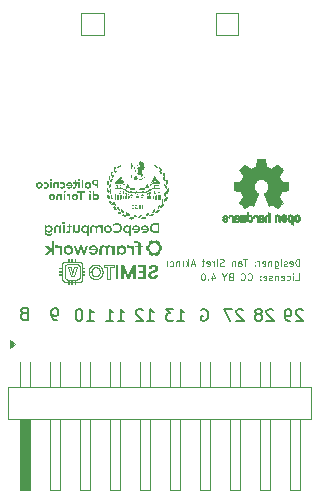
<source format=gbr>
%TF.GenerationSoftware,KiCad,Pcbnew,9.0.3*%
%TF.CreationDate,2025-08-08T17:20:16+03:00*%
%TF.ProjectId,rp2350_gpio_card,72703233-3530-45f6-9770-696f5f636172,X1*%
%TF.SameCoordinates,Original*%
%TF.FileFunction,Legend,Bot*%
%TF.FilePolarity,Positive*%
%FSLAX46Y46*%
G04 Gerber Fmt 4.6, Leading zero omitted, Abs format (unit mm)*
G04 Created by KiCad (PCBNEW 9.0.3) date 2025-08-08 17:20:16*
%MOMM*%
%LPD*%
G01*
G04 APERTURE LIST*
%ADD10C,0.000000*%
%ADD11C,0.067397*%
%ADD12C,0.067349*%
%ADD13C,0.067351*%
%ADD14C,0.201600*%
%ADD15C,0.101600*%
%ADD16C,0.120000*%
%ADD17C,0.010000*%
G04 APERTURE END LIST*
D10*
G36*
X98112696Y-70400815D02*
G01*
X98113668Y-70400896D01*
X98115860Y-70401176D01*
X98118397Y-70401598D01*
X98121294Y-70402137D01*
X98123687Y-70402618D01*
X98125793Y-70403101D01*
X98127619Y-70403605D01*
X98128430Y-70403870D01*
X98129174Y-70404147D01*
X98129852Y-70404437D01*
X98130466Y-70404744D01*
X98131016Y-70405069D01*
X98131503Y-70405414D01*
X98131928Y-70405783D01*
X98132293Y-70406176D01*
X98132598Y-70406596D01*
X98132844Y-70407045D01*
X98133033Y-70407527D01*
X98133166Y-70408041D01*
X98133243Y-70408592D01*
X98133266Y-70409181D01*
X98133235Y-70409810D01*
X98133152Y-70410482D01*
X98133018Y-70411199D01*
X98132833Y-70411963D01*
X98132599Y-70412775D01*
X98132317Y-70413640D01*
X98131612Y-70415531D01*
X98130727Y-70417655D01*
X98129669Y-70420028D01*
X98129669Y-70420027D01*
X98128095Y-70423326D01*
X98127327Y-70424814D01*
X98126572Y-70426193D01*
X98125831Y-70427464D01*
X98125101Y-70428627D01*
X98124385Y-70429682D01*
X98123680Y-70430629D01*
X98122988Y-70431467D01*
X98122308Y-70432198D01*
X98121639Y-70432820D01*
X98120983Y-70433335D01*
X98120337Y-70433741D01*
X98119703Y-70434040D01*
X98119080Y-70434230D01*
X98118468Y-70434312D01*
X98117867Y-70434287D01*
X98117277Y-70434153D01*
X98116696Y-70433911D01*
X98116127Y-70433562D01*
X98115567Y-70433104D01*
X98115017Y-70432538D01*
X98114477Y-70431865D01*
X98113947Y-70431083D01*
X98113426Y-70430194D01*
X98112915Y-70429196D01*
X98112412Y-70428091D01*
X98111919Y-70426877D01*
X98111434Y-70425556D01*
X98110958Y-70424127D01*
X98110491Y-70422590D01*
X98110031Y-70420945D01*
X98109044Y-70417217D01*
X98108216Y-70413942D01*
X98107560Y-70411095D01*
X98107092Y-70408652D01*
X98106932Y-70407574D01*
X98106825Y-70406588D01*
X98106772Y-70405692D01*
X98106774Y-70404881D01*
X98106834Y-70404154D01*
X98106954Y-70403507D01*
X98107134Y-70402937D01*
X98107378Y-70402440D01*
X98107686Y-70402015D01*
X98108061Y-70401658D01*
X98108504Y-70401367D01*
X98109017Y-70401137D01*
X98109602Y-70400966D01*
X98110260Y-70400852D01*
X98110995Y-70400790D01*
X98111806Y-70400779D01*
X98112696Y-70400815D01*
G37*
G36*
X100044501Y-70678866D02*
G01*
X100044501Y-70778913D01*
X100028868Y-70778913D01*
X100013236Y-70778913D01*
X100013236Y-70678866D01*
X100013236Y-70578819D01*
X100028868Y-70578819D01*
X100044501Y-70578819D01*
X100044501Y-70678866D01*
G37*
G36*
X97995101Y-70529972D02*
G01*
X98015423Y-70531931D01*
X98017101Y-70677312D01*
X98018781Y-70822693D01*
X97996780Y-70822693D01*
X97974779Y-70822693D01*
X97974779Y-70675353D01*
X97974779Y-70528013D01*
X97995101Y-70529972D01*
G37*
G36*
X100289487Y-70399435D02*
G01*
X100290184Y-70399526D01*
X100290801Y-70399678D01*
X100291341Y-70399894D01*
X100291804Y-70400175D01*
X100292191Y-70400524D01*
X100292505Y-70400943D01*
X100292747Y-70401433D01*
X100292917Y-70401998D01*
X100293017Y-70402638D01*
X100293048Y-70403358D01*
X100293012Y-70404157D01*
X100292910Y-70405040D01*
X100292744Y-70406007D01*
X100292514Y-70407062D01*
X100291869Y-70409440D01*
X100290987Y-70412193D01*
X100289878Y-70415337D01*
X100288552Y-70418890D01*
X100288552Y-70418891D01*
X100287898Y-70420541D01*
X100287236Y-70422079D01*
X100286566Y-70423506D01*
X100285889Y-70424822D01*
X100285205Y-70426026D01*
X100284517Y-70427120D01*
X100283824Y-70428103D01*
X100283128Y-70428974D01*
X100282430Y-70429735D01*
X100281731Y-70430386D01*
X100281031Y-70430926D01*
X100280332Y-70431355D01*
X100279634Y-70431674D01*
X100278939Y-70431883D01*
X100278248Y-70431982D01*
X100277560Y-70431970D01*
X100276879Y-70431849D01*
X100276204Y-70431618D01*
X100275536Y-70431276D01*
X100274876Y-70430826D01*
X100274226Y-70430265D01*
X100273586Y-70429595D01*
X100272957Y-70428816D01*
X100272341Y-70427927D01*
X100271737Y-70426929D01*
X100271148Y-70425822D01*
X100270573Y-70424605D01*
X100270015Y-70423280D01*
X100269474Y-70421846D01*
X100268950Y-70420303D01*
X100268446Y-70418652D01*
X100267961Y-70416891D01*
X100267768Y-70416106D01*
X100267605Y-70415343D01*
X100267472Y-70414602D01*
X100267371Y-70413884D01*
X100267300Y-70413187D01*
X100267261Y-70412512D01*
X100267253Y-70411857D01*
X100267277Y-70411224D01*
X100267332Y-70410611D01*
X100267420Y-70410018D01*
X100267540Y-70409445D01*
X100267692Y-70408891D01*
X100267877Y-70408357D01*
X100268095Y-70407841D01*
X100268346Y-70407344D01*
X100268630Y-70406865D01*
X100268948Y-70406404D01*
X100269299Y-70405961D01*
X100269684Y-70405534D01*
X100270104Y-70405125D01*
X100270558Y-70404732D01*
X100271046Y-70404355D01*
X100271569Y-70403994D01*
X100272127Y-70403649D01*
X100272721Y-70403319D01*
X100273349Y-70403004D01*
X100274014Y-70402704D01*
X100274714Y-70402418D01*
X100275450Y-70402146D01*
X100276222Y-70401887D01*
X100277876Y-70401410D01*
X100280905Y-70400647D01*
X100283571Y-70400050D01*
X100285882Y-70399638D01*
X100287851Y-70399427D01*
X100288710Y-70399403D01*
X100289487Y-70399435D01*
G37*
G36*
X94657582Y-75257241D02*
G01*
X94829212Y-74744593D01*
X95033313Y-74744593D01*
X94755920Y-75513631D01*
X94591453Y-75513631D01*
X94403610Y-74982880D01*
X94214228Y-75513631D01*
X94045499Y-75513631D01*
X93774038Y-74744593D01*
X93955949Y-74744593D01*
X94126215Y-75252716D01*
X94308127Y-74738530D01*
X94474132Y-74738530D01*
X94657582Y-75257241D01*
G37*
G36*
X98111310Y-69797231D02*
G01*
X98111642Y-69797283D01*
X98112383Y-69797487D01*
X98113218Y-69797819D01*
X98114139Y-69798272D01*
X98115136Y-69798838D01*
X98116201Y-69799512D01*
X98117324Y-69800286D01*
X98118496Y-69801154D01*
X98119708Y-69802108D01*
X98120952Y-69803141D01*
X98122218Y-69804248D01*
X98123498Y-69805420D01*
X98124782Y-69806651D01*
X98126061Y-69807934D01*
X98127326Y-69809262D01*
X98128569Y-69810629D01*
X98128570Y-69810629D01*
X98132447Y-69815014D01*
X98133963Y-69816762D01*
X98135193Y-69818226D01*
X98136136Y-69819414D01*
X98136788Y-69820336D01*
X98137004Y-69820699D01*
X98137146Y-69820999D01*
X98137215Y-69821238D01*
X98137210Y-69821414D01*
X98137130Y-69821531D01*
X98136975Y-69821590D01*
X98136744Y-69821590D01*
X98136439Y-69821534D01*
X98136057Y-69821422D01*
X98135599Y-69821256D01*
X98134454Y-69820765D01*
X98133000Y-69820070D01*
X98131234Y-69819179D01*
X98126760Y-69816848D01*
X98125352Y-69816090D01*
X98123981Y-69815314D01*
X98122649Y-69814521D01*
X98121357Y-69813716D01*
X98120109Y-69812899D01*
X98118907Y-69812076D01*
X98117752Y-69811247D01*
X98116647Y-69810417D01*
X98115595Y-69809587D01*
X98114597Y-69808762D01*
X98113656Y-69807942D01*
X98112774Y-69807132D01*
X98111953Y-69806334D01*
X98111196Y-69805551D01*
X98110504Y-69804786D01*
X98109881Y-69804041D01*
X98109328Y-69803320D01*
X98108847Y-69802625D01*
X98108442Y-69801958D01*
X98108113Y-69801324D01*
X98107864Y-69800724D01*
X98107696Y-69800161D01*
X98107612Y-69799639D01*
X98107615Y-69799160D01*
X98107649Y-69798937D01*
X98107705Y-69798727D01*
X98107785Y-69798528D01*
X98107887Y-69798342D01*
X98108012Y-69798169D01*
X98108161Y-69798009D01*
X98108334Y-69797862D01*
X98108530Y-69797730D01*
X98108751Y-69797612D01*
X98108997Y-69797508D01*
X98109563Y-69797346D01*
X98110232Y-69797247D01*
X98111004Y-69797213D01*
X98111310Y-69797231D01*
G37*
G36*
X98541793Y-69943214D02*
G01*
X98541923Y-69943283D01*
X98542049Y-69943388D01*
X98542170Y-69943530D01*
X98542285Y-69943707D01*
X98542396Y-69943919D01*
X98542501Y-69944168D01*
X98542695Y-69944771D01*
X98542866Y-69945515D01*
X98543013Y-69946398D01*
X98543135Y-69947421D01*
X98543232Y-69948582D01*
X98543302Y-69949879D01*
X98543303Y-69949879D01*
X98543324Y-69950489D01*
X98543334Y-69951080D01*
X98543334Y-69951654D01*
X98543325Y-69952209D01*
X98543307Y-69952746D01*
X98543279Y-69953262D01*
X98543242Y-69953759D01*
X98543197Y-69954234D01*
X98543143Y-69954689D01*
X98543080Y-69955122D01*
X98543010Y-69955532D01*
X98542931Y-69955920D01*
X98542845Y-69956285D01*
X98542751Y-69956626D01*
X98542650Y-69956942D01*
X98542542Y-69957233D01*
X98542427Y-69957500D01*
X98542305Y-69957740D01*
X98542177Y-69957954D01*
X98542043Y-69958140D01*
X98541902Y-69958300D01*
X98541756Y-69958431D01*
X98541604Y-69958534D01*
X98541447Y-69958607D01*
X98541366Y-69958633D01*
X98541284Y-69958651D01*
X98541201Y-69958662D01*
X98541117Y-69958665D01*
X98541031Y-69958661D01*
X98540945Y-69958648D01*
X98540768Y-69958601D01*
X98540587Y-69958521D01*
X98540401Y-69958409D01*
X98540212Y-69958264D01*
X98540019Y-69958086D01*
X98539830Y-69957882D01*
X98539651Y-69957659D01*
X98539327Y-69957160D01*
X98539047Y-69956596D01*
X98538811Y-69955972D01*
X98538620Y-69955295D01*
X98538473Y-69954571D01*
X98538372Y-69953807D01*
X98538315Y-69953007D01*
X98538305Y-69952180D01*
X98538339Y-69951329D01*
X98538420Y-69950463D01*
X98538548Y-69949586D01*
X98538721Y-69948706D01*
X98538942Y-69947827D01*
X98539209Y-69946957D01*
X98539524Y-69946102D01*
X98539892Y-69945242D01*
X98540247Y-69944533D01*
X98540588Y-69943974D01*
X98540753Y-69943750D01*
X98540914Y-69943563D01*
X98541071Y-69943413D01*
X98541224Y-69943300D01*
X98541373Y-69943224D01*
X98541517Y-69943184D01*
X98541657Y-69943181D01*
X98541793Y-69943214D01*
G37*
G36*
X97006670Y-69093131D02*
G01*
X97008157Y-69093412D01*
X97009628Y-69093853D01*
X97011084Y-69094453D01*
X97012524Y-69095213D01*
X97013948Y-69096133D01*
X97015355Y-69097214D01*
X97016270Y-69098034D01*
X97017159Y-69098951D01*
X97018017Y-69099954D01*
X97018841Y-69101034D01*
X97019626Y-69102181D01*
X97020366Y-69103385D01*
X97021058Y-69104637D01*
X97021697Y-69105926D01*
X97022277Y-69107243D01*
X97022795Y-69108577D01*
X97023247Y-69109920D01*
X97023626Y-69111260D01*
X97023929Y-69112589D01*
X97024151Y-69113896D01*
X97024288Y-69115172D01*
X97024334Y-69116407D01*
X97024393Y-69118114D01*
X97024578Y-69119656D01*
X97024907Y-69121040D01*
X97025130Y-69121675D01*
X97025396Y-69122274D01*
X97025705Y-69122837D01*
X97026061Y-69123366D01*
X97026465Y-69123860D01*
X97026920Y-69124322D01*
X97027427Y-69124753D01*
X97027988Y-69125152D01*
X97028606Y-69125521D01*
X97029283Y-69125862D01*
X97030820Y-69126459D01*
X97032616Y-69126953D01*
X97034688Y-69127349D01*
X97037052Y-69127657D01*
X97039724Y-69127882D01*
X97042721Y-69128034D01*
X97046060Y-69128120D01*
X97049757Y-69128147D01*
X97055652Y-69128261D01*
X97061269Y-69128600D01*
X97066605Y-69129158D01*
X97071659Y-69129927D01*
X97076426Y-69130900D01*
X97080903Y-69132072D01*
X97085089Y-69133436D01*
X97088980Y-69134986D01*
X97092573Y-69136714D01*
X97095866Y-69138614D01*
X97098855Y-69140679D01*
X97101537Y-69142904D01*
X97103909Y-69145281D01*
X97105970Y-69147804D01*
X97107715Y-69150466D01*
X97109142Y-69153261D01*
X97110247Y-69156182D01*
X97111029Y-69159223D01*
X97111484Y-69162376D01*
X97111609Y-69165636D01*
X97111401Y-69168996D01*
X97110857Y-69172450D01*
X97109975Y-69175990D01*
X97108751Y-69179610D01*
X97107183Y-69183304D01*
X97105268Y-69187065D01*
X97103002Y-69190886D01*
X97100384Y-69194761D01*
X97097409Y-69198684D01*
X97094075Y-69202647D01*
X97090380Y-69206645D01*
X97086320Y-69210670D01*
X97082445Y-69214388D01*
X97079010Y-69217762D01*
X97075999Y-69220822D01*
X97074648Y-69222242D01*
X97073398Y-69223595D01*
X97072247Y-69224883D01*
X97071192Y-69226109D01*
X97070234Y-69227278D01*
X97069368Y-69228394D01*
X97068595Y-69229458D01*
X97067911Y-69230476D01*
X97067315Y-69231450D01*
X97066806Y-69232385D01*
X97066381Y-69233283D01*
X97066039Y-69234149D01*
X97065778Y-69234985D01*
X97065596Y-69235796D01*
X97065491Y-69236585D01*
X97065461Y-69237354D01*
X97065506Y-69238109D01*
X97065622Y-69238853D01*
X97065808Y-69239588D01*
X97066062Y-69240319D01*
X97066383Y-69241049D01*
X97066769Y-69241782D01*
X97067217Y-69242521D01*
X97067726Y-69243269D01*
X97068295Y-69244031D01*
X97068921Y-69244810D01*
X97070119Y-69246307D01*
X97071133Y-69247702D01*
X97071569Y-69248366D01*
X97071957Y-69249011D01*
X97072297Y-69249639D01*
X97072589Y-69250251D01*
X97072831Y-69250849D01*
X97073024Y-69251437D01*
X97073166Y-69252014D01*
X97073258Y-69252585D01*
X97073298Y-69253150D01*
X97073286Y-69253711D01*
X97073222Y-69254271D01*
X97073106Y-69254832D01*
X97072936Y-69255395D01*
X97072712Y-69255963D01*
X97072434Y-69256538D01*
X97072101Y-69257121D01*
X97071713Y-69257715D01*
X97071269Y-69258321D01*
X97070768Y-69258942D01*
X97070211Y-69259580D01*
X97069596Y-69260236D01*
X97068923Y-69260913D01*
X97067402Y-69262336D01*
X97065643Y-69263866D01*
X97063643Y-69265519D01*
X97061505Y-69267273D01*
X97059639Y-69268864D01*
X97058041Y-69270315D01*
X97057342Y-69270995D01*
X97056708Y-69271647D01*
X97056139Y-69272275D01*
X97055635Y-69272880D01*
X97055194Y-69273467D01*
X97054818Y-69274037D01*
X97054504Y-69274593D01*
X97054253Y-69275138D01*
X97054065Y-69275675D01*
X97053938Y-69276206D01*
X97053872Y-69276734D01*
X97053867Y-69277261D01*
X97053922Y-69277790D01*
X97054037Y-69278324D01*
X97054211Y-69278866D01*
X97054444Y-69279418D01*
X97054735Y-69279983D01*
X97055083Y-69280563D01*
X97055490Y-69281162D01*
X97055953Y-69281782D01*
X97056472Y-69282425D01*
X97057047Y-69283094D01*
X97058363Y-69284522D01*
X97059896Y-69286087D01*
X97062350Y-69288762D01*
X97063360Y-69290046D01*
X97064227Y-69291294D01*
X97064951Y-69292506D01*
X97065532Y-69293681D01*
X97065972Y-69294818D01*
X97066270Y-69295917D01*
X97066428Y-69296978D01*
X97066446Y-69297999D01*
X97066325Y-69298980D01*
X97066065Y-69299921D01*
X97065666Y-69300822D01*
X97065131Y-69301681D01*
X97064458Y-69302498D01*
X97063649Y-69303273D01*
X97062705Y-69304005D01*
X97061625Y-69304694D01*
X97060411Y-69305339D01*
X97059063Y-69305939D01*
X97057582Y-69306494D01*
X97055969Y-69307004D01*
X97052346Y-69307885D01*
X97048201Y-69308577D01*
X97043537Y-69309077D01*
X97038360Y-69309380D01*
X97032675Y-69309482D01*
X97028443Y-69309503D01*
X97024655Y-69309571D01*
X97021296Y-69309693D01*
X97019770Y-69309777D01*
X97018345Y-69309878D01*
X97017017Y-69309996D01*
X97015785Y-69310132D01*
X97014646Y-69310288D01*
X97013597Y-69310465D01*
X97012637Y-69310662D01*
X97011764Y-69310882D01*
X97010974Y-69311125D01*
X97010266Y-69311393D01*
X97009637Y-69311685D01*
X97009086Y-69312004D01*
X97008609Y-69312349D01*
X97008205Y-69312723D01*
X97007870Y-69313126D01*
X97007604Y-69313558D01*
X97007404Y-69314022D01*
X97007266Y-69314517D01*
X97007190Y-69315045D01*
X97007173Y-69315607D01*
X97007212Y-69316204D01*
X97007305Y-69316836D01*
X97007450Y-69317505D01*
X97007645Y-69318212D01*
X97007887Y-69318957D01*
X97008174Y-69319742D01*
X97009018Y-69322214D01*
X97009641Y-69324635D01*
X97010051Y-69326999D01*
X97010257Y-69329301D01*
X97010268Y-69331535D01*
X97010093Y-69333695D01*
X97009739Y-69335776D01*
X97009217Y-69337772D01*
X97008535Y-69339677D01*
X97007700Y-69341486D01*
X97006723Y-69343193D01*
X97005612Y-69344793D01*
X97004376Y-69346279D01*
X97003022Y-69347646D01*
X97001561Y-69348888D01*
X97000000Y-69350000D01*
X96998349Y-69350976D01*
X96996616Y-69351810D01*
X96994810Y-69352497D01*
X96992940Y-69353031D01*
X96991014Y-69353406D01*
X96989041Y-69353617D01*
X96987030Y-69353657D01*
X96984989Y-69353522D01*
X96982928Y-69353206D01*
X96980854Y-69352702D01*
X96978778Y-69352006D01*
X96976706Y-69351112D01*
X96974649Y-69350013D01*
X96972615Y-69348705D01*
X96970612Y-69347181D01*
X96968649Y-69345436D01*
X96967468Y-69344340D01*
X96966423Y-69343452D01*
X96965511Y-69342779D01*
X96964730Y-69342329D01*
X96964388Y-69342190D01*
X96964078Y-69342110D01*
X96963799Y-69342089D01*
X96963551Y-69342129D01*
X96963334Y-69342231D01*
X96963147Y-69342395D01*
X96962990Y-69342623D01*
X96962863Y-69342915D01*
X96962765Y-69343273D01*
X96962696Y-69343697D01*
X96962644Y-69344748D01*
X96962705Y-69346077D01*
X96962875Y-69347690D01*
X96963151Y-69349596D01*
X96963532Y-69351803D01*
X96964595Y-69357149D01*
X96965116Y-69359781D01*
X96965337Y-69361023D01*
X96965531Y-69362218D01*
X96965698Y-69363366D01*
X96965837Y-69364468D01*
X96965948Y-69365525D01*
X96966031Y-69366539D01*
X96966086Y-69367510D01*
X96966113Y-69368439D01*
X96966111Y-69369328D01*
X96966080Y-69370177D01*
X96966020Y-69370987D01*
X96965930Y-69371760D01*
X96965810Y-69372497D01*
X96965661Y-69373198D01*
X96965481Y-69373864D01*
X96965271Y-69374496D01*
X96965031Y-69375097D01*
X96964759Y-69375665D01*
X96964457Y-69376203D01*
X96964122Y-69376712D01*
X96963757Y-69377192D01*
X96963359Y-69377645D01*
X96962929Y-69378072D01*
X96962467Y-69378473D01*
X96961972Y-69378849D01*
X96961444Y-69379202D01*
X96960884Y-69379533D01*
X96960289Y-69379843D01*
X96959662Y-69380132D01*
X96959000Y-69380401D01*
X96957916Y-69380783D01*
X96956802Y-69381108D01*
X96955663Y-69381379D01*
X96954504Y-69381596D01*
X96953329Y-69381761D01*
X96952141Y-69381876D01*
X96950944Y-69381940D01*
X96949744Y-69381957D01*
X96948544Y-69381926D01*
X96947348Y-69381851D01*
X96946160Y-69381731D01*
X96944985Y-69381568D01*
X96943827Y-69381363D01*
X96942690Y-69381118D01*
X96941578Y-69380835D01*
X96940495Y-69380513D01*
X96939445Y-69380156D01*
X96938433Y-69379763D01*
X96937463Y-69379337D01*
X96936539Y-69378879D01*
X96935664Y-69378390D01*
X96934844Y-69377871D01*
X96934082Y-69377323D01*
X96933383Y-69376749D01*
X96932751Y-69376149D01*
X96932189Y-69375525D01*
X96931702Y-69374878D01*
X96931295Y-69374209D01*
X96930970Y-69373519D01*
X96930734Y-69372811D01*
X96930589Y-69372085D01*
X96930539Y-69371342D01*
X96930493Y-69370322D01*
X96930354Y-69369409D01*
X96930128Y-69368602D01*
X96929817Y-69367898D01*
X96929424Y-69367297D01*
X96928953Y-69366797D01*
X96928406Y-69366397D01*
X96927786Y-69366096D01*
X96927098Y-69365891D01*
X96926344Y-69365782D01*
X96925528Y-69365767D01*
X96924652Y-69365846D01*
X96923720Y-69366015D01*
X96922734Y-69366275D01*
X96921699Y-69366624D01*
X96920618Y-69367059D01*
X96918327Y-69368188D01*
X96915888Y-69369649D01*
X96913326Y-69371431D01*
X96910667Y-69373525D01*
X96907936Y-69375917D01*
X96905158Y-69378598D01*
X96902361Y-69381557D01*
X96899568Y-69384782D01*
X96899569Y-69384782D01*
X96897830Y-69386831D01*
X96896112Y-69388762D01*
X96894418Y-69390575D01*
X96892752Y-69392269D01*
X96891118Y-69393843D01*
X96889517Y-69395297D01*
X96887955Y-69396631D01*
X96886435Y-69397844D01*
X96884959Y-69398935D01*
X96883532Y-69399903D01*
X96882157Y-69400750D01*
X96880837Y-69401472D01*
X96879576Y-69402071D01*
X96878377Y-69402546D01*
X96877244Y-69402896D01*
X96876179Y-69403120D01*
X96875188Y-69403218D01*
X96874272Y-69403190D01*
X96873436Y-69403035D01*
X96872683Y-69402752D01*
X96872016Y-69402341D01*
X96871439Y-69401801D01*
X96870955Y-69401132D01*
X96870568Y-69400333D01*
X96870281Y-69399404D01*
X96870098Y-69398344D01*
X96870021Y-69397153D01*
X96870056Y-69395830D01*
X96870204Y-69394374D01*
X96870469Y-69392785D01*
X96870855Y-69391063D01*
X96871366Y-69389207D01*
X96872695Y-69385217D01*
X96874429Y-69380773D01*
X96876546Y-69375914D01*
X96879021Y-69370680D01*
X96884957Y-69359241D01*
X96892049Y-69346772D01*
X96900114Y-69333585D01*
X96908966Y-69319995D01*
X96918418Y-69306316D01*
X96928286Y-69292862D01*
X96930550Y-69289839D01*
X96932613Y-69287023D01*
X96934471Y-69284422D01*
X96936119Y-69282045D01*
X96937552Y-69279903D01*
X96938765Y-69278004D01*
X96939754Y-69276359D01*
X96940163Y-69275634D01*
X96940514Y-69274976D01*
X96940806Y-69274386D01*
X96941039Y-69273865D01*
X96941212Y-69273414D01*
X96941325Y-69273035D01*
X96941376Y-69272728D01*
X96941367Y-69272495D01*
X96941338Y-69272407D01*
X96941295Y-69272338D01*
X96941235Y-69272287D01*
X96941160Y-69272256D01*
X96941069Y-69272245D01*
X96940962Y-69272252D01*
X96940699Y-69272327D01*
X96940372Y-69272481D01*
X96939980Y-69272716D01*
X96939522Y-69273034D01*
X96938998Y-69273434D01*
X96938406Y-69273919D01*
X96937747Y-69274490D01*
X96936224Y-69275927D01*
X96934443Y-69277764D01*
X96930195Y-69282526D01*
X96925178Y-69288548D01*
X96919570Y-69295605D01*
X96913546Y-69303471D01*
X96907283Y-69311918D01*
X96900957Y-69320722D01*
X96894745Y-69329655D01*
X96891722Y-69334025D01*
X96888759Y-69338201D01*
X96885874Y-69342164D01*
X96883082Y-69345895D01*
X96880400Y-69349376D01*
X96877845Y-69352588D01*
X96875432Y-69355513D01*
X96873178Y-69358133D01*
X96871099Y-69360428D01*
X96869212Y-69362380D01*
X96867533Y-69363971D01*
X96866777Y-69364624D01*
X96866079Y-69365181D01*
X96865441Y-69365638D01*
X96864865Y-69365993D01*
X96864354Y-69366244D01*
X96863908Y-69366388D01*
X96863532Y-69366423D01*
X96863225Y-69366347D01*
X96863099Y-69366267D01*
X96862991Y-69366158D01*
X96862832Y-69365852D01*
X96862519Y-69364553D01*
X96862320Y-69362903D01*
X96862245Y-69358648D01*
X96862565Y-69353277D01*
X96863238Y-69346985D01*
X96864222Y-69339964D01*
X96865476Y-69332407D01*
X96868626Y-69316454D01*
X96872353Y-69300667D01*
X96874329Y-69293317D01*
X96876324Y-69286587D01*
X96878296Y-69280669D01*
X96880204Y-69275756D01*
X96882006Y-69272040D01*
X96882855Y-69270691D01*
X96883661Y-69269714D01*
X96884484Y-69268737D01*
X96885327Y-69267441D01*
X96886186Y-69265847D01*
X96887052Y-69263978D01*
X96887921Y-69261854D01*
X96888786Y-69259496D01*
X96890478Y-69254168D01*
X96892078Y-69248166D01*
X96893537Y-69241661D01*
X96894804Y-69234824D01*
X96895830Y-69227829D01*
X96896987Y-69219239D01*
X96898221Y-69211117D01*
X96899526Y-69203473D01*
X96900900Y-69196319D01*
X96902339Y-69189669D01*
X96903837Y-69183534D01*
X96905392Y-69177925D01*
X96906998Y-69172856D01*
X96907819Y-69170528D01*
X96908652Y-69168338D01*
X96909496Y-69166290D01*
X96910350Y-69164383D01*
X96911214Y-69162621D01*
X96912087Y-69161004D01*
X96912969Y-69159534D01*
X96913860Y-69158212D01*
X96914759Y-69157040D01*
X96915664Y-69156019D01*
X96916577Y-69155151D01*
X96917496Y-69154438D01*
X96918421Y-69153881D01*
X96919351Y-69153481D01*
X96920285Y-69153239D01*
X96921224Y-69153159D01*
X96921664Y-69153175D01*
X96922108Y-69153224D01*
X96922556Y-69153303D01*
X96923007Y-69153414D01*
X96923461Y-69153554D01*
X96923916Y-69153723D01*
X96924828Y-69154145D01*
X96925735Y-69154674D01*
X96926633Y-69155302D01*
X96927515Y-69156024D01*
X96928374Y-69156832D01*
X96929204Y-69157721D01*
X96929999Y-69158685D01*
X96930752Y-69159716D01*
X96931457Y-69160809D01*
X96932107Y-69161956D01*
X96932696Y-69163152D01*
X96933218Y-69164391D01*
X96933667Y-69165664D01*
X96934836Y-69169076D01*
X96936009Y-69171902D01*
X96937204Y-69174125D01*
X96937817Y-69175005D01*
X96938443Y-69175729D01*
X96939084Y-69176294D01*
X96939744Y-69176698D01*
X96940424Y-69176939D01*
X96941128Y-69177015D01*
X96941857Y-69176924D01*
X96942614Y-69176664D01*
X96943402Y-69176233D01*
X96944223Y-69175628D01*
X96945080Y-69174849D01*
X96945974Y-69173892D01*
X96947887Y-69171439D01*
X96949982Y-69168252D01*
X96952278Y-69164315D01*
X96954796Y-69159612D01*
X96957556Y-69154126D01*
X96960576Y-69147841D01*
X96963878Y-69140740D01*
X96967382Y-69133382D01*
X96970862Y-69126631D01*
X96972591Y-69123484D01*
X96974314Y-69120490D01*
X96976028Y-69117649D01*
X96977734Y-69114961D01*
X96979432Y-69112427D01*
X96981122Y-69110046D01*
X96982802Y-69107820D01*
X96984472Y-69105748D01*
X96986133Y-69103831D01*
X96987784Y-69102069D01*
X96989424Y-69100462D01*
X96991053Y-69099012D01*
X96992672Y-69097717D01*
X96994278Y-69096578D01*
X96995873Y-69095596D01*
X96997455Y-69094771D01*
X96999024Y-69094103D01*
X97000581Y-69093592D01*
X97002124Y-69093240D01*
X97003654Y-69093045D01*
X97005169Y-69093009D01*
X97006670Y-69093131D01*
G37*
G36*
X98264259Y-70228675D02*
G01*
X98264550Y-70228711D01*
X98264816Y-70228770D01*
X98265058Y-70228852D01*
X98265276Y-70228955D01*
X98265471Y-70229080D01*
X98265641Y-70229226D01*
X98265787Y-70229393D01*
X98265910Y-70229579D01*
X98266010Y-70229785D01*
X98266085Y-70230009D01*
X98266138Y-70230251D01*
X98266167Y-70230511D01*
X98266173Y-70230788D01*
X98266155Y-70231081D01*
X98266115Y-70231391D01*
X98266052Y-70231715D01*
X98265966Y-70232055D01*
X98265726Y-70232776D01*
X98265395Y-70233549D01*
X98264975Y-70234370D01*
X98264466Y-70235234D01*
X98263869Y-70236137D01*
X98263184Y-70237075D01*
X98262413Y-70238042D01*
X98261588Y-70238998D01*
X98260722Y-70239927D01*
X98259822Y-70240824D01*
X98258897Y-70241684D01*
X98257953Y-70242504D01*
X98256997Y-70243277D01*
X98256036Y-70244000D01*
X98255078Y-70244667D01*
X98254130Y-70245273D01*
X98253200Y-70245814D01*
X98252293Y-70246286D01*
X98251418Y-70246682D01*
X98250581Y-70246998D01*
X98249791Y-70247231D01*
X98249415Y-70247313D01*
X98249053Y-70247373D01*
X98248707Y-70247410D01*
X98248376Y-70247422D01*
X98248061Y-70247410D01*
X98247771Y-70247374D01*
X98247504Y-70247315D01*
X98247262Y-70247234D01*
X98247044Y-70247130D01*
X98246850Y-70247005D01*
X98246680Y-70246859D01*
X98246533Y-70246692D01*
X98246410Y-70246506D01*
X98246311Y-70246300D01*
X98246235Y-70246076D01*
X98246183Y-70245834D01*
X98246154Y-70245574D01*
X98246148Y-70245297D01*
X98246165Y-70245003D01*
X98246205Y-70244694D01*
X98246268Y-70244370D01*
X98246354Y-70244030D01*
X98246595Y-70243309D01*
X98246925Y-70242536D01*
X98247346Y-70241715D01*
X98247855Y-70240851D01*
X98248452Y-70239948D01*
X98249136Y-70239010D01*
X98249907Y-70238042D01*
X98250733Y-70237087D01*
X98251599Y-70236158D01*
X98252498Y-70235261D01*
X98253423Y-70234401D01*
X98254367Y-70233581D01*
X98255323Y-70232808D01*
X98256284Y-70232085D01*
X98257242Y-70231418D01*
X98258190Y-70230812D01*
X98259120Y-70230271D01*
X98260027Y-70229799D01*
X98260902Y-70229403D01*
X98261739Y-70229087D01*
X98262529Y-70228855D01*
X98262905Y-70228772D01*
X98263267Y-70228712D01*
X98263614Y-70228675D01*
X98263944Y-70228663D01*
X98264259Y-70228675D01*
G37*
G36*
X96598165Y-69872356D02*
G01*
X96600046Y-69872681D01*
X96602095Y-69873211D01*
X96604294Y-69873935D01*
X96606625Y-69874843D01*
X96609070Y-69875925D01*
X96611611Y-69877172D01*
X96614230Y-69878573D01*
X96616909Y-69880118D01*
X96619630Y-69881798D01*
X96622375Y-69883602D01*
X96625125Y-69885519D01*
X96627863Y-69887541D01*
X96630572Y-69889657D01*
X96633231Y-69891857D01*
X96635825Y-69894131D01*
X96640555Y-69898371D01*
X96644817Y-69902113D01*
X96648633Y-69905365D01*
X96650381Y-69906811D01*
X96652026Y-69908139D01*
X96653571Y-69909348D01*
X96655018Y-69910442D01*
X96656371Y-69911420D01*
X96657631Y-69912284D01*
X96658803Y-69913035D01*
X96659889Y-69913674D01*
X96660891Y-69914203D01*
X96661813Y-69914622D01*
X96662658Y-69914933D01*
X96663427Y-69915137D01*
X96664124Y-69915235D01*
X96664447Y-69915245D01*
X96664752Y-69915229D01*
X96665041Y-69915187D01*
X96665314Y-69915119D01*
X96665571Y-69915025D01*
X96665812Y-69914906D01*
X96666038Y-69914762D01*
X96666249Y-69914592D01*
X96666446Y-69914398D01*
X96666628Y-69914178D01*
X96666952Y-69913665D01*
X96667224Y-69913054D01*
X96667446Y-69912347D01*
X96667622Y-69911544D01*
X96667753Y-69910647D01*
X96667844Y-69909657D01*
X96667896Y-69908575D01*
X96667913Y-69907403D01*
X96667955Y-69906307D01*
X96668078Y-69905218D01*
X96668278Y-69904137D01*
X96668552Y-69903068D01*
X96668896Y-69902013D01*
X96669306Y-69900975D01*
X96669778Y-69899959D01*
X96670308Y-69898965D01*
X96670892Y-69897998D01*
X96671528Y-69897060D01*
X96672210Y-69896154D01*
X96672936Y-69895283D01*
X96673701Y-69894451D01*
X96674501Y-69893659D01*
X96675333Y-69892912D01*
X96676193Y-69892212D01*
X96677077Y-69891561D01*
X96677981Y-69890963D01*
X96678902Y-69890422D01*
X96679835Y-69889939D01*
X96680777Y-69889517D01*
X96681724Y-69889161D01*
X96682673Y-69888871D01*
X96683618Y-69888653D01*
X96684558Y-69888508D01*
X96685487Y-69888439D01*
X96686402Y-69888450D01*
X96687300Y-69888544D01*
X96688175Y-69888722D01*
X96689026Y-69888989D01*
X96689847Y-69889347D01*
X96690635Y-69889799D01*
X96693091Y-69891610D01*
X96695398Y-69893765D01*
X96697561Y-69896282D01*
X96699585Y-69899176D01*
X96701476Y-69902467D01*
X96703238Y-69906169D01*
X96704878Y-69910302D01*
X96706399Y-69914881D01*
X96707808Y-69919924D01*
X96709110Y-69925448D01*
X96710309Y-69931470D01*
X96711411Y-69938007D01*
X96712421Y-69945076D01*
X96713345Y-69952695D01*
X96714953Y-69969648D01*
X96715907Y-69981255D01*
X96716802Y-69991502D01*
X96717658Y-70000444D01*
X96718495Y-70008137D01*
X96718913Y-70011532D01*
X96719334Y-70014636D01*
X96719759Y-70017455D01*
X96720193Y-70019996D01*
X96720636Y-70022266D01*
X96721093Y-70024272D01*
X96721565Y-70026021D01*
X96722054Y-70027519D01*
X96722564Y-70028775D01*
X96723097Y-70029794D01*
X96723372Y-70030217D01*
X96723655Y-70030583D01*
X96723944Y-70030894D01*
X96724241Y-70031150D01*
X96724545Y-70031352D01*
X96724857Y-70031501D01*
X96725177Y-70031598D01*
X96725506Y-70031643D01*
X96725843Y-70031638D01*
X96726190Y-70031583D01*
X96726546Y-70031480D01*
X96726912Y-70031329D01*
X96727674Y-70030886D01*
X96728479Y-70030262D01*
X96729330Y-70029463D01*
X96730228Y-70028498D01*
X96731177Y-70027371D01*
X96732179Y-70026091D01*
X96733236Y-70024665D01*
X96734350Y-70023098D01*
X96735819Y-70021046D01*
X96737186Y-70019238D01*
X96738466Y-70017671D01*
X96739078Y-70016977D01*
X96739673Y-70016341D01*
X96740254Y-70015763D01*
X96740822Y-70015242D01*
X96741378Y-70014778D01*
X96741926Y-70014371D01*
X96742466Y-70014020D01*
X96743000Y-70013724D01*
X96743531Y-70013482D01*
X96744060Y-70013295D01*
X96744588Y-70013161D01*
X96745118Y-70013080D01*
X96745652Y-70013052D01*
X96746191Y-70013076D01*
X96746736Y-70013151D01*
X96747291Y-70013278D01*
X96747856Y-70013454D01*
X96748434Y-70013680D01*
X96749026Y-70013956D01*
X96749633Y-70014280D01*
X96750259Y-70014653D01*
X96750904Y-70015073D01*
X96751571Y-70015540D01*
X96752261Y-70016053D01*
X96753718Y-70017217D01*
X96755149Y-70018543D01*
X96756416Y-70020043D01*
X96757522Y-70021772D01*
X96758472Y-70023784D01*
X96759270Y-70026135D01*
X96759920Y-70028878D01*
X96760426Y-70032068D01*
X96760792Y-70035761D01*
X96761022Y-70040010D01*
X96761121Y-70044871D01*
X96760939Y-70056645D01*
X96760281Y-70071521D01*
X96759178Y-70089936D01*
X96758745Y-70097023D01*
X96758385Y-70103761D01*
X96758097Y-70110132D01*
X96757881Y-70116117D01*
X96757737Y-70121697D01*
X96757663Y-70126855D01*
X96757659Y-70131572D01*
X96757725Y-70135829D01*
X96757861Y-70139608D01*
X96758066Y-70142889D01*
X96758339Y-70145656D01*
X96758680Y-70147889D01*
X96758876Y-70148800D01*
X96759089Y-70149570D01*
X96759318Y-70150198D01*
X96759565Y-70150680D01*
X96759828Y-70151016D01*
X96760107Y-70151201D01*
X96760403Y-70151235D01*
X96760716Y-70151115D01*
X96761967Y-70150639D01*
X96763178Y-70150795D01*
X96764351Y-70151596D01*
X96765491Y-70153054D01*
X96766600Y-70155185D01*
X96767681Y-70158002D01*
X96768737Y-70161519D01*
X96769771Y-70165749D01*
X96771787Y-70176404D01*
X96773752Y-70190077D01*
X96775691Y-70206878D01*
X96777630Y-70226918D01*
X96781431Y-70269308D01*
X96759064Y-70230227D01*
X96736866Y-70191146D01*
X96714907Y-70152065D01*
X96703884Y-70132706D01*
X96696907Y-70121357D01*
X96694899Y-70118586D01*
X96693860Y-70117699D01*
X96693700Y-70117949D01*
X96693775Y-70118655D01*
X96694630Y-70121414D01*
X96699101Y-70132185D01*
X96707158Y-70149694D01*
X96718686Y-70173622D01*
X96733570Y-70203652D01*
X96741734Y-70220074D01*
X96749351Y-70235645D01*
X96756254Y-70250006D01*
X96762275Y-70262798D01*
X96767248Y-70273663D01*
X96771007Y-70282241D01*
X96773385Y-70288174D01*
X96774003Y-70290037D01*
X96774214Y-70291103D01*
X96774205Y-70291428D01*
X96774178Y-70291749D01*
X96774135Y-70292066D01*
X96774074Y-70292377D01*
X96773998Y-70292683D01*
X96773906Y-70292984D01*
X96773798Y-70293278D01*
X96773676Y-70293566D01*
X96773539Y-70293846D01*
X96773388Y-70294120D01*
X96773223Y-70294385D01*
X96773046Y-70294643D01*
X96772855Y-70294892D01*
X96772652Y-70295131D01*
X96772438Y-70295362D01*
X96772212Y-70295582D01*
X96771975Y-70295793D01*
X96771727Y-70295992D01*
X96771470Y-70296181D01*
X96771202Y-70296358D01*
X96770926Y-70296524D01*
X96770640Y-70296677D01*
X96770347Y-70296817D01*
X96770045Y-70296945D01*
X96769736Y-70297059D01*
X96769420Y-70297159D01*
X96769097Y-70297245D01*
X96768768Y-70297316D01*
X96768433Y-70297372D01*
X96768093Y-70297412D01*
X96767748Y-70297437D01*
X96767399Y-70297445D01*
X96766418Y-70297351D01*
X96765308Y-70297074D01*
X96764081Y-70296626D01*
X96762745Y-70296016D01*
X96759794Y-70294353D01*
X96756538Y-70292168D01*
X96753061Y-70289542D01*
X96749446Y-70286557D01*
X96745779Y-70283296D01*
X96742141Y-70279841D01*
X96738618Y-70276274D01*
X96735293Y-70272677D01*
X96732250Y-70269132D01*
X96729572Y-70265723D01*
X96727343Y-70262529D01*
X96725647Y-70259635D01*
X96725026Y-70258325D01*
X96724568Y-70257121D01*
X96724287Y-70256033D01*
X96724190Y-70255071D01*
X96724172Y-70254597D01*
X96724117Y-70254166D01*
X96724025Y-70253776D01*
X96723897Y-70253428D01*
X96723733Y-70253123D01*
X96723532Y-70252859D01*
X96723295Y-70252636D01*
X96723022Y-70252456D01*
X96722713Y-70252317D01*
X96722368Y-70252220D01*
X96721987Y-70252165D01*
X96721571Y-70252151D01*
X96721119Y-70252179D01*
X96720631Y-70252248D01*
X96719550Y-70252512D01*
X96718327Y-70252942D01*
X96716964Y-70253538D01*
X96715462Y-70254299D01*
X96713820Y-70255226D01*
X96712041Y-70256318D01*
X96710125Y-70257575D01*
X96708072Y-70258997D01*
X96705883Y-70260583D01*
X96703478Y-70262308D01*
X96701143Y-70263881D01*
X96698877Y-70265302D01*
X96696682Y-70266572D01*
X96694561Y-70267692D01*
X96692515Y-70268662D01*
X96690544Y-70269482D01*
X96688652Y-70270155D01*
X96686839Y-70270680D01*
X96685107Y-70271059D01*
X96683458Y-70271292D01*
X96681893Y-70271379D01*
X96680414Y-70271323D01*
X96679022Y-70271122D01*
X96677719Y-70270779D01*
X96676507Y-70270294D01*
X96675387Y-70269667D01*
X96674360Y-70268899D01*
X96673429Y-70267992D01*
X96672595Y-70266946D01*
X96671859Y-70265761D01*
X96671223Y-70264439D01*
X96670689Y-70262980D01*
X96670258Y-70261385D01*
X96669932Y-70259654D01*
X96669712Y-70257789D01*
X96669600Y-70255791D01*
X96669598Y-70253659D01*
X96669707Y-70251395D01*
X96669929Y-70248999D01*
X96670265Y-70246473D01*
X96670717Y-70243816D01*
X96671383Y-70240203D01*
X96671936Y-70237021D01*
X96672367Y-70234254D01*
X96672668Y-70231884D01*
X96672767Y-70230842D01*
X96672830Y-70229892D01*
X96672856Y-70229033D01*
X96672845Y-70228262D01*
X96672794Y-70227577D01*
X96672703Y-70226976D01*
X96672572Y-70226456D01*
X96672397Y-70226016D01*
X96672180Y-70225653D01*
X96671918Y-70225364D01*
X96671611Y-70225148D01*
X96671257Y-70225003D01*
X96670855Y-70224926D01*
X96670405Y-70224915D01*
X96669905Y-70224968D01*
X96669354Y-70225082D01*
X96668752Y-70225256D01*
X96668096Y-70225488D01*
X96667386Y-70225774D01*
X96666621Y-70226113D01*
X96664921Y-70226940D01*
X96662988Y-70227952D01*
X96661371Y-70228765D01*
X96659793Y-70229449D01*
X96658247Y-70230002D01*
X96656726Y-70230423D01*
X96655222Y-70230712D01*
X96653727Y-70230867D01*
X96652981Y-70230894D01*
X96652234Y-70230888D01*
X96651486Y-70230848D01*
X96650735Y-70230774D01*
X96649222Y-70230524D01*
X96647688Y-70230137D01*
X96646125Y-70229612D01*
X96644527Y-70228948D01*
X96642884Y-70228144D01*
X96641189Y-70227200D01*
X96639436Y-70226113D01*
X96637615Y-70224885D01*
X96636264Y-70223893D01*
X96634985Y-70222862D01*
X96633780Y-70221792D01*
X96632647Y-70220684D01*
X96631588Y-70219539D01*
X96630602Y-70218358D01*
X96629689Y-70217141D01*
X96628849Y-70215890D01*
X96628083Y-70214605D01*
X96627391Y-70213286D01*
X96626772Y-70211936D01*
X96626227Y-70210553D01*
X96625757Y-70209140D01*
X96625360Y-70207697D01*
X96625038Y-70206225D01*
X96624789Y-70204724D01*
X96624616Y-70203196D01*
X96624516Y-70201640D01*
X96624492Y-70200059D01*
X96624542Y-70198452D01*
X96624867Y-70195166D01*
X96625492Y-70191789D01*
X96626418Y-70188325D01*
X96627647Y-70184783D01*
X96629178Y-70181168D01*
X96631013Y-70177486D01*
X96632028Y-70175458D01*
X96632818Y-70173539D01*
X96633122Y-70172609D01*
X96633364Y-70171694D01*
X96633540Y-70170788D01*
X96633648Y-70169888D01*
X96633685Y-70168989D01*
X96633650Y-70168087D01*
X96633539Y-70167178D01*
X96633351Y-70166256D01*
X96633082Y-70165319D01*
X96632732Y-70164361D01*
X96632296Y-70163378D01*
X96631773Y-70162366D01*
X96631161Y-70161321D01*
X96630457Y-70160238D01*
X96628763Y-70157942D01*
X96626673Y-70155442D01*
X96624167Y-70152705D01*
X96621227Y-70149695D01*
X96617833Y-70146379D01*
X96613966Y-70142721D01*
X96609607Y-70138687D01*
X96603450Y-70132846D01*
X96597931Y-70127202D01*
X96593041Y-70121732D01*
X96588775Y-70116412D01*
X96586873Y-70113802D01*
X96585124Y-70111221D01*
X96583526Y-70108665D01*
X96582080Y-70106133D01*
X96580785Y-70103622D01*
X96579638Y-70101128D01*
X96578640Y-70098648D01*
X96577789Y-70096180D01*
X96577085Y-70093720D01*
X96576527Y-70091267D01*
X96576113Y-70088816D01*
X96575843Y-70086366D01*
X96575716Y-70083913D01*
X96575731Y-70081454D01*
X96575887Y-70078986D01*
X96576184Y-70076507D01*
X96576619Y-70074013D01*
X96577193Y-70071502D01*
X96577904Y-70068971D01*
X96578752Y-70066417D01*
X96579735Y-70063837D01*
X96580853Y-70061228D01*
X96582105Y-70058587D01*
X96583489Y-70055912D01*
X96585350Y-70052417D01*
X96586964Y-70049261D01*
X96588333Y-70046386D01*
X96589458Y-70043732D01*
X96590339Y-70041240D01*
X96590977Y-70038851D01*
X96591206Y-70037677D01*
X96591374Y-70036507D01*
X96591482Y-70035333D01*
X96591530Y-70034148D01*
X96591518Y-70032944D01*
X96591446Y-70031715D01*
X96591122Y-70029150D01*
X96590560Y-70026394D01*
X96589761Y-70023387D01*
X96588726Y-70020070D01*
X96587455Y-70016386D01*
X96584209Y-70007675D01*
X96581996Y-70001626D01*
X96579963Y-69995551D01*
X96578110Y-69989465D01*
X96576434Y-69983382D01*
X96574935Y-69977317D01*
X96573611Y-69971284D01*
X96572460Y-69965296D01*
X96571483Y-69959369D01*
X96570677Y-69953516D01*
X96570041Y-69947752D01*
X96569574Y-69942092D01*
X96569274Y-69936548D01*
X96569141Y-69931136D01*
X96569172Y-69925870D01*
X96569368Y-69920763D01*
X96569725Y-69915831D01*
X96570244Y-69911088D01*
X96570922Y-69906547D01*
X96571759Y-69902223D01*
X96572753Y-69898131D01*
X96573902Y-69894284D01*
X96575207Y-69890696D01*
X96576665Y-69887383D01*
X96578274Y-69884358D01*
X96580035Y-69881636D01*
X96581945Y-69879230D01*
X96584003Y-69877155D01*
X96586208Y-69875426D01*
X96588559Y-69874056D01*
X96591053Y-69873060D01*
X96593691Y-69872452D01*
X96596471Y-69872246D01*
X96598165Y-69872356D01*
G37*
G36*
X99104173Y-70343714D02*
G01*
X99106977Y-70344018D01*
X99109846Y-70344533D01*
X99112779Y-70345262D01*
X99115772Y-70346207D01*
X99118822Y-70347372D01*
X99122661Y-70349158D01*
X99126249Y-70351232D01*
X99129584Y-70353595D01*
X99132668Y-70356249D01*
X99135502Y-70359194D01*
X99138087Y-70362433D01*
X99140422Y-70365966D01*
X99142508Y-70369794D01*
X99144347Y-70373919D01*
X99145938Y-70378343D01*
X99147283Y-70383066D01*
X99148382Y-70388090D01*
X99149235Y-70393416D01*
X99149844Y-70399046D01*
X99150209Y-70404980D01*
X99150331Y-70411221D01*
X99150331Y-70436864D01*
X99136047Y-70415617D01*
X99133972Y-70412672D01*
X99131846Y-70409928D01*
X99129673Y-70407382D01*
X99127458Y-70405036D01*
X99125205Y-70402889D01*
X99122922Y-70400941D01*
X99120611Y-70399191D01*
X99118278Y-70397639D01*
X99115928Y-70396285D01*
X99113567Y-70395129D01*
X99111198Y-70394170D01*
X99108828Y-70393409D01*
X99106461Y-70392844D01*
X99104102Y-70392476D01*
X99101756Y-70392304D01*
X99099429Y-70392328D01*
X99097124Y-70392548D01*
X99094848Y-70392963D01*
X99092605Y-70393574D01*
X99090400Y-70394380D01*
X99088238Y-70395381D01*
X99086124Y-70396576D01*
X99084064Y-70397965D01*
X99082061Y-70399548D01*
X99080122Y-70401325D01*
X99078252Y-70403295D01*
X99076454Y-70405459D01*
X99074735Y-70407815D01*
X99073098Y-70410364D01*
X99071550Y-70413105D01*
X99070096Y-70416039D01*
X99068739Y-70419164D01*
X99068034Y-70420824D01*
X99067387Y-70422171D01*
X99066796Y-70423200D01*
X99066259Y-70423904D01*
X99066010Y-70424132D01*
X99065773Y-70424278D01*
X99065549Y-70424339D01*
X99065337Y-70424315D01*
X99065137Y-70424206D01*
X99064948Y-70424010D01*
X99064770Y-70423728D01*
X99064604Y-70423357D01*
X99064302Y-70422351D01*
X99064040Y-70420984D01*
X99063816Y-70419252D01*
X99063628Y-70417149D01*
X99063473Y-70414668D01*
X99063349Y-70411803D01*
X99063186Y-70404901D01*
X99063191Y-70400577D01*
X99063336Y-70396387D01*
X99063617Y-70392335D01*
X99064032Y-70388424D01*
X99064578Y-70384656D01*
X99065251Y-70381034D01*
X99066050Y-70377561D01*
X99066972Y-70374240D01*
X99068013Y-70371074D01*
X99069172Y-70368065D01*
X99070445Y-70365216D01*
X99071830Y-70362530D01*
X99073324Y-70360010D01*
X99074925Y-70357658D01*
X99076629Y-70355478D01*
X99078434Y-70353473D01*
X99080337Y-70351644D01*
X99082336Y-70349995D01*
X99084427Y-70348529D01*
X99086609Y-70347248D01*
X99088878Y-70346156D01*
X99091231Y-70345255D01*
X99093666Y-70344548D01*
X99096181Y-70344037D01*
X99098772Y-70343726D01*
X99101437Y-70343617D01*
X99104173Y-70343714D01*
G37*
G36*
X99303668Y-70576033D02*
G01*
X99305308Y-70576160D01*
X99306959Y-70576361D01*
X99308618Y-70576640D01*
X99310284Y-70576996D01*
X99311952Y-70577430D01*
X99313622Y-70577943D01*
X99315291Y-70578537D01*
X99320452Y-70580691D01*
X99322551Y-70581917D01*
X99324363Y-70583422D01*
X99325912Y-70585340D01*
X99327225Y-70587807D01*
X99328326Y-70590958D01*
X99329241Y-70594928D01*
X99329995Y-70599851D01*
X99330613Y-70605862D01*
X99331545Y-70621690D01*
X99332238Y-70643490D01*
X99332896Y-70672342D01*
X99334793Y-70760174D01*
X99305873Y-70760164D01*
X99301032Y-70760147D01*
X99296752Y-70760081D01*
X99292992Y-70759942D01*
X99289711Y-70759708D01*
X99288238Y-70759547D01*
X99286870Y-70759353D01*
X99285601Y-70759122D01*
X99284427Y-70758853D01*
X99283343Y-70758542D01*
X99282343Y-70758185D01*
X99281423Y-70757780D01*
X99280577Y-70757324D01*
X99279801Y-70756814D01*
X99279089Y-70756247D01*
X99278436Y-70755619D01*
X99277838Y-70754929D01*
X99277288Y-70754172D01*
X99276783Y-70753346D01*
X99276317Y-70752447D01*
X99275885Y-70751473D01*
X99275482Y-70750422D01*
X99275102Y-70749288D01*
X99274395Y-70746766D01*
X99273723Y-70743883D01*
X99273045Y-70740614D01*
X99272158Y-70734964D01*
X99271388Y-70727645D01*
X99270202Y-70709033D01*
X99269487Y-70686848D01*
X99269243Y-70663161D01*
X99269472Y-70640042D01*
X99270173Y-70619560D01*
X99271349Y-70603785D01*
X99272114Y-70598311D01*
X99272998Y-70594789D01*
X99273607Y-70593320D01*
X99274286Y-70591905D01*
X99275032Y-70590543D01*
X99275843Y-70589236D01*
X99276716Y-70587984D01*
X99277649Y-70586789D01*
X99278641Y-70585651D01*
X99279687Y-70584572D01*
X99280787Y-70583552D01*
X99281937Y-70582592D01*
X99283135Y-70581694D01*
X99284380Y-70580857D01*
X99285668Y-70580083D01*
X99286997Y-70579373D01*
X99288366Y-70578728D01*
X99289770Y-70578148D01*
X99291209Y-70577635D01*
X99292680Y-70577189D01*
X99294180Y-70576812D01*
X99295707Y-70576504D01*
X99297259Y-70576266D01*
X99298834Y-70576099D01*
X99300428Y-70576004D01*
X99302040Y-70575982D01*
X99303668Y-70576033D01*
G37*
G36*
X100021694Y-70284988D02*
G01*
X100022784Y-70285131D01*
X100023915Y-70285363D01*
X100025077Y-70285679D01*
X100026263Y-70286076D01*
X100027463Y-70286547D01*
X100028668Y-70287088D01*
X100029869Y-70287694D01*
X100031057Y-70288361D01*
X100032222Y-70289084D01*
X100033357Y-70289857D01*
X100034451Y-70290677D01*
X100035497Y-70291537D01*
X100036484Y-70292434D01*
X100037404Y-70293363D01*
X100038248Y-70294318D01*
X100038247Y-70294307D01*
X100039883Y-70296405D01*
X100041086Y-70298221D01*
X100041532Y-70299023D01*
X100041877Y-70299754D01*
X100042124Y-70300415D01*
X100042274Y-70301006D01*
X100042330Y-70301526D01*
X100042294Y-70301975D01*
X100042169Y-70302355D01*
X100041957Y-70302664D01*
X100041660Y-70302902D01*
X100041281Y-70303071D01*
X100040821Y-70303169D01*
X100040284Y-70303197D01*
X100039671Y-70303154D01*
X100038985Y-70303042D01*
X100037403Y-70302607D01*
X100035555Y-70301891D01*
X100033460Y-70300896D01*
X100031137Y-70299621D01*
X100028605Y-70298066D01*
X100025880Y-70296232D01*
X100022983Y-70294120D01*
X100021269Y-70292805D01*
X100019771Y-70291615D01*
X100018487Y-70290543D01*
X100017416Y-70289585D01*
X100016959Y-70289146D01*
X100016556Y-70288734D01*
X100016205Y-70288347D01*
X100015906Y-70287985D01*
X100015659Y-70287648D01*
X100015464Y-70287334D01*
X100015322Y-70287043D01*
X100015230Y-70286774D01*
X100015191Y-70286526D01*
X100015202Y-70286300D01*
X100015265Y-70286093D01*
X100015378Y-70285906D01*
X100015543Y-70285738D01*
X100015758Y-70285588D01*
X100016023Y-70285456D01*
X100016339Y-70285340D01*
X100016705Y-70285241D01*
X100017121Y-70285157D01*
X100017586Y-70285087D01*
X100018101Y-70285032D01*
X100019280Y-70284961D01*
X100020654Y-70284939D01*
X100021694Y-70284988D01*
G37*
G36*
X99027307Y-68566184D02*
G01*
X99028603Y-68566226D01*
X99029902Y-68566307D01*
X99031193Y-68566428D01*
X99032468Y-68566587D01*
X99033716Y-68566786D01*
X99034929Y-68567024D01*
X99036096Y-68567301D01*
X99036096Y-68567302D01*
X99037125Y-68567597D01*
X99037935Y-68567886D01*
X99038529Y-68568167D01*
X99038746Y-68568304D01*
X99038910Y-68568439D01*
X99039023Y-68568572D01*
X99039084Y-68568701D01*
X99039095Y-68568827D01*
X99039054Y-68568950D01*
X99038964Y-68569070D01*
X99038824Y-68569186D01*
X99038398Y-68569406D01*
X99037779Y-68569608D01*
X99036972Y-68569793D01*
X99035981Y-68569956D01*
X99034809Y-68570098D01*
X99033461Y-68570217D01*
X99031941Y-68570310D01*
X99030252Y-68570377D01*
X99028398Y-68570416D01*
X99026527Y-68570423D01*
X99024787Y-68570399D01*
X99023183Y-68570344D01*
X99021721Y-68570260D01*
X99020407Y-68570149D01*
X99019808Y-68570083D01*
X99019247Y-68570012D01*
X99018727Y-68569934D01*
X99018246Y-68569850D01*
X99017807Y-68569760D01*
X99017410Y-68569665D01*
X99017056Y-68569564D01*
X99016745Y-68569458D01*
X99016478Y-68569348D01*
X99016255Y-68569232D01*
X99016078Y-68569112D01*
X99015948Y-68568987D01*
X99015900Y-68568923D01*
X99015864Y-68568858D01*
X99015840Y-68568792D01*
X99015828Y-68568725D01*
X99015828Y-68568656D01*
X99015840Y-68568587D01*
X99015864Y-68568517D01*
X99015901Y-68568447D01*
X99016012Y-68568302D01*
X99016173Y-68568154D01*
X99016386Y-68568004D01*
X99016650Y-68567850D01*
X99016967Y-68567693D01*
X99017337Y-68567534D01*
X99018178Y-68567231D01*
X99019109Y-68566967D01*
X99020119Y-68566740D01*
X99021198Y-68566551D01*
X99022338Y-68566401D01*
X99023528Y-68566289D01*
X99024760Y-68566215D01*
X99026022Y-68566180D01*
X99027307Y-68566184D01*
G37*
G36*
X98416445Y-70341253D02*
G01*
X98416979Y-70341352D01*
X98417617Y-70341512D01*
X98418349Y-70341730D01*
X98420069Y-70342329D01*
X98422073Y-70343121D01*
X98424297Y-70344079D01*
X98426678Y-70345179D01*
X98429152Y-70346392D01*
X98431654Y-70347692D01*
X98433547Y-70348798D01*
X98435236Y-70350016D01*
X98436730Y-70351410D01*
X98438043Y-70353042D01*
X98439185Y-70354974D01*
X98440168Y-70357271D01*
X98441002Y-70359993D01*
X98441701Y-70363204D01*
X98442274Y-70366967D01*
X98442734Y-70371344D01*
X98443092Y-70376398D01*
X98443359Y-70382192D01*
X98443666Y-70396249D01*
X98443749Y-70414017D01*
X98443748Y-70414018D01*
X98443732Y-70423254D01*
X98443676Y-70431493D01*
X98443572Y-70438786D01*
X98443499Y-70442092D01*
X98443411Y-70445181D01*
X98443307Y-70448058D01*
X98443185Y-70450729D01*
X98443045Y-70453200D01*
X98442885Y-70455479D01*
X98442704Y-70457570D01*
X98442501Y-70459481D01*
X98442276Y-70461217D01*
X98442026Y-70462785D01*
X98441751Y-70464191D01*
X98441450Y-70465441D01*
X98441121Y-70466542D01*
X98440764Y-70467499D01*
X98440574Y-70467926D01*
X98440377Y-70468320D01*
X98440172Y-70468680D01*
X98439960Y-70469009D01*
X98439739Y-70469306D01*
X98439511Y-70469574D01*
X98439274Y-70469811D01*
X98439029Y-70470020D01*
X98438775Y-70470201D01*
X98438513Y-70470354D01*
X98438242Y-70470481D01*
X98437962Y-70470582D01*
X98437673Y-70470658D01*
X98437374Y-70470710D01*
X98437067Y-70470739D01*
X98436750Y-70470745D01*
X98436423Y-70470729D01*
X98436087Y-70470693D01*
X98435385Y-70470559D01*
X98434642Y-70470351D01*
X98433857Y-70470074D01*
X98431753Y-70469312D01*
X98429564Y-70468600D01*
X98427353Y-70467956D01*
X98425185Y-70467393D01*
X98423124Y-70466929D01*
X98422154Y-70466738D01*
X98421235Y-70466578D01*
X98420374Y-70466450D01*
X98419580Y-70466356D01*
X98418861Y-70466298D01*
X98418225Y-70466278D01*
X98417931Y-70466196D01*
X98417640Y-70465954D01*
X98417072Y-70465002D01*
X98416523Y-70463455D01*
X98415996Y-70461344D01*
X98415021Y-70455562D01*
X98414170Y-70447910D01*
X98413468Y-70438647D01*
X98412937Y-70428028D01*
X98412601Y-70416310D01*
X98412484Y-70403749D01*
X98412556Y-70391188D01*
X98412763Y-70379470D01*
X98413090Y-70368851D01*
X98413523Y-70359587D01*
X98414048Y-70351936D01*
X98414339Y-70348795D01*
X98414648Y-70346153D01*
X98414973Y-70344043D01*
X98415311Y-70342496D01*
X98415661Y-70341544D01*
X98415840Y-70341301D01*
X98416022Y-70341219D01*
X98416445Y-70341253D01*
G37*
G36*
X97775065Y-67945359D02*
G01*
X97779374Y-67945649D01*
X97780849Y-67945872D01*
X97782176Y-67946262D01*
X97783357Y-67946814D01*
X97784394Y-67947520D01*
X97785289Y-67948375D01*
X97786043Y-67949373D01*
X97786658Y-67950507D01*
X97787136Y-67951772D01*
X97787479Y-67953160D01*
X97787688Y-67954666D01*
X97787766Y-67956283D01*
X97787714Y-67958006D01*
X97787228Y-67961743D01*
X97786243Y-67965827D01*
X97784776Y-67970207D01*
X97782840Y-67974835D01*
X97780449Y-67979661D01*
X97777617Y-67984635D01*
X97774360Y-67989708D01*
X97770692Y-67994829D01*
X97766626Y-67999950D01*
X97762178Y-68005019D01*
X97757310Y-68010375D01*
X97753005Y-68015274D01*
X97751063Y-68017560D01*
X97749258Y-68019739D01*
X97747591Y-68021815D01*
X97746061Y-68023791D01*
X97744666Y-68025668D01*
X97743407Y-68027449D01*
X97742282Y-68029137D01*
X97741290Y-68030735D01*
X97740430Y-68032246D01*
X97739702Y-68033670D01*
X97739104Y-68035013D01*
X97738636Y-68036275D01*
X97738298Y-68037460D01*
X97738087Y-68038570D01*
X97738004Y-68039608D01*
X97738047Y-68040576D01*
X97738115Y-68041035D01*
X97738215Y-68041477D01*
X97738346Y-68041903D01*
X97738509Y-68042314D01*
X97738702Y-68042709D01*
X97738926Y-68043089D01*
X97739180Y-68043454D01*
X97739466Y-68043805D01*
X97740128Y-68044464D01*
X97740911Y-68045069D01*
X97741815Y-68045623D01*
X97742838Y-68046128D01*
X97743980Y-68046587D01*
X97745239Y-68047003D01*
X97746616Y-68047377D01*
X97748109Y-68047713D01*
X97749989Y-68048228D01*
X97751481Y-68048913D01*
X97752598Y-68049760D01*
X97753352Y-68050759D01*
X97753755Y-68051902D01*
X97753818Y-68053178D01*
X97753555Y-68054580D01*
X97752976Y-68056097D01*
X97752094Y-68057720D01*
X97750922Y-68059440D01*
X97747751Y-68063135D01*
X97743562Y-68067107D01*
X97738449Y-68071283D01*
X97732510Y-68075587D01*
X97725840Y-68079948D01*
X97718536Y-68084289D01*
X97710695Y-68088539D01*
X97702412Y-68092622D01*
X97693784Y-68096465D01*
X97684907Y-68099994D01*
X97675878Y-68103135D01*
X97668084Y-68105682D01*
X97661110Y-68108047D01*
X97657923Y-68109165D01*
X97654934Y-68110244D01*
X97652138Y-68111284D01*
X97649533Y-68112289D01*
X97647117Y-68113260D01*
X97644886Y-68114199D01*
X97642838Y-68115107D01*
X97640971Y-68115988D01*
X97639280Y-68116843D01*
X97637764Y-68117674D01*
X97636419Y-68118483D01*
X97635243Y-68119272D01*
X97634234Y-68120044D01*
X97633387Y-68120799D01*
X97632701Y-68121540D01*
X97632418Y-68121905D01*
X97632173Y-68122269D01*
X97631967Y-68122629D01*
X97631800Y-68122987D01*
X97631670Y-68123344D01*
X97631578Y-68123698D01*
X97631524Y-68124051D01*
X97631506Y-68124403D01*
X97631526Y-68124754D01*
X97631581Y-68125104D01*
X97631673Y-68125453D01*
X97631800Y-68125803D01*
X97631962Y-68126152D01*
X97632159Y-68126501D01*
X97632391Y-68126851D01*
X97632656Y-68127202D01*
X97633289Y-68127906D01*
X97634055Y-68128616D01*
X97634950Y-68129335D01*
X97635973Y-68130063D01*
X97637119Y-68130802D01*
X97638879Y-68132004D01*
X97640330Y-68133236D01*
X97641477Y-68134496D01*
X97642329Y-68135780D01*
X97642889Y-68137084D01*
X97643167Y-68138405D01*
X97643166Y-68139740D01*
X97642895Y-68141084D01*
X97642358Y-68142435D01*
X97641564Y-68143789D01*
X97640517Y-68145142D01*
X97639224Y-68146490D01*
X97635928Y-68149161D01*
X97631725Y-68151773D01*
X97626666Y-68154298D01*
X97620802Y-68156706D01*
X97614184Y-68158972D01*
X97606863Y-68161065D01*
X97598890Y-68162958D01*
X97590315Y-68164623D01*
X97581189Y-68166032D01*
X97571564Y-68167155D01*
X97567740Y-68167568D01*
X97563999Y-68168043D01*
X97560361Y-68168573D01*
X97556847Y-68169153D01*
X97553477Y-68169778D01*
X97550271Y-68170442D01*
X97547251Y-68171139D01*
X97544436Y-68171865D01*
X97541847Y-68172613D01*
X97539504Y-68173377D01*
X97537427Y-68174153D01*
X97535638Y-68174935D01*
X97534156Y-68175716D01*
X97533537Y-68176105D01*
X97533002Y-68176493D01*
X97532554Y-68176877D01*
X97532196Y-68177258D01*
X97531930Y-68177635D01*
X97531759Y-68178007D01*
X97531317Y-68178830D01*
X97530497Y-68179815D01*
X97529319Y-68180949D01*
X97527806Y-68182219D01*
X97525977Y-68183611D01*
X97523853Y-68185113D01*
X97518806Y-68188395D01*
X97512831Y-68191959D01*
X97506097Y-68195703D01*
X97498769Y-68199523D01*
X97491015Y-68203314D01*
X97483194Y-68206960D01*
X97475675Y-68210360D01*
X97468638Y-68213443D01*
X97462263Y-68216131D01*
X97456732Y-68218353D01*
X97452223Y-68220032D01*
X97450409Y-68220644D01*
X97448919Y-68221094D01*
X97447775Y-68221371D01*
X97446999Y-68221465D01*
X97446200Y-68221394D01*
X97445605Y-68221179D01*
X97445213Y-68220822D01*
X97445024Y-68220324D01*
X97445036Y-68219686D01*
X97445248Y-68218910D01*
X97446266Y-68216947D01*
X97448068Y-68214443D01*
X97450644Y-68211410D01*
X97453984Y-68207857D01*
X97458078Y-68203794D01*
X97468486Y-68194175D01*
X97481788Y-68182631D01*
X97497903Y-68169241D01*
X97516751Y-68154082D01*
X97527114Y-68145808D01*
X97536781Y-68137989D01*
X97545542Y-68130803D01*
X97553184Y-68124428D01*
X97559496Y-68119043D01*
X97564267Y-68114826D01*
X97566008Y-68113211D01*
X97567284Y-68111955D01*
X97568070Y-68111080D01*
X97568270Y-68110792D01*
X97568337Y-68110609D01*
X97568227Y-68110303D01*
X97567898Y-68110182D01*
X97566606Y-68110478D01*
X97564501Y-68111466D01*
X97561620Y-68113120D01*
X97553691Y-68118309D01*
X97543131Y-68125817D01*
X97530249Y-68135417D01*
X97515359Y-68146882D01*
X97498771Y-68159984D01*
X97480796Y-68174496D01*
X97461970Y-68189722D01*
X97445379Y-68202901D01*
X97438483Y-68208282D01*
X97432818Y-68212623D01*
X97428610Y-68215747D01*
X97426083Y-68217478D01*
X97424655Y-68218294D01*
X97423370Y-68218931D01*
X97422226Y-68219393D01*
X97421220Y-68219687D01*
X97420351Y-68219818D01*
X97419617Y-68219790D01*
X97419014Y-68219611D01*
X97418542Y-68219285D01*
X97418197Y-68218818D01*
X97417978Y-68218215D01*
X97417882Y-68217482D01*
X97417907Y-68216624D01*
X97418050Y-68215647D01*
X97418311Y-68214557D01*
X97419172Y-68212057D01*
X97420474Y-68209169D01*
X97422197Y-68205937D01*
X97424326Y-68202405D01*
X97426840Y-68198618D01*
X97429724Y-68194618D01*
X97432959Y-68190451D01*
X97436528Y-68186160D01*
X97440413Y-68181789D01*
X97443133Y-68178769D01*
X97445638Y-68175865D01*
X97447928Y-68173076D01*
X97450006Y-68170399D01*
X97451871Y-68167832D01*
X97453526Y-68165371D01*
X97454972Y-68163014D01*
X97456210Y-68160759D01*
X97457242Y-68158604D01*
X97458069Y-68156544D01*
X97458406Y-68155550D01*
X97458692Y-68154579D01*
X97458927Y-68153631D01*
X97459112Y-68152705D01*
X97459247Y-68151801D01*
X97459331Y-68150920D01*
X97459366Y-68150059D01*
X97459351Y-68149221D01*
X97459286Y-68148403D01*
X97459172Y-68147605D01*
X97459008Y-68146828D01*
X97458796Y-68146071D01*
X97458366Y-68144542D01*
X97458037Y-68142990D01*
X97457806Y-68141419D01*
X97457671Y-68139834D01*
X97457627Y-68138239D01*
X97457673Y-68136640D01*
X97457806Y-68135041D01*
X97458023Y-68133447D01*
X97458320Y-68131862D01*
X97458696Y-68130291D01*
X97459147Y-68128740D01*
X97459670Y-68127212D01*
X97460264Y-68125713D01*
X97460924Y-68124247D01*
X97461648Y-68122818D01*
X97462433Y-68121433D01*
X97463277Y-68120094D01*
X97464176Y-68118808D01*
X97465128Y-68117579D01*
X97466130Y-68116411D01*
X97467179Y-68115309D01*
X97468272Y-68114279D01*
X97469407Y-68113324D01*
X97470580Y-68112450D01*
X97471789Y-68111660D01*
X97473031Y-68110961D01*
X97474303Y-68110356D01*
X97475603Y-68109851D01*
X97476927Y-68109449D01*
X97478272Y-68109157D01*
X97479636Y-68108978D01*
X97481016Y-68108917D01*
X97482706Y-68108866D01*
X97484247Y-68108706D01*
X97485646Y-68108430D01*
X97486294Y-68108246D01*
X97486908Y-68108030D01*
X97487489Y-68107780D01*
X97488038Y-68107497D01*
X97488555Y-68107179D01*
X97489041Y-68106824D01*
X97489497Y-68106432D01*
X97489923Y-68106003D01*
X97490321Y-68105534D01*
X97490690Y-68105025D01*
X97491031Y-68104475D01*
X97491346Y-68103883D01*
X97491634Y-68103248D01*
X97491897Y-68102568D01*
X97492349Y-68101073D01*
X97492706Y-68099390D01*
X97492975Y-68097510D01*
X97493160Y-68095426D01*
X97493268Y-68093129D01*
X97493302Y-68090612D01*
X97493380Y-68088332D01*
X97493608Y-68086072D01*
X97493983Y-68083836D01*
X97494498Y-68081628D01*
X97495148Y-68079454D01*
X97495927Y-68077318D01*
X97496830Y-68075223D01*
X97497852Y-68073175D01*
X97498987Y-68071178D01*
X97500229Y-68069237D01*
X97501573Y-68067355D01*
X97503014Y-68065538D01*
X97504545Y-68063790D01*
X97506163Y-68062115D01*
X97507860Y-68060517D01*
X97509632Y-68059003D01*
X97511473Y-68057574D01*
X97513378Y-68056237D01*
X97515341Y-68054996D01*
X97517357Y-68053854D01*
X97519420Y-68052817D01*
X97521524Y-68051890D01*
X97523665Y-68051075D01*
X97525837Y-68050379D01*
X97528034Y-68049805D01*
X97530251Y-68049358D01*
X97532483Y-68049042D01*
X97534723Y-68048862D01*
X97536967Y-68048822D01*
X97539208Y-68048927D01*
X97541443Y-68049181D01*
X97543664Y-68049589D01*
X97546314Y-68050112D01*
X97548770Y-68050452D01*
X97551070Y-68050583D01*
X97552172Y-68050562D01*
X97553249Y-68050480D01*
X97554305Y-68050332D01*
X97555344Y-68050116D01*
X97556371Y-68049828D01*
X97557391Y-68049465D01*
X97558408Y-68049024D01*
X97559427Y-68048502D01*
X97560453Y-68047895D01*
X97561489Y-68047200D01*
X97563613Y-68045535D01*
X97565835Y-68043479D01*
X97568192Y-68041007D01*
X97570721Y-68038093D01*
X97573458Y-68034712D01*
X97576440Y-68030837D01*
X97579702Y-68026442D01*
X97583282Y-68021502D01*
X97588277Y-68014758D01*
X97593153Y-68008597D01*
X97597912Y-68003019D01*
X97602557Y-67998021D01*
X97604838Y-67995740D01*
X97607090Y-67993603D01*
X97609316Y-67991611D01*
X97611515Y-67989763D01*
X97613687Y-67988059D01*
X97615832Y-67986499D01*
X97617952Y-67985083D01*
X97620046Y-67983811D01*
X97622114Y-67982681D01*
X97624157Y-67981696D01*
X97626176Y-67980853D01*
X97628170Y-67980153D01*
X97630140Y-67979595D01*
X97632086Y-67979180D01*
X97634009Y-67978908D01*
X97635908Y-67978778D01*
X97637784Y-67978789D01*
X97639638Y-67978943D01*
X97641469Y-67979238D01*
X97643279Y-67979674D01*
X97645066Y-67980252D01*
X97646833Y-67980970D01*
X97648578Y-67981830D01*
X97650303Y-67982830D01*
X97652232Y-67983949D01*
X97654137Y-67984855D01*
X97656059Y-67985537D01*
X97658039Y-67985984D01*
X97660120Y-67986185D01*
X97662342Y-67986128D01*
X97664746Y-67985803D01*
X97667374Y-67985198D01*
X97670268Y-67984301D01*
X97673468Y-67983103D01*
X97677017Y-67981590D01*
X97680954Y-67979752D01*
X97685323Y-67977578D01*
X97690163Y-67975057D01*
X97701426Y-67968927D01*
X97707821Y-67965440D01*
X97713885Y-67962263D01*
X97719645Y-67959386D01*
X97725129Y-67956802D01*
X97730365Y-67954503D01*
X97735378Y-67952480D01*
X97740198Y-67950725D01*
X97744852Y-67949231D01*
X97749366Y-67947988D01*
X97753768Y-67946988D01*
X97758086Y-67946224D01*
X97762348Y-67945688D01*
X97766580Y-67945370D01*
X97770810Y-67945263D01*
X97775065Y-67945359D01*
G37*
G36*
X99806399Y-70153659D02*
G01*
X99808722Y-70153773D01*
X99810751Y-70154022D01*
X99812506Y-70154452D01*
X99813286Y-70154751D01*
X99814006Y-70155112D01*
X99814667Y-70155543D01*
X99815272Y-70156050D01*
X99815823Y-70156637D01*
X99816323Y-70157312D01*
X99816774Y-70158080D01*
X99817179Y-70158947D01*
X99817860Y-70161001D01*
X99818387Y-70163524D01*
X99818777Y-70166562D01*
X99819052Y-70170163D01*
X99819232Y-70174374D01*
X99819336Y-70179244D01*
X99819395Y-70191149D01*
X99819383Y-70197478D01*
X99819336Y-70203054D01*
X99819232Y-70207924D01*
X99819053Y-70212135D01*
X99818929Y-70214009D01*
X99818778Y-70215736D01*
X99818598Y-70217323D01*
X99818387Y-70218774D01*
X99818143Y-70220097D01*
X99817861Y-70221297D01*
X99817542Y-70222380D01*
X99817180Y-70223352D01*
X99816775Y-70224218D01*
X99816324Y-70224986D01*
X99815824Y-70225661D01*
X99815273Y-70226249D01*
X99814668Y-70226755D01*
X99814007Y-70227186D01*
X99813288Y-70227548D01*
X99812507Y-70227846D01*
X99811663Y-70228087D01*
X99810752Y-70228277D01*
X99809773Y-70228421D01*
X99808723Y-70228525D01*
X99807600Y-70228596D01*
X99806400Y-70228640D01*
X99803763Y-70228667D01*
X99801126Y-70228640D01*
X99798803Y-70228525D01*
X99796774Y-70228277D01*
X99795020Y-70227846D01*
X99794239Y-70227548D01*
X99793519Y-70227186D01*
X99792858Y-70226755D01*
X99792253Y-70226249D01*
X99791702Y-70225661D01*
X99791202Y-70224987D01*
X99790751Y-70224219D01*
X99790346Y-70223352D01*
X99789665Y-70221297D01*
X99789139Y-70218775D01*
X99788748Y-70215737D01*
X99788473Y-70212136D01*
X99788293Y-70207924D01*
X99788190Y-70203054D01*
X99788130Y-70191149D01*
X99788142Y-70184820D01*
X99788189Y-70179244D01*
X99788293Y-70174374D01*
X99788472Y-70170162D01*
X99788597Y-70168288D01*
X99788747Y-70166561D01*
X99788927Y-70164975D01*
X99789138Y-70163523D01*
X99789383Y-70162201D01*
X99789664Y-70161001D01*
X99789984Y-70159918D01*
X99790345Y-70158946D01*
X99790750Y-70158079D01*
X99791201Y-70157311D01*
X99791701Y-70156637D01*
X99792252Y-70156049D01*
X99792857Y-70155543D01*
X99793518Y-70155112D01*
X99794238Y-70154750D01*
X99795018Y-70154452D01*
X99795863Y-70154211D01*
X99796773Y-70154022D01*
X99797752Y-70153878D01*
X99798802Y-70153773D01*
X99799926Y-70153702D01*
X99801126Y-70153659D01*
X99803763Y-70153632D01*
X99806399Y-70153659D01*
G37*
G36*
X100698129Y-71689320D02*
G01*
X100696032Y-71704550D01*
X100693576Y-71719568D01*
X100687617Y-71748929D01*
X100684126Y-71763252D01*
X100680302Y-71777324D01*
X100676152Y-71791133D01*
X100671683Y-71804670D01*
X100666900Y-71817925D01*
X100661811Y-71830887D01*
X100656422Y-71843548D01*
X100650739Y-71855896D01*
X100644769Y-71867922D01*
X100638517Y-71879615D01*
X100631992Y-71890965D01*
X100625198Y-71901963D01*
X100618144Y-71912597D01*
X100610834Y-71922859D01*
X100603275Y-71932739D01*
X100595475Y-71942225D01*
X100587438Y-71951307D01*
X100579173Y-71959977D01*
X100570685Y-71968223D01*
X100561980Y-71976036D01*
X100553066Y-71983406D01*
X100543948Y-71990322D01*
X100534634Y-71996774D01*
X100525129Y-72002753D01*
X100515439Y-72008248D01*
X100505573Y-72013249D01*
X100495535Y-72017746D01*
X100485333Y-72021729D01*
X100481333Y-72023104D01*
X100477153Y-72024406D01*
X100472916Y-72025605D01*
X100468746Y-72026672D01*
X100464768Y-72027576D01*
X100461103Y-72028288D01*
X100459427Y-72028562D01*
X100457876Y-72028778D01*
X100456465Y-72028930D01*
X100455210Y-72029015D01*
X100452831Y-72028993D01*
X100450836Y-72028667D01*
X100449238Y-72027984D01*
X100448591Y-72027492D01*
X100448048Y-72026891D01*
X100447609Y-72026175D01*
X100447277Y-72025336D01*
X100446939Y-72023263D01*
X100447043Y-72020621D01*
X100447602Y-72017356D01*
X100448628Y-72013415D01*
X100450133Y-72008744D01*
X100452127Y-72003291D01*
X100454624Y-71997001D01*
X100461169Y-71981701D01*
X100469862Y-71962417D01*
X100478414Y-71944508D01*
X100482759Y-71936063D01*
X100487239Y-71927832D01*
X100491918Y-71919723D01*
X100496863Y-71911641D01*
X100502138Y-71903492D01*
X100507809Y-71895183D01*
X100513943Y-71886620D01*
X100520604Y-71877710D01*
X100535771Y-71858470D01*
X100553835Y-71836714D01*
X100575321Y-71811693D01*
X100585500Y-71799883D01*
X100594985Y-71788701D01*
X100603569Y-71778404D01*
X100611045Y-71769248D01*
X100617207Y-71761490D01*
X100621847Y-71755385D01*
X100623532Y-71753033D01*
X100624759Y-71751190D01*
X100625502Y-71749890D01*
X100625684Y-71749453D01*
X100625736Y-71749163D01*
X100625392Y-71748675D01*
X100624495Y-71748857D01*
X100621173Y-71751091D01*
X100616022Y-71755583D01*
X100609295Y-71762052D01*
X100592123Y-71779797D01*
X100571680Y-71802078D01*
X100549988Y-71826647D01*
X100529069Y-71851254D01*
X100510946Y-71873652D01*
X100503565Y-71883320D01*
X100497640Y-71891592D01*
X100491542Y-71900877D01*
X100485246Y-71911120D01*
X100478935Y-71921984D01*
X100472789Y-71933131D01*
X100466990Y-71944224D01*
X100461719Y-71954927D01*
X100457156Y-71964901D01*
X100453484Y-71973810D01*
X100438128Y-72013876D01*
X100442025Y-71976581D01*
X100444149Y-71960071D01*
X100447068Y-71943386D01*
X100450749Y-71926603D01*
X100455155Y-71909799D01*
X100460251Y-71893053D01*
X100466002Y-71876442D01*
X100472373Y-71860043D01*
X100479328Y-71843935D01*
X100486833Y-71828195D01*
X100494851Y-71812901D01*
X100503348Y-71798131D01*
X100512289Y-71783961D01*
X100521638Y-71770470D01*
X100531359Y-71757736D01*
X100541419Y-71745836D01*
X100551780Y-71734847D01*
X100558420Y-71728486D01*
X100565588Y-71722143D01*
X100573217Y-71715857D01*
X100581242Y-71709667D01*
X100589598Y-71703612D01*
X100598220Y-71697728D01*
X100607043Y-71692055D01*
X100616000Y-71686632D01*
X100625028Y-71681495D01*
X100634060Y-71676685D01*
X100643032Y-71672238D01*
X100651877Y-71668194D01*
X100660532Y-71664590D01*
X100668930Y-71661465D01*
X100677006Y-71658858D01*
X100684695Y-71656806D01*
X100702721Y-71652558D01*
X100698129Y-71689320D01*
G37*
G36*
X97820836Y-69670592D02*
G01*
X97819932Y-69674173D01*
X97818939Y-69677762D01*
X97817887Y-69681260D01*
X97816811Y-69684573D01*
X97815743Y-69687603D01*
X97814714Y-69690255D01*
X97814225Y-69691409D01*
X97813759Y-69692433D01*
X97813318Y-69693314D01*
X97812908Y-69694040D01*
X97812709Y-69694342D01*
X97812508Y-69694604D01*
X97812305Y-69694826D01*
X97812100Y-69695009D01*
X97811893Y-69695153D01*
X97811685Y-69695259D01*
X97811477Y-69695327D01*
X97811267Y-69695358D01*
X97811058Y-69695352D01*
X97810849Y-69695310D01*
X97810641Y-69695232D01*
X97810434Y-69695118D01*
X97810228Y-69694971D01*
X97810024Y-69694788D01*
X97809822Y-69694572D01*
X97809623Y-69694323D01*
X97809233Y-69693727D01*
X97808859Y-69693004D01*
X97808502Y-69692158D01*
X97808165Y-69691193D01*
X97807852Y-69690113D01*
X97807566Y-69688922D01*
X97807309Y-69687624D01*
X97807085Y-69686224D01*
X97806702Y-69683830D01*
X97806220Y-69681724D01*
X97805550Y-69679888D01*
X97804606Y-69678302D01*
X97803299Y-69676949D01*
X97801542Y-69675810D01*
X97799246Y-69674867D01*
X97796324Y-69674102D01*
X97792687Y-69673495D01*
X97788249Y-69673029D01*
X97782921Y-69672685D01*
X97776615Y-69672445D01*
X97760719Y-69672203D01*
X97739858Y-69672155D01*
X97730258Y-69672134D01*
X97721607Y-69672069D01*
X97713859Y-69671952D01*
X97706968Y-69671777D01*
X97703829Y-69671666D01*
X97700889Y-69671538D01*
X97698139Y-69671392D01*
X97695576Y-69671227D01*
X97693193Y-69671043D01*
X97690985Y-69670839D01*
X97688946Y-69670614D01*
X97687070Y-69670367D01*
X97685352Y-69670097D01*
X97683785Y-69669804D01*
X97682365Y-69669486D01*
X97681086Y-69669143D01*
X97679941Y-69668775D01*
X97678926Y-69668380D01*
X97678035Y-69667957D01*
X97677261Y-69667505D01*
X97676600Y-69667025D01*
X97676309Y-69666773D01*
X97676045Y-69666514D01*
X97675806Y-69666248D01*
X97675591Y-69665973D01*
X97675400Y-69665691D01*
X97675232Y-69665400D01*
X97675087Y-69665101D01*
X97674963Y-69664795D01*
X97674778Y-69664156D01*
X97674671Y-69663483D01*
X97674637Y-69662775D01*
X97674793Y-69661382D01*
X97675297Y-69660128D01*
X97676205Y-69659007D01*
X97677571Y-69658012D01*
X97679452Y-69657136D01*
X97681901Y-69656373D01*
X97684974Y-69655714D01*
X97688726Y-69655154D01*
X97693211Y-69654686D01*
X97698486Y-69654303D01*
X97711624Y-69653762D01*
X97728579Y-69653478D01*
X97749791Y-69653396D01*
X97824946Y-69653396D01*
X97820836Y-69670592D01*
G37*
G36*
X98700119Y-70656989D02*
G01*
X98700119Y-70703886D01*
X98681360Y-70703886D01*
X98662601Y-70703886D01*
X98662601Y-70656989D01*
X98662601Y-70610092D01*
X98681360Y-70610092D01*
X98700119Y-70610092D01*
X98700119Y-70656989D01*
G37*
G36*
X99617603Y-70503847D02*
G01*
X99621717Y-70504014D01*
X99623591Y-70504142D01*
X99625343Y-70504300D01*
X99626974Y-70504489D01*
X99628485Y-70504710D01*
X99629877Y-70504963D01*
X99631151Y-70505249D01*
X99632306Y-70505568D01*
X99633345Y-70505922D01*
X99634266Y-70506312D01*
X99635072Y-70506737D01*
X99635763Y-70507198D01*
X99636339Y-70507697D01*
X99636801Y-70508234D01*
X99637151Y-70508809D01*
X99637387Y-70509424D01*
X99637513Y-70510078D01*
X99637527Y-70510773D01*
X99637431Y-70511510D01*
X99637225Y-70512288D01*
X99636911Y-70513109D01*
X99636488Y-70513974D01*
X99635957Y-70514883D01*
X99635320Y-70515836D01*
X99634577Y-70516836D01*
X99633728Y-70517881D01*
X99632775Y-70518973D01*
X99631717Y-70520113D01*
X99630556Y-70521301D01*
X99629495Y-70522313D01*
X99628415Y-70523246D01*
X99627317Y-70524103D01*
X99626203Y-70524881D01*
X99625075Y-70525583D01*
X99623935Y-70526208D01*
X99622784Y-70526756D01*
X99621624Y-70527228D01*
X99620458Y-70527624D01*
X99619286Y-70527943D01*
X99618111Y-70528188D01*
X99616934Y-70528356D01*
X99615756Y-70528450D01*
X99614581Y-70528469D01*
X99613409Y-70528413D01*
X99612243Y-70528283D01*
X99611084Y-70528079D01*
X99609933Y-70527801D01*
X99608793Y-70527450D01*
X99607666Y-70527025D01*
X99606552Y-70526527D01*
X99605455Y-70525956D01*
X99604375Y-70525313D01*
X99603314Y-70524597D01*
X99602275Y-70523809D01*
X99601258Y-70522950D01*
X99600267Y-70522018D01*
X99599302Y-70521016D01*
X99598364Y-70519943D01*
X99597457Y-70518798D01*
X99596582Y-70517583D01*
X99595740Y-70516298D01*
X99594469Y-70514226D01*
X99593416Y-70512395D01*
X99592600Y-70510791D01*
X99592043Y-70509398D01*
X99591867Y-70508777D01*
X99591764Y-70508203D01*
X99591736Y-70507674D01*
X99591786Y-70507189D01*
X99591915Y-70506746D01*
X99592127Y-70506343D01*
X99592424Y-70505978D01*
X99592809Y-70505649D01*
X99593285Y-70505354D01*
X99593853Y-70505092D01*
X99594516Y-70504861D01*
X99595278Y-70504658D01*
X99597105Y-70504332D01*
X99599355Y-70504098D01*
X99602049Y-70503942D01*
X99605206Y-70503849D01*
X99612995Y-70503793D01*
X99617603Y-70503847D01*
G37*
G36*
X98318357Y-70516319D02*
G01*
X98319545Y-70516388D01*
X98320074Y-70516441D01*
X98320561Y-70516509D01*
X98321005Y-70516591D01*
X98321407Y-70516690D01*
X98321767Y-70516804D01*
X98322084Y-70516935D01*
X98322360Y-70517084D01*
X98322594Y-70517252D01*
X98322786Y-70517439D01*
X98322936Y-70517646D01*
X98323045Y-70517874D01*
X98323113Y-70518124D01*
X98323139Y-70518396D01*
X98323124Y-70518691D01*
X98323069Y-70519010D01*
X98322973Y-70519354D01*
X98322836Y-70519723D01*
X98322659Y-70520118D01*
X98322441Y-70520540D01*
X98322183Y-70520990D01*
X98321547Y-70521976D01*
X98320752Y-70523082D01*
X98319799Y-70524313D01*
X98318689Y-70525677D01*
X98317869Y-70526633D01*
X98317018Y-70527561D01*
X98316142Y-70528458D01*
X98315249Y-70529319D01*
X98314346Y-70530139D01*
X98313438Y-70530912D01*
X98312533Y-70531635D01*
X98311637Y-70532302D01*
X98310758Y-70532908D01*
X98309901Y-70533449D01*
X98309074Y-70533920D01*
X98308283Y-70534317D01*
X98307534Y-70534633D01*
X98306836Y-70534865D01*
X98306507Y-70534948D01*
X98306193Y-70535008D01*
X98305895Y-70535044D01*
X98305614Y-70535057D01*
X98305347Y-70535044D01*
X98305094Y-70535008D01*
X98304852Y-70534948D01*
X98304624Y-70534865D01*
X98304409Y-70534760D01*
X98304207Y-70534633D01*
X98304018Y-70534485D01*
X98303843Y-70534317D01*
X98303681Y-70534128D01*
X98303533Y-70533920D01*
X98303398Y-70533694D01*
X98303277Y-70533449D01*
X98303170Y-70533187D01*
X98303077Y-70532908D01*
X98302934Y-70532302D01*
X98302847Y-70531635D01*
X98302819Y-70530912D01*
X98302850Y-70530139D01*
X98302941Y-70529319D01*
X98303093Y-70528458D01*
X98303307Y-70527561D01*
X98303583Y-70526633D01*
X98303922Y-70525677D01*
X98304119Y-70525196D01*
X98304338Y-70524722D01*
X98304838Y-70523793D01*
X98305417Y-70522896D01*
X98306067Y-70522035D01*
X98306782Y-70521216D01*
X98307555Y-70520442D01*
X98308379Y-70519720D01*
X98309248Y-70519053D01*
X98310154Y-70518447D01*
X98311092Y-70517905D01*
X98312054Y-70517434D01*
X98313034Y-70517038D01*
X98314025Y-70516721D01*
X98315020Y-70516489D01*
X98315518Y-70516406D01*
X98316013Y-70516346D01*
X98316507Y-70516310D01*
X98316997Y-70516298D01*
X98318357Y-70516319D01*
G37*
D11*
X93670430Y-77116647D02*
X93815241Y-76596090D01*
X94049319Y-76596090D01*
X93813257Y-77352875D01*
X93528595Y-77352875D01*
X93292533Y-76596090D01*
X93526611Y-76596090D01*
X93670430Y-77116647D01*
D10*
G36*
X98119367Y-69829799D02*
G01*
X98119941Y-69829946D01*
X98120981Y-69830518D01*
X98121955Y-69831531D01*
X98122865Y-69832998D01*
X98123712Y-69834934D01*
X98124500Y-69837354D01*
X98125229Y-69840271D01*
X98125902Y-69843699D01*
X98126520Y-69847654D01*
X98127603Y-69857196D01*
X98128493Y-69869012D01*
X98129205Y-69883214D01*
X98129756Y-69899916D01*
X98129984Y-69909337D01*
X98130145Y-69917889D01*
X98130234Y-69925602D01*
X98130250Y-69932511D01*
X98130188Y-69938648D01*
X98130046Y-69944045D01*
X98129944Y-69946476D01*
X98129820Y-69948735D01*
X98129675Y-69950826D01*
X98129507Y-69952752D01*
X98129318Y-69954518D01*
X98129105Y-69956127D01*
X98128869Y-69957585D01*
X98128609Y-69958895D01*
X98128326Y-69960060D01*
X98128017Y-69961086D01*
X98127684Y-69961976D01*
X98127326Y-69962734D01*
X98126942Y-69963365D01*
X98126532Y-69963873D01*
X98126096Y-69964261D01*
X98125633Y-69964534D01*
X98125142Y-69964695D01*
X98124624Y-69964750D01*
X98124078Y-69964701D01*
X98123503Y-69964554D01*
X98122463Y-69963982D01*
X98121489Y-69962970D01*
X98120580Y-69961502D01*
X98119732Y-69959566D01*
X98118945Y-69957147D01*
X98118216Y-69954230D01*
X98117543Y-69950801D01*
X98116924Y-69946847D01*
X98115842Y-69937304D01*
X98114952Y-69925489D01*
X98114240Y-69911287D01*
X98113689Y-69894585D01*
X98113460Y-69885163D01*
X98113300Y-69876612D01*
X98113210Y-69868898D01*
X98113195Y-69861989D01*
X98113257Y-69855853D01*
X98113399Y-69850456D01*
X98113501Y-69848024D01*
X98113625Y-69845765D01*
X98113770Y-69843675D01*
X98113937Y-69841748D01*
X98114127Y-69839983D01*
X98114340Y-69838373D01*
X98114576Y-69836915D01*
X98114835Y-69835606D01*
X98115119Y-69834440D01*
X98115427Y-69833414D01*
X98115760Y-69832524D01*
X98116118Y-69831766D01*
X98116502Y-69831135D01*
X98116912Y-69830628D01*
X98117349Y-69830240D01*
X98117812Y-69829967D01*
X98118303Y-69829805D01*
X98118821Y-69829751D01*
X98119367Y-69829799D01*
G37*
G36*
X101284562Y-74976154D02*
G01*
X101284178Y-74989881D01*
X101283536Y-75003542D01*
X101282639Y-75017133D01*
X101281484Y-75030651D01*
X101280074Y-75044092D01*
X101278406Y-75057453D01*
X101276483Y-75070729D01*
X101275678Y-75075204D01*
X101274638Y-75079603D01*
X101273366Y-75083919D01*
X101271868Y-75088141D01*
X101270151Y-75092260D01*
X101268219Y-75096268D01*
X101266078Y-75100155D01*
X101263734Y-75103912D01*
X101261192Y-75107530D01*
X101258458Y-75111000D01*
X101255538Y-75114313D01*
X101252436Y-75117458D01*
X101249159Y-75120429D01*
X101245712Y-75123214D01*
X101242101Y-75125806D01*
X101238331Y-75128194D01*
X101138012Y-75187684D01*
X101133662Y-75190373D01*
X101129418Y-75193197D01*
X101125284Y-75196151D01*
X101121262Y-75199233D01*
X101117352Y-75202439D01*
X101113558Y-75205766D01*
X101109880Y-75209209D01*
X101106323Y-75212766D01*
X101102886Y-75216432D01*
X101099573Y-75220205D01*
X101096386Y-75224080D01*
X101093325Y-75228055D01*
X101090395Y-75232125D01*
X101087596Y-75236287D01*
X101084930Y-75240538D01*
X101082400Y-75244874D01*
X101080007Y-75249291D01*
X101077754Y-75253786D01*
X101075643Y-75258355D01*
X101073676Y-75262995D01*
X101071854Y-75267703D01*
X101070180Y-75272474D01*
X101068656Y-75277305D01*
X101067283Y-75282193D01*
X101066065Y-75287134D01*
X101065002Y-75292125D01*
X101064097Y-75297161D01*
X101063352Y-75302240D01*
X101062770Y-75307358D01*
X101062351Y-75312511D01*
X101062098Y-75317696D01*
X101062013Y-75322910D01*
X101062013Y-75441895D01*
X101061888Y-75446444D01*
X101061514Y-75450951D01*
X101060896Y-75455406D01*
X101060040Y-75459801D01*
X101058949Y-75464127D01*
X101057629Y-75468375D01*
X101056084Y-75472534D01*
X101054319Y-75476597D01*
X101052338Y-75480553D01*
X101050146Y-75484394D01*
X101047748Y-75488111D01*
X101045149Y-75491694D01*
X101042353Y-75495135D01*
X101039364Y-75498424D01*
X101036189Y-75501552D01*
X101032830Y-75504509D01*
X101022517Y-75512900D01*
X101012043Y-75521090D01*
X101001411Y-75529077D01*
X100990624Y-75536858D01*
X100979685Y-75544428D01*
X100968596Y-75551787D01*
X100957361Y-75558930D01*
X100945982Y-75565855D01*
X100934463Y-75572558D01*
X100922805Y-75579037D01*
X100911013Y-75585288D01*
X100899089Y-75591310D01*
X100887035Y-75597098D01*
X100874855Y-75602650D01*
X100862552Y-75607962D01*
X100850128Y-75613032D01*
X100845938Y-75614549D01*
X100841698Y-75615821D01*
X100837418Y-75616847D01*
X100833106Y-75617629D01*
X100828775Y-75618165D01*
X100824433Y-75618456D01*
X100820090Y-75618501D01*
X100815757Y-75618302D01*
X100811444Y-75617857D01*
X100807160Y-75617167D01*
X100802916Y-75616232D01*
X100798721Y-75615052D01*
X100794586Y-75613626D01*
X100790521Y-75611955D01*
X100786536Y-75610039D01*
X100782640Y-75607878D01*
X100682171Y-75548230D01*
X100673242Y-75543317D01*
X100664088Y-75539058D01*
X100654741Y-75535456D01*
X100645234Y-75532508D01*
X100635597Y-75530215D01*
X100625863Y-75528577D01*
X100616064Y-75527594D01*
X100606230Y-75527267D01*
X100596396Y-75527594D01*
X100586591Y-75528577D01*
X100576848Y-75530215D01*
X100567198Y-75532508D01*
X100557674Y-75535456D01*
X100548308Y-75539058D01*
X100539130Y-75543317D01*
X100530174Y-75548230D01*
X100429705Y-75607878D01*
X100425808Y-75610039D01*
X100421818Y-75611955D01*
X100417746Y-75613626D01*
X100413603Y-75615052D01*
X100409399Y-75616232D01*
X100405146Y-75617167D01*
X100400853Y-75617857D01*
X100396532Y-75618302D01*
X100392193Y-75618501D01*
X100387847Y-75618456D01*
X100383504Y-75618165D01*
X100379175Y-75617629D01*
X100374872Y-75616847D01*
X100370604Y-75615821D01*
X100366383Y-75614549D01*
X100362218Y-75613032D01*
X100349794Y-75607962D01*
X100337490Y-75602650D01*
X100325311Y-75597098D01*
X100313257Y-75591310D01*
X100301332Y-75585288D01*
X100289540Y-75579037D01*
X100277883Y-75572558D01*
X100266363Y-75565855D01*
X100254985Y-75558930D01*
X100243749Y-75551787D01*
X100232661Y-75544428D01*
X100221721Y-75536858D01*
X100210934Y-75529077D01*
X100200302Y-75521090D01*
X100189828Y-75512900D01*
X100179515Y-75504509D01*
X100176156Y-75501552D01*
X100172980Y-75498424D01*
X100169992Y-75495135D01*
X100167196Y-75491694D01*
X100164596Y-75488111D01*
X100162198Y-75484394D01*
X100160006Y-75480553D01*
X100158025Y-75476597D01*
X100156260Y-75472534D01*
X100154715Y-75468375D01*
X100153395Y-75464127D01*
X100152304Y-75459801D01*
X100151448Y-75455406D01*
X100150830Y-75450951D01*
X100150456Y-75446444D01*
X100150330Y-75441895D01*
X100150330Y-75322910D01*
X100149993Y-75312511D01*
X100148991Y-75302240D01*
X100147342Y-75292125D01*
X100145060Y-75282193D01*
X100142164Y-75272474D01*
X100138668Y-75262995D01*
X100134589Y-75253786D01*
X100129944Y-75244873D01*
X100124748Y-75236287D01*
X100119018Y-75228055D01*
X100112770Y-75220205D01*
X100106021Y-75212766D01*
X100098786Y-75205766D01*
X100091082Y-75199233D01*
X100082925Y-75193197D01*
X100074332Y-75187684D01*
X99974017Y-75128194D01*
X99970247Y-75125807D01*
X99966636Y-75123221D01*
X99963189Y-75120442D01*
X99959911Y-75117481D01*
X99956810Y-75114344D01*
X99953889Y-75111042D01*
X99951155Y-75107581D01*
X99948613Y-75103972D01*
X99946269Y-75100221D01*
X99944128Y-75096338D01*
X99942196Y-75092330D01*
X99940478Y-75088207D01*
X99938981Y-75083977D01*
X99937709Y-75079649D01*
X99936668Y-75075230D01*
X99935864Y-75070729D01*
X99933983Y-75057453D01*
X99932336Y-75044092D01*
X99930928Y-75030651D01*
X99929764Y-75017133D01*
X99928850Y-75003542D01*
X99928190Y-74989881D01*
X99927790Y-74976154D01*
X99927658Y-74962527D01*
X100198350Y-74962527D01*
X100198880Y-74984074D01*
X100200455Y-75005339D01*
X100203048Y-75026295D01*
X100206633Y-75046916D01*
X100211186Y-75067176D01*
X100216680Y-75087047D01*
X100223090Y-75106505D01*
X100230390Y-75125522D01*
X100238555Y-75144072D01*
X100247559Y-75162129D01*
X100257376Y-75179667D01*
X100267980Y-75196658D01*
X100279347Y-75213078D01*
X100291450Y-75228899D01*
X100304263Y-75244095D01*
X100317762Y-75258640D01*
X100331921Y-75272508D01*
X100346713Y-75285672D01*
X100362113Y-75298105D01*
X100378096Y-75309782D01*
X100394636Y-75320677D01*
X100411707Y-75330762D01*
X100429284Y-75340011D01*
X100447341Y-75348399D01*
X100465853Y-75355899D01*
X100484793Y-75362484D01*
X100504136Y-75368128D01*
X100523857Y-75372805D01*
X100543930Y-75376488D01*
X100564329Y-75379152D01*
X100585029Y-75380770D01*
X100606003Y-75381315D01*
X100626978Y-75380770D01*
X100647678Y-75379152D01*
X100668078Y-75376488D01*
X100688151Y-75372805D01*
X100707872Y-75368128D01*
X100727215Y-75362484D01*
X100746156Y-75355899D01*
X100764668Y-75348399D01*
X100782725Y-75340011D01*
X100800302Y-75330762D01*
X100817373Y-75320677D01*
X100833913Y-75309782D01*
X100849897Y-75298105D01*
X100865297Y-75285672D01*
X100880089Y-75272508D01*
X100894248Y-75258640D01*
X100907747Y-75244095D01*
X100920561Y-75228899D01*
X100932664Y-75213078D01*
X100944030Y-75196658D01*
X100954635Y-75179667D01*
X100964452Y-75162129D01*
X100973456Y-75144072D01*
X100981620Y-75125522D01*
X100988920Y-75106505D01*
X100995330Y-75087047D01*
X101000825Y-75067176D01*
X101005377Y-75046916D01*
X101008963Y-75026295D01*
X101011556Y-75005339D01*
X101013130Y-74984074D01*
X101013661Y-74962527D01*
X101013130Y-74940979D01*
X101011556Y-74919714D01*
X101008963Y-74898758D01*
X101005377Y-74878136D01*
X101000825Y-74857877D01*
X100995330Y-74838005D01*
X100988920Y-74818547D01*
X100981620Y-74799530D01*
X100973456Y-74780980D01*
X100964452Y-74762923D01*
X100954635Y-74745385D01*
X100944030Y-74728394D01*
X100932664Y-74711974D01*
X100920561Y-74696153D01*
X100907747Y-74680957D01*
X100894248Y-74666412D01*
X100880089Y-74652545D01*
X100865297Y-74639381D01*
X100849897Y-74626948D01*
X100833913Y-74615271D01*
X100817373Y-74604377D01*
X100800302Y-74594292D01*
X100782725Y-74585042D01*
X100764668Y-74576655D01*
X100746156Y-74569155D01*
X100727215Y-74562570D01*
X100707872Y-74556926D01*
X100688151Y-74552249D01*
X100668078Y-74548566D01*
X100647678Y-74545902D01*
X100626978Y-74544284D01*
X100606003Y-74543739D01*
X100585029Y-74544284D01*
X100564329Y-74545902D01*
X100543930Y-74548566D01*
X100523857Y-74552249D01*
X100504136Y-74556926D01*
X100484793Y-74562570D01*
X100465853Y-74569155D01*
X100447341Y-74576655D01*
X100429284Y-74585042D01*
X100411707Y-74594292D01*
X100394636Y-74604377D01*
X100378096Y-74615271D01*
X100362113Y-74626948D01*
X100346713Y-74639381D01*
X100331921Y-74652545D01*
X100317762Y-74666412D01*
X100304263Y-74680957D01*
X100291450Y-74696153D01*
X100279347Y-74711974D01*
X100267980Y-74728394D01*
X100257376Y-74745385D01*
X100247559Y-74762923D01*
X100238555Y-74780980D01*
X100230390Y-74799530D01*
X100223090Y-74818547D01*
X100216680Y-74838005D01*
X100211186Y-74857877D01*
X100206633Y-74878136D01*
X100203048Y-74898758D01*
X100200455Y-74919714D01*
X100198880Y-74940979D01*
X100198350Y-74962527D01*
X99927658Y-74962527D01*
X99927656Y-74962364D01*
X99927784Y-74948576D01*
X99928169Y-74934850D01*
X99928810Y-74921189D01*
X99929708Y-74907597D01*
X99930863Y-74894079D01*
X99932273Y-74880637D01*
X99933940Y-74867276D01*
X99935864Y-74854000D01*
X99936640Y-74849527D01*
X99937653Y-74845132D01*
X99938897Y-74840825D01*
X99940368Y-74836613D01*
X99942059Y-74832505D01*
X99943966Y-74828511D01*
X99946083Y-74824638D01*
X99948405Y-74820896D01*
X99950926Y-74817293D01*
X99953641Y-74813837D01*
X99956545Y-74810538D01*
X99959633Y-74807404D01*
X99962898Y-74804444D01*
X99966336Y-74801666D01*
X99969942Y-74799080D01*
X99973709Y-74796693D01*
X99973707Y-74796693D01*
X100074026Y-74737198D01*
X100078376Y-74734510D01*
X100082620Y-74731686D01*
X100086754Y-74728732D01*
X100090776Y-74725650D01*
X100094686Y-74722444D01*
X100098480Y-74719117D01*
X100102157Y-74715674D01*
X100105715Y-74712117D01*
X100109152Y-74708451D01*
X100112465Y-74704678D01*
X100115652Y-74700803D01*
X100118712Y-74696828D01*
X100121643Y-74692758D01*
X100124442Y-74688596D01*
X100127108Y-74684345D01*
X100129638Y-74680009D01*
X100132031Y-74675592D01*
X100134283Y-74671097D01*
X100136395Y-74666528D01*
X100138362Y-74661888D01*
X100140184Y-74657180D01*
X100141858Y-74652409D01*
X100143382Y-74647578D01*
X100144755Y-74642690D01*
X100145973Y-74637749D01*
X100147036Y-74632758D01*
X100147941Y-74627721D01*
X100148685Y-74622642D01*
X100149268Y-74617525D01*
X100149687Y-74612371D01*
X100149940Y-74607186D01*
X100150025Y-74601973D01*
X100150025Y-74482988D01*
X100150150Y-74478439D01*
X100150524Y-74473931D01*
X100151142Y-74469475D01*
X100151998Y-74465079D01*
X100153089Y-74460753D01*
X100154409Y-74456506D01*
X100155954Y-74452346D01*
X100157720Y-74448283D01*
X100159701Y-74444327D01*
X100161892Y-74440486D01*
X100164290Y-74436769D01*
X100166890Y-74433186D01*
X100169686Y-74429746D01*
X100172675Y-74426457D01*
X100175851Y-74423330D01*
X100179210Y-74420373D01*
X100189549Y-74411955D01*
X100200046Y-74403740D01*
X100210698Y-74395732D01*
X100221503Y-74387934D01*
X100232457Y-74380348D01*
X100243558Y-74372977D01*
X100254803Y-74365823D01*
X100266190Y-74358890D01*
X100277716Y-74352181D01*
X100289378Y-74345697D01*
X100301173Y-74339442D01*
X100313100Y-74333419D01*
X100325155Y-74327630D01*
X100337335Y-74322078D01*
X100349638Y-74316766D01*
X100362062Y-74311697D01*
X100366251Y-74310180D01*
X100370492Y-74308908D01*
X100374773Y-74307881D01*
X100379084Y-74307100D01*
X100383416Y-74306564D01*
X100387758Y-74306273D01*
X100392100Y-74306227D01*
X100396433Y-74306427D01*
X100400746Y-74306871D01*
X100405030Y-74307561D01*
X100409274Y-74308496D01*
X100413468Y-74309677D01*
X100417603Y-74311102D01*
X100421668Y-74312773D01*
X100425653Y-74314688D01*
X100429549Y-74316849D01*
X100530018Y-74376498D01*
X100538947Y-74381411D01*
X100548101Y-74385669D01*
X100557448Y-74389272D01*
X100566956Y-74392220D01*
X100576593Y-74394513D01*
X100586327Y-74396151D01*
X100596127Y-74397133D01*
X100605960Y-74397461D01*
X100615795Y-74397133D01*
X100625600Y-74396151D01*
X100635343Y-74394513D01*
X100644993Y-74392220D01*
X100654516Y-74389272D01*
X100663883Y-74385669D01*
X100673059Y-74381411D01*
X100682015Y-74376498D01*
X100782488Y-74316849D01*
X100786385Y-74314687D01*
X100790375Y-74312766D01*
X100794447Y-74311089D01*
X100798590Y-74309655D01*
X100802794Y-74308465D01*
X100807048Y-74307520D01*
X100811340Y-74306821D01*
X100815662Y-74306368D01*
X100820001Y-74306162D01*
X100824347Y-74306204D01*
X100828690Y-74306495D01*
X100833018Y-74307034D01*
X100837322Y-74307823D01*
X100841589Y-74308863D01*
X100845811Y-74310154D01*
X100849976Y-74311697D01*
X100862424Y-74316767D01*
X100874746Y-74322079D01*
X100886938Y-74327630D01*
X100899000Y-74333418D01*
X100910927Y-74339439D01*
X100922719Y-74345690D01*
X100934373Y-74352169D01*
X100945886Y-74358872D01*
X100957257Y-74365797D01*
X100968483Y-74372940D01*
X100979563Y-74380298D01*
X100990493Y-74387869D01*
X101001272Y-74395650D01*
X101011897Y-74403637D01*
X101032678Y-74420220D01*
X101036037Y-74423177D01*
X101039212Y-74426304D01*
X101042201Y-74429593D01*
X101044997Y-74433033D01*
X101047596Y-74436616D01*
X101049994Y-74440333D01*
X101052186Y-74444174D01*
X101054166Y-74448131D01*
X101055932Y-74452193D01*
X101057477Y-74456353D01*
X101058797Y-74460600D01*
X101059888Y-74464926D01*
X101060744Y-74469322D01*
X101061362Y-74473778D01*
X101061736Y-74478285D01*
X101061861Y-74482834D01*
X101061861Y-74601819D01*
X101062197Y-74612217D01*
X101063194Y-74622487D01*
X101064837Y-74632603D01*
X101067110Y-74642534D01*
X101069997Y-74652253D01*
X101073484Y-74661732D01*
X101077553Y-74670941D01*
X101082191Y-74679854D01*
X101087381Y-74688441D01*
X101093107Y-74696673D01*
X101099354Y-74704523D01*
X101106107Y-74711963D01*
X101113349Y-74718963D01*
X101121066Y-74725496D01*
X101129241Y-74731532D01*
X101137860Y-74737045D01*
X101238179Y-74796535D01*
X101241949Y-74798922D01*
X101245560Y-74801508D01*
X101249007Y-74804286D01*
X101252284Y-74807246D01*
X101255386Y-74810381D01*
X101258306Y-74813680D01*
X101261040Y-74817136D01*
X101263582Y-74820739D01*
X101265926Y-74824482D01*
X101268067Y-74828355D01*
X101269999Y-74832349D01*
X101271716Y-74836457D01*
X101273214Y-74840668D01*
X101274486Y-74844975D01*
X101275526Y-74849369D01*
X101276331Y-74853841D01*
X101278305Y-74867170D01*
X101280009Y-74880570D01*
X101281447Y-74894040D01*
X101282620Y-74907577D01*
X101283528Y-74921180D01*
X101284175Y-74934847D01*
X101284562Y-74948576D01*
X101284691Y-74962364D01*
X101284689Y-74962527D01*
X101284562Y-74976154D01*
G37*
G36*
X99611996Y-70154271D02*
G01*
X99612864Y-70154429D01*
X99613660Y-70154659D01*
X99614388Y-70154966D01*
X99615050Y-70155356D01*
X99615650Y-70155838D01*
X99616191Y-70156416D01*
X99616675Y-70157097D01*
X99617106Y-70157888D01*
X99617488Y-70158795D01*
X99617822Y-70159825D01*
X99618362Y-70162278D01*
X99618752Y-70165300D01*
X99619015Y-70168941D01*
X99619177Y-70173254D01*
X99619262Y-70178289D01*
X99619301Y-70190737D01*
X99619300Y-70228670D01*
X99600229Y-70228670D01*
X99581158Y-70228670D01*
X99583035Y-70192715D01*
X99583362Y-70186701D01*
X99583696Y-70181390D01*
X99584059Y-70176736D01*
X99584474Y-70172693D01*
X99584709Y-70170885D01*
X99584966Y-70169213D01*
X99585247Y-70167670D01*
X99585557Y-70166250D01*
X99585897Y-70164948D01*
X99586271Y-70163757D01*
X99586681Y-70162673D01*
X99587131Y-70161688D01*
X99587624Y-70160798D01*
X99588162Y-70159996D01*
X99588748Y-70159277D01*
X99589386Y-70158634D01*
X99590078Y-70158062D01*
X99590826Y-70157555D01*
X99591636Y-70157108D01*
X99592508Y-70156714D01*
X99593446Y-70156367D01*
X99594453Y-70156063D01*
X99595531Y-70155794D01*
X99596685Y-70155555D01*
X99599228Y-70155144D01*
X99602105Y-70154783D01*
X99607747Y-70154217D01*
X99610033Y-70154141D01*
X99611996Y-70154271D01*
G37*
G36*
X99823811Y-70503847D02*
G01*
X99827950Y-70504014D01*
X99829835Y-70504141D01*
X99831598Y-70504299D01*
X99833239Y-70504487D01*
X99834760Y-70504707D01*
X99836161Y-70504960D01*
X99837442Y-70505245D01*
X99838605Y-70505564D01*
X99839651Y-70505918D01*
X99840579Y-70506307D01*
X99841390Y-70506731D01*
X99842086Y-70507192D01*
X99842667Y-70507691D01*
X99843134Y-70508227D01*
X99843487Y-70508802D01*
X99843727Y-70509416D01*
X99843855Y-70510071D01*
X99843872Y-70510766D01*
X99843778Y-70511502D01*
X99843574Y-70512281D01*
X99843260Y-70513102D01*
X99842838Y-70513967D01*
X99842308Y-70514877D01*
X99841671Y-70515831D01*
X99840928Y-70516831D01*
X99840078Y-70517877D01*
X99839124Y-70518970D01*
X99838065Y-70520111D01*
X99836903Y-70521301D01*
X99835818Y-70522328D01*
X99834701Y-70523275D01*
X99833555Y-70524142D01*
X99832382Y-70524929D01*
X99831186Y-70525637D01*
X99829969Y-70526267D01*
X99828734Y-70526818D01*
X99827485Y-70527291D01*
X99826224Y-70527686D01*
X99824953Y-70528004D01*
X99823677Y-70528246D01*
X99822398Y-70528411D01*
X99821118Y-70528500D01*
X99819841Y-70528514D01*
X99818570Y-70528453D01*
X99817307Y-70528316D01*
X99816055Y-70528106D01*
X99814818Y-70527821D01*
X99813598Y-70527463D01*
X99812399Y-70527032D01*
X99811222Y-70526528D01*
X99810072Y-70525952D01*
X99808950Y-70525303D01*
X99807860Y-70524584D01*
X99806805Y-70523793D01*
X99805787Y-70522931D01*
X99804810Y-70521999D01*
X99803877Y-70520997D01*
X99802990Y-70519926D01*
X99802152Y-70518785D01*
X99801366Y-70517576D01*
X99800636Y-70516298D01*
X99799570Y-70514255D01*
X99798703Y-70512446D01*
X99798056Y-70510857D01*
X99797650Y-70509473D01*
X99797544Y-70508854D01*
X99797506Y-70508281D01*
X99797538Y-70507753D01*
X99797644Y-70507267D01*
X99797826Y-70506822D01*
X99798086Y-70506417D01*
X99798428Y-70506048D01*
X99798853Y-70505715D01*
X99799364Y-70505416D01*
X99799965Y-70505150D01*
X99800657Y-70504913D01*
X99801443Y-70504705D01*
X99803308Y-70504367D01*
X99805582Y-70504123D01*
X99808284Y-70503957D01*
X99811437Y-70503856D01*
X99819174Y-70503793D01*
X99823811Y-70503847D01*
G37*
G36*
X93454752Y-77763463D02*
G01*
X93455564Y-77763525D01*
X93456364Y-77763627D01*
X93457151Y-77763767D01*
X93457925Y-77763946D01*
X93458683Y-77764161D01*
X93459426Y-77764413D01*
X93460152Y-77764699D01*
X93460860Y-77765019D01*
X93461550Y-77765372D01*
X93462219Y-77765757D01*
X93462868Y-77766173D01*
X93463495Y-77766619D01*
X93464098Y-77767093D01*
X93464679Y-77767596D01*
X93465234Y-77768125D01*
X93465763Y-77768680D01*
X93466266Y-77769260D01*
X93466740Y-77769864D01*
X93467186Y-77770491D01*
X93467602Y-77771140D01*
X93467987Y-77771809D01*
X93468340Y-77772499D01*
X93468660Y-77773207D01*
X93468946Y-77773933D01*
X93469198Y-77774676D01*
X93469413Y-77775434D01*
X93469591Y-77776208D01*
X93469732Y-77776995D01*
X93469834Y-77777795D01*
X93469895Y-77778607D01*
X93469916Y-77779430D01*
X93469916Y-78050642D01*
X93469895Y-78051464D01*
X93469834Y-78052276D01*
X93469732Y-78053076D01*
X93469591Y-78053864D01*
X93469413Y-78054637D01*
X93469198Y-78055396D01*
X93468946Y-78056139D01*
X93468660Y-78056865D01*
X93468340Y-78057573D01*
X93467987Y-78058262D01*
X93467602Y-78058932D01*
X93467186Y-78059580D01*
X93466740Y-78060207D01*
X93466266Y-78060811D01*
X93465763Y-78061391D01*
X93465234Y-78061946D01*
X93464679Y-78062476D01*
X93464098Y-78062978D01*
X93463495Y-78063453D01*
X93462868Y-78063899D01*
X93462219Y-78064314D01*
X93461550Y-78064699D01*
X93460860Y-78065052D01*
X93460152Y-78065373D01*
X93459426Y-78065659D01*
X93458683Y-78065910D01*
X93457925Y-78066126D01*
X93457151Y-78066304D01*
X93456364Y-78066445D01*
X93455564Y-78066546D01*
X93454752Y-78066608D01*
X93453929Y-78066629D01*
X93339194Y-78066629D01*
X93338371Y-78066608D01*
X93337559Y-78066546D01*
X93336759Y-78066445D01*
X93335972Y-78066304D01*
X93335199Y-78066126D01*
X93334440Y-78065910D01*
X93333697Y-78065659D01*
X93332971Y-78065373D01*
X93332263Y-78065052D01*
X93331574Y-78064699D01*
X93330904Y-78064314D01*
X93330255Y-78063899D01*
X93329629Y-78063453D01*
X93329025Y-78062978D01*
X93328444Y-78062476D01*
X93327889Y-78061946D01*
X93327360Y-78061391D01*
X93326857Y-78060811D01*
X93326383Y-78060207D01*
X93325937Y-78059580D01*
X93325521Y-78058932D01*
X93325136Y-78058262D01*
X93324783Y-78057573D01*
X93324463Y-78056865D01*
X93324177Y-78056139D01*
X93323925Y-78055396D01*
X93323710Y-78054637D01*
X93323531Y-78053864D01*
X93323391Y-78053076D01*
X93323289Y-78052276D01*
X93323227Y-78051464D01*
X93323206Y-78050642D01*
X93323206Y-77779430D01*
X93323227Y-77778607D01*
X93323289Y-77777795D01*
X93323391Y-77776995D01*
X93323531Y-77776208D01*
X93323710Y-77775434D01*
X93323925Y-77774676D01*
X93324177Y-77773933D01*
X93324463Y-77773207D01*
X93324783Y-77772499D01*
X93325136Y-77771809D01*
X93325521Y-77771140D01*
X93325937Y-77770491D01*
X93326383Y-77769864D01*
X93326857Y-77769260D01*
X93327360Y-77768680D01*
X93327889Y-77768125D01*
X93328444Y-77767596D01*
X93329025Y-77767093D01*
X93329629Y-77766619D01*
X93330255Y-77766173D01*
X93330904Y-77765757D01*
X93331574Y-77765372D01*
X93332263Y-77765019D01*
X93332971Y-77764699D01*
X93333697Y-77764413D01*
X93334440Y-77764161D01*
X93335199Y-77763946D01*
X93335972Y-77763767D01*
X93336759Y-77763627D01*
X93337559Y-77763525D01*
X93338371Y-77763463D01*
X93339194Y-77763443D01*
X93453929Y-77763443D01*
X93454752Y-77763463D01*
G37*
G36*
X97036395Y-68402821D02*
G01*
X97038961Y-68403633D01*
X97041444Y-68405012D01*
X97043833Y-68406962D01*
X97046118Y-68409489D01*
X97048287Y-68412596D01*
X97050329Y-68416288D01*
X97052235Y-68420569D01*
X97053991Y-68425445D01*
X97055589Y-68430919D01*
X97057016Y-68436996D01*
X97058262Y-68443680D01*
X97059316Y-68450977D01*
X97060166Y-68458890D01*
X97060678Y-68464295D01*
X97061186Y-68469151D01*
X97061697Y-68473477D01*
X97061957Y-68475446D01*
X97062219Y-68477290D01*
X97062486Y-68479011D01*
X97062759Y-68480611D01*
X97063037Y-68482092D01*
X97063322Y-68483457D01*
X97063616Y-68484707D01*
X97063917Y-68485846D01*
X97064229Y-68486875D01*
X97064551Y-68487797D01*
X97064884Y-68488614D01*
X97065229Y-68489328D01*
X97065587Y-68489942D01*
X97065960Y-68490458D01*
X97066151Y-68490680D01*
X97066347Y-68490879D01*
X97066546Y-68491054D01*
X97066749Y-68491206D01*
X97066957Y-68491335D01*
X97067168Y-68491442D01*
X97067384Y-68491526D01*
X97067605Y-68491589D01*
X97067830Y-68491630D01*
X97068060Y-68491650D01*
X97068294Y-68491649D01*
X97068534Y-68491627D01*
X97068778Y-68491584D01*
X97069027Y-68491522D01*
X97069542Y-68491337D01*
X97070079Y-68491075D01*
X97070638Y-68490739D01*
X97071220Y-68490329D01*
X97071827Y-68489850D01*
X97072703Y-68489177D01*
X97073629Y-68488568D01*
X97074595Y-68488026D01*
X97075596Y-68487550D01*
X97076621Y-68487142D01*
X97077664Y-68486804D01*
X97078717Y-68486536D01*
X97079771Y-68486340D01*
X97080818Y-68486216D01*
X97081852Y-68486167D01*
X97082863Y-68486193D01*
X97083844Y-68486296D01*
X97084787Y-68486476D01*
X97085242Y-68486596D01*
X97085684Y-68486736D01*
X97086113Y-68486895D01*
X97086527Y-68487075D01*
X97086926Y-68487275D01*
X97087308Y-68487496D01*
X97088320Y-68488265D01*
X97089218Y-68489245D01*
X97090004Y-68490431D01*
X97090679Y-68491816D01*
X97091703Y-68495155D01*
X97092299Y-68499209D01*
X97092477Y-68503925D01*
X97092247Y-68509248D01*
X97091618Y-68515126D01*
X97090600Y-68521504D01*
X97089204Y-68528330D01*
X97087438Y-68535550D01*
X97085313Y-68543109D01*
X97082838Y-68550956D01*
X97080023Y-68559036D01*
X97076879Y-68567296D01*
X97073414Y-68575682D01*
X97069638Y-68584140D01*
X97066546Y-68590841D01*
X97063846Y-68596771D01*
X97061530Y-68601981D01*
X97059589Y-68606521D01*
X97058757Y-68608555D01*
X97058015Y-68610440D01*
X97057363Y-68612182D01*
X97056800Y-68613787D01*
X97056325Y-68615262D01*
X97055936Y-68616613D01*
X97055633Y-68617846D01*
X97055414Y-68618967D01*
X97055279Y-68619983D01*
X97055227Y-68620899D01*
X97055256Y-68621723D01*
X97055300Y-68622101D01*
X97055365Y-68622459D01*
X97055450Y-68622797D01*
X97055554Y-68623115D01*
X97055678Y-68623415D01*
X97055821Y-68623696D01*
X97055984Y-68623961D01*
X97056166Y-68624209D01*
X97056367Y-68624442D01*
X97056587Y-68624660D01*
X97056826Y-68624865D01*
X97057084Y-68625056D01*
X97057654Y-68625401D01*
X97058298Y-68625704D01*
X97059014Y-68625969D01*
X97059802Y-68626203D01*
X97060660Y-68626413D01*
X97061586Y-68626604D01*
X97062581Y-68626782D01*
X97064466Y-68627194D01*
X97066190Y-68627760D01*
X97067754Y-68628477D01*
X97069160Y-68629342D01*
X97070408Y-68630353D01*
X97071498Y-68631504D01*
X97072431Y-68632795D01*
X97073208Y-68634220D01*
X97073830Y-68635778D01*
X97074297Y-68637465D01*
X97074610Y-68639278D01*
X97074769Y-68641213D01*
X97074776Y-68643268D01*
X97074630Y-68645439D01*
X97073886Y-68650119D01*
X97072541Y-68655225D01*
X97070601Y-68660733D01*
X97068072Y-68666619D01*
X97064959Y-68672855D01*
X97061267Y-68679418D01*
X97057003Y-68686282D01*
X97052170Y-68693420D01*
X97046775Y-68700809D01*
X97043992Y-68704542D01*
X97041339Y-68708202D01*
X97038828Y-68711769D01*
X97036469Y-68715223D01*
X97034276Y-68718543D01*
X97032258Y-68721710D01*
X97030428Y-68724702D01*
X97028797Y-68727500D01*
X97027376Y-68730083D01*
X97026178Y-68732431D01*
X97025214Y-68734524D01*
X97024495Y-68736341D01*
X97024231Y-68737140D01*
X97024032Y-68737862D01*
X97023901Y-68738505D01*
X97023838Y-68739066D01*
X97023845Y-68739543D01*
X97023924Y-68739934D01*
X97024075Y-68740235D01*
X97024301Y-68740445D01*
X97024697Y-68740988D01*
X97024924Y-68742000D01*
X97024901Y-68745304D01*
X97024302Y-68750117D01*
X97023197Y-68756194D01*
X97019746Y-68771172D01*
X97015107Y-68788299D01*
X97009837Y-68805635D01*
X97004494Y-68821239D01*
X97001970Y-68827785D01*
X96999637Y-68833171D01*
X96997564Y-68837153D01*
X96995822Y-68839490D01*
X96995596Y-68839600D01*
X96995381Y-68839507D01*
X96994985Y-68838728D01*
X96994634Y-68837190D01*
X96994330Y-68834933D01*
X96993864Y-68828409D01*
X96993592Y-68819459D01*
X96993518Y-68808387D01*
X96993648Y-68795497D01*
X96993987Y-68781092D01*
X96994541Y-68765475D01*
X96995356Y-68740018D01*
X96995362Y-68724186D01*
X96995089Y-68719765D01*
X96994648Y-68717613D01*
X96994368Y-68717374D01*
X96994049Y-68717685D01*
X96993304Y-68719933D01*
X96991421Y-68730779D01*
X96989087Y-68749784D01*
X96986393Y-68776583D01*
X96983428Y-68810809D01*
X96983002Y-68815746D01*
X96982538Y-68820544D01*
X96982040Y-68825179D01*
X96981513Y-68829626D01*
X96980962Y-68833859D01*
X96980391Y-68837855D01*
X96979805Y-68841589D01*
X96979207Y-68845034D01*
X96978604Y-68848168D01*
X96977998Y-68850964D01*
X96977395Y-68853398D01*
X96976800Y-68855446D01*
X96976217Y-68857081D01*
X96975931Y-68857737D01*
X96975649Y-68858281D01*
X96975373Y-68858709D01*
X96975103Y-68859018D01*
X96974839Y-68859206D01*
X96974582Y-68859270D01*
X96974325Y-68859222D01*
X96974061Y-68859082D01*
X96973512Y-68858533D01*
X96972942Y-68857640D01*
X96972353Y-68856421D01*
X96971752Y-68854896D01*
X96971141Y-68853083D01*
X96969914Y-68848665D01*
X96968708Y-68843317D01*
X96967560Y-68837187D01*
X96966507Y-68830422D01*
X96965586Y-68823170D01*
X96964964Y-68817945D01*
X96964327Y-68813187D01*
X96963663Y-68808870D01*
X96962963Y-68804968D01*
X96962595Y-68803164D01*
X96962213Y-68801454D01*
X96961817Y-68799835D01*
X96961405Y-68798303D01*
X96960974Y-68796855D01*
X96960525Y-68795487D01*
X96960055Y-68794198D01*
X96959564Y-68792982D01*
X96959049Y-68791838D01*
X96958509Y-68790761D01*
X96957943Y-68789749D01*
X96957350Y-68788797D01*
X96956728Y-68787904D01*
X96956076Y-68787065D01*
X96955392Y-68786278D01*
X96954675Y-68785539D01*
X96953924Y-68784844D01*
X96953137Y-68784191D01*
X96952312Y-68783577D01*
X96951449Y-68782997D01*
X96950546Y-68782449D01*
X96949602Y-68781930D01*
X96948614Y-68781435D01*
X96947583Y-68780963D01*
X96946007Y-68780188D01*
X96944500Y-68779285D01*
X96943065Y-68778260D01*
X96941702Y-68777125D01*
X96940414Y-68775887D01*
X96939201Y-68774555D01*
X96938067Y-68773139D01*
X96937011Y-68771647D01*
X96936037Y-68770089D01*
X96935144Y-68768474D01*
X96934336Y-68766810D01*
X96933614Y-68765106D01*
X96932978Y-68763372D01*
X96932432Y-68761616D01*
X96931976Y-68759848D01*
X96931613Y-68758076D01*
X96931343Y-68756310D01*
X96931168Y-68754558D01*
X96931090Y-68752829D01*
X96931111Y-68751133D01*
X96931232Y-68749479D01*
X96931455Y-68747874D01*
X96931781Y-68746330D01*
X96932212Y-68744853D01*
X96932750Y-68743454D01*
X96933395Y-68742141D01*
X96934151Y-68740924D01*
X96935018Y-68739810D01*
X96935998Y-68738811D01*
X96937093Y-68737933D01*
X96938304Y-68737187D01*
X96939633Y-68736581D01*
X96941080Y-68735982D01*
X96942302Y-68735370D01*
X96942828Y-68735056D01*
X96943296Y-68734732D01*
X96943705Y-68734399D01*
X96944055Y-68734054D01*
X96944346Y-68733695D01*
X96944576Y-68733320D01*
X96944746Y-68732928D01*
X96944854Y-68732518D01*
X96944900Y-68732086D01*
X96944883Y-68731632D01*
X96944803Y-68731154D01*
X96944660Y-68730649D01*
X96944452Y-68730117D01*
X96944178Y-68729555D01*
X96943840Y-68728962D01*
X96943434Y-68728335D01*
X96942963Y-68727674D01*
X96942423Y-68726976D01*
X96941140Y-68725463D01*
X96939579Y-68723782D01*
X96937737Y-68721919D01*
X96935609Y-68719860D01*
X96933189Y-68717590D01*
X96931481Y-68715933D01*
X96929893Y-68714239D01*
X96928425Y-68712512D01*
X96927077Y-68710752D01*
X96925848Y-68708964D01*
X96924739Y-68707148D01*
X96923749Y-68705307D01*
X96922877Y-68703444D01*
X96922125Y-68701561D01*
X96921492Y-68699660D01*
X96920977Y-68697744D01*
X96920580Y-68695814D01*
X96920302Y-68693873D01*
X96920142Y-68691924D01*
X96920099Y-68689968D01*
X96920175Y-68688009D01*
X96920368Y-68686047D01*
X96920679Y-68684087D01*
X96921106Y-68682129D01*
X96921651Y-68680177D01*
X96922313Y-68678232D01*
X96923092Y-68676297D01*
X96923988Y-68674374D01*
X96925000Y-68672466D01*
X96926128Y-68670575D01*
X96927372Y-68668702D01*
X96928733Y-68666852D01*
X96930209Y-68665025D01*
X96931802Y-68663224D01*
X96933509Y-68661451D01*
X96935332Y-68659709D01*
X96937271Y-68658000D01*
X96939214Y-68656285D01*
X96940931Y-68654599D01*
X96942429Y-68652892D01*
X96943716Y-68651118D01*
X96944800Y-68649228D01*
X96945689Y-68647173D01*
X96946391Y-68644905D01*
X96946913Y-68642375D01*
X96947264Y-68639536D01*
X96947451Y-68636340D01*
X96947482Y-68632737D01*
X96947365Y-68628679D01*
X96947108Y-68624119D01*
X96946718Y-68619008D01*
X96945574Y-68606939D01*
X96944722Y-68597791D01*
X96944116Y-68589313D01*
X96943761Y-68581482D01*
X96943680Y-68577802D01*
X96943663Y-68574274D01*
X96943711Y-68570897D01*
X96943826Y-68567668D01*
X96944008Y-68564582D01*
X96944257Y-68561638D01*
X96944575Y-68558833D01*
X96944961Y-68556163D01*
X96945417Y-68553626D01*
X96945944Y-68551220D01*
X96946542Y-68548940D01*
X96947211Y-68546784D01*
X96947953Y-68544750D01*
X96948768Y-68542834D01*
X96949657Y-68541033D01*
X96950620Y-68539345D01*
X96951658Y-68537767D01*
X96952773Y-68536296D01*
X96953964Y-68534929D01*
X96955232Y-68533662D01*
X96956578Y-68532494D01*
X96958003Y-68531422D01*
X96959507Y-68530441D01*
X96961092Y-68529550D01*
X96962757Y-68528746D01*
X96964503Y-68528026D01*
X96966585Y-68527151D01*
X96968524Y-68526155D01*
X96970330Y-68525019D01*
X96972013Y-68523725D01*
X96973585Y-68522254D01*
X96975055Y-68520588D01*
X96976434Y-68518709D01*
X96977732Y-68516598D01*
X96978960Y-68514237D01*
X96980127Y-68511608D01*
X96981245Y-68508692D01*
X96982323Y-68505471D01*
X96983372Y-68501926D01*
X96984403Y-68498039D01*
X96985426Y-68493792D01*
X96986451Y-68489166D01*
X96988512Y-68480057D01*
X96990699Y-68471429D01*
X96993000Y-68463288D01*
X96995404Y-68455638D01*
X96997900Y-68448482D01*
X97000477Y-68441827D01*
X97003125Y-68435676D01*
X97005831Y-68430033D01*
X97008587Y-68424903D01*
X97011379Y-68420292D01*
X97014198Y-68416202D01*
X97017033Y-68412639D01*
X97019873Y-68409607D01*
X97022706Y-68407111D01*
X97025522Y-68405155D01*
X97028309Y-68403743D01*
X97031058Y-68402881D01*
X97033757Y-68402572D01*
X97036395Y-68402821D01*
G37*
G36*
X98205886Y-70197420D02*
G01*
X98207060Y-70197489D01*
X98207583Y-70197542D01*
X98208064Y-70197610D01*
X98208503Y-70197693D01*
X98208899Y-70197791D01*
X98209254Y-70197906D01*
X98209567Y-70198037D01*
X98209838Y-70198187D01*
X98210068Y-70198355D01*
X98210256Y-70198542D01*
X98210403Y-70198749D01*
X98210509Y-70198978D01*
X98210574Y-70199228D01*
X98210598Y-70199500D01*
X98210581Y-70199795D01*
X98210523Y-70200114D01*
X98210425Y-70200458D01*
X98210287Y-70200827D01*
X98210108Y-70201222D01*
X98209890Y-70201644D01*
X98209631Y-70202094D01*
X98208994Y-70203080D01*
X98208199Y-70204185D01*
X98207246Y-70205415D01*
X98206137Y-70206778D01*
X98205295Y-70207733D01*
X98204382Y-70208662D01*
X98203405Y-70209559D01*
X98202374Y-70210420D01*
X98201298Y-70211239D01*
X98200185Y-70212013D01*
X98199044Y-70212735D01*
X98197884Y-70213402D01*
X98196714Y-70214009D01*
X98195542Y-70214550D01*
X98194378Y-70215021D01*
X98193229Y-70215417D01*
X98192106Y-70215734D01*
X98191016Y-70215966D01*
X98189969Y-70216109D01*
X98188973Y-70216157D01*
X98187629Y-70216136D01*
X98186455Y-70216067D01*
X98185932Y-70216013D01*
X98185451Y-70215945D01*
X98185012Y-70215863D01*
X98184616Y-70215764D01*
X98184261Y-70215650D01*
X98183948Y-70215518D01*
X98183677Y-70215369D01*
X98183447Y-70215201D01*
X98183259Y-70215014D01*
X98183112Y-70214806D01*
X98183006Y-70214578D01*
X98182941Y-70214328D01*
X98182917Y-70214056D01*
X98182934Y-70213761D01*
X98182991Y-70213442D01*
X98183089Y-70213098D01*
X98183228Y-70212729D01*
X98183406Y-70212333D01*
X98183625Y-70211911D01*
X98183884Y-70211461D01*
X98184521Y-70210476D01*
X98185316Y-70209371D01*
X98186269Y-70208140D01*
X98187378Y-70206778D01*
X98188220Y-70205822D01*
X98189133Y-70204894D01*
X98190110Y-70203997D01*
X98191141Y-70203136D01*
X98192217Y-70202317D01*
X98193330Y-70201543D01*
X98194471Y-70200821D01*
X98195631Y-70200154D01*
X98196801Y-70199547D01*
X98197973Y-70199006D01*
X98199137Y-70198535D01*
X98200286Y-70198139D01*
X98201409Y-70197822D01*
X98202499Y-70197590D01*
X98203546Y-70197447D01*
X98204542Y-70197398D01*
X98205886Y-70197420D01*
G37*
G36*
X98424818Y-70482058D02*
G01*
X98426021Y-70482144D01*
X98427358Y-70482333D01*
X98428832Y-70482624D01*
X98430446Y-70483015D01*
X98431152Y-70483210D01*
X98431833Y-70483422D01*
X98432489Y-70483648D01*
X98433119Y-70483890D01*
X98433724Y-70484145D01*
X98434302Y-70484416D01*
X98434855Y-70484699D01*
X98435381Y-70484997D01*
X98435880Y-70485307D01*
X98436352Y-70485631D01*
X98436798Y-70485966D01*
X98437215Y-70486314D01*
X98437605Y-70486674D01*
X98437967Y-70487045D01*
X98438301Y-70487427D01*
X98438606Y-70487820D01*
X98438883Y-70488224D01*
X98439130Y-70488637D01*
X98439349Y-70489061D01*
X98439538Y-70489493D01*
X98439697Y-70489935D01*
X98439827Y-70490385D01*
X98439926Y-70490844D01*
X98439995Y-70491311D01*
X98440033Y-70491786D01*
X98440040Y-70492268D01*
X98440016Y-70492757D01*
X98439960Y-70493252D01*
X98439873Y-70493754D01*
X98439754Y-70494262D01*
X98439602Y-70494776D01*
X98439419Y-70495295D01*
X98439419Y-70495294D01*
X98438989Y-70496309D01*
X98438514Y-70497238D01*
X98437998Y-70498081D01*
X98437443Y-70498840D01*
X98436854Y-70499516D01*
X98436232Y-70500108D01*
X98435583Y-70500620D01*
X98434909Y-70501050D01*
X98434213Y-70501401D01*
X98433499Y-70501674D01*
X98432770Y-70501868D01*
X98432029Y-70501986D01*
X98431280Y-70502028D01*
X98430527Y-70501995D01*
X98429772Y-70501888D01*
X98429018Y-70501709D01*
X98428270Y-70501457D01*
X98427530Y-70501134D01*
X98426802Y-70500741D01*
X98426090Y-70500279D01*
X98425395Y-70499749D01*
X98424723Y-70499152D01*
X98424076Y-70498489D01*
X98423457Y-70497760D01*
X98422870Y-70496967D01*
X98422319Y-70496111D01*
X98421806Y-70495192D01*
X98421335Y-70494212D01*
X98420909Y-70493171D01*
X98420531Y-70492071D01*
X98420206Y-70490912D01*
X98419935Y-70489696D01*
X98419725Y-70488413D01*
X98419619Y-70487252D01*
X98419605Y-70486718D01*
X98419619Y-70486213D01*
X98419659Y-70485739D01*
X98419727Y-70485294D01*
X98419823Y-70484879D01*
X98419947Y-70484493D01*
X98420099Y-70484137D01*
X98420281Y-70483809D01*
X98420491Y-70483510D01*
X98420731Y-70483240D01*
X98421000Y-70482997D01*
X98421300Y-70482783D01*
X98421630Y-70482597D01*
X98421990Y-70482439D01*
X98422382Y-70482308D01*
X98422805Y-70482204D01*
X98423260Y-70482128D01*
X98423747Y-70482078D01*
X98424266Y-70482055D01*
X98424818Y-70482058D01*
G37*
G36*
X100293120Y-69792630D02*
G01*
X100293242Y-69792761D01*
X100293300Y-69792963D01*
X100293297Y-69793236D01*
X100293234Y-69793581D01*
X100293113Y-69793998D01*
X100292703Y-69795047D01*
X100292081Y-69796386D01*
X100291258Y-69798016D01*
X100289067Y-69802153D01*
X100288332Y-69803466D01*
X100287538Y-69804775D01*
X100286691Y-69806071D01*
X100285800Y-69807346D01*
X100284871Y-69808592D01*
X100283913Y-69809801D01*
X100282933Y-69810965D01*
X100281939Y-69812076D01*
X100280938Y-69813125D01*
X100279937Y-69814104D01*
X100278944Y-69815005D01*
X100277967Y-69815821D01*
X100277014Y-69816542D01*
X100276091Y-69817161D01*
X100275206Y-69817670D01*
X100274780Y-69817880D01*
X100274367Y-69818060D01*
X100274367Y-69818059D01*
X100271181Y-69819332D01*
X100268337Y-69820449D01*
X100266145Y-69821289D01*
X100265391Y-69821567D01*
X100264916Y-69821731D01*
X100264237Y-69821914D01*
X100263659Y-69822007D01*
X100263180Y-69822012D01*
X100262797Y-69821933D01*
X100262506Y-69821774D01*
X100262307Y-69821538D01*
X100262194Y-69821231D01*
X100262167Y-69820855D01*
X100262221Y-69820414D01*
X100262355Y-69819912D01*
X100262566Y-69819352D01*
X100262851Y-69818740D01*
X100263630Y-69817370D01*
X100264672Y-69815832D01*
X100265954Y-69814157D01*
X100267455Y-69812374D01*
X100269152Y-69810515D01*
X100271023Y-69808610D01*
X100273047Y-69806689D01*
X100275201Y-69804782D01*
X100277464Y-69802921D01*
X100279813Y-69801134D01*
X100285054Y-69797333D01*
X100287151Y-69795844D01*
X100288918Y-69794631D01*
X100290366Y-69793695D01*
X100291509Y-69793039D01*
X100291971Y-69792816D01*
X100292361Y-69792664D01*
X100292681Y-69792582D01*
X100292934Y-69792571D01*
X100293120Y-69792630D01*
G37*
G36*
X99094478Y-68316100D02*
G01*
X99097677Y-68316378D01*
X99100844Y-68316887D01*
X99104032Y-68317629D01*
X99107296Y-68318606D01*
X99110691Y-68319823D01*
X99114269Y-68321281D01*
X99118085Y-68322983D01*
X99122193Y-68324932D01*
X99140952Y-68334037D01*
X99117503Y-68330620D01*
X99111694Y-68329884D01*
X99106756Y-68329481D01*
X99102679Y-68329389D01*
X99100961Y-68329452D01*
X99099454Y-68329584D01*
X99098159Y-68329782D01*
X99097072Y-68330043D01*
X99096194Y-68330365D01*
X99095523Y-68330743D01*
X99095058Y-68331176D01*
X99094797Y-68331661D01*
X99094740Y-68332194D01*
X99094886Y-68332772D01*
X99095232Y-68333394D01*
X99095779Y-68334055D01*
X99096524Y-68334753D01*
X99097466Y-68335486D01*
X99098605Y-68336249D01*
X99099940Y-68337041D01*
X99103189Y-68338699D01*
X99107205Y-68340434D01*
X99111978Y-68342225D01*
X99117498Y-68344047D01*
X99123756Y-68345879D01*
X99133133Y-68348507D01*
X99136889Y-68349613D01*
X99140047Y-68350606D01*
X99142625Y-68351505D01*
X99143702Y-68351924D01*
X99144640Y-68352327D01*
X99145443Y-68352715D01*
X99146112Y-68353091D01*
X99146649Y-68353457D01*
X99147057Y-68353816D01*
X99147338Y-68354169D01*
X99147493Y-68354520D01*
X99147525Y-68354695D01*
X99147527Y-68354870D01*
X99147440Y-68355222D01*
X99147235Y-68355579D01*
X99146914Y-68355941D01*
X99146479Y-68356312D01*
X99145933Y-68356695D01*
X99145278Y-68357091D01*
X99144516Y-68357502D01*
X99142681Y-68358382D01*
X99140444Y-68359352D01*
X99137825Y-68360431D01*
X99130662Y-68363407D01*
X99122714Y-68366813D01*
X99114950Y-68370228D01*
X99108337Y-68373232D01*
X99106486Y-68374053D01*
X99104717Y-68374754D01*
X99103022Y-68375334D01*
X99101396Y-68375793D01*
X99099832Y-68376131D01*
X99099071Y-68376254D01*
X99098323Y-68376347D01*
X99097588Y-68376409D01*
X99096864Y-68376441D01*
X99096151Y-68376442D01*
X99095447Y-68376412D01*
X99094753Y-68376352D01*
X99094067Y-68376260D01*
X99093389Y-68376138D01*
X99092717Y-68375985D01*
X99092051Y-68375801D01*
X99091391Y-68375586D01*
X99090734Y-68375340D01*
X99090081Y-68375062D01*
X99089431Y-68374754D01*
X99088783Y-68374414D01*
X99088136Y-68374043D01*
X99087489Y-68373641D01*
X99086193Y-68372742D01*
X99084888Y-68371717D01*
X99083445Y-68370545D01*
X99082149Y-68369553D01*
X99080993Y-68368747D01*
X99080465Y-68368414D01*
X99079970Y-68368129D01*
X99079505Y-68367892D01*
X99079071Y-68367704D01*
X99078667Y-68367566D01*
X99078291Y-68367477D01*
X99077942Y-68367438D01*
X99077620Y-68367451D01*
X99077324Y-68367514D01*
X99077052Y-68367630D01*
X99076804Y-68367798D01*
X99076579Y-68368018D01*
X99076376Y-68368293D01*
X99076193Y-68368621D01*
X99076031Y-68369003D01*
X99075888Y-68369441D01*
X99075763Y-68369933D01*
X99075655Y-68370482D01*
X99075486Y-68371750D01*
X99075375Y-68373248D01*
X99075314Y-68374979D01*
X99075296Y-68376949D01*
X99075270Y-68377755D01*
X99075195Y-68378569D01*
X99074894Y-68380223D01*
X99074395Y-68381908D01*
X99073700Y-68383623D01*
X99072811Y-68385364D01*
X99071730Y-68387130D01*
X99070458Y-68388917D01*
X99068999Y-68390724D01*
X99067355Y-68392549D01*
X99065526Y-68394388D01*
X99063516Y-68396240D01*
X99061326Y-68398101D01*
X99058958Y-68399970D01*
X99056415Y-68401845D01*
X99053698Y-68403722D01*
X99050809Y-68405600D01*
X99044974Y-68409347D01*
X99039818Y-68412805D01*
X99037490Y-68414435D01*
X99035328Y-68416003D01*
X99033328Y-68417513D01*
X99031491Y-68418968D01*
X99029813Y-68420372D01*
X99028294Y-68421729D01*
X99026931Y-68423041D01*
X99025724Y-68424313D01*
X99024670Y-68425548D01*
X99023767Y-68426749D01*
X99023015Y-68427920D01*
X99022411Y-68429065D01*
X99021954Y-68430186D01*
X99021642Y-68431288D01*
X99021474Y-68432374D01*
X99021448Y-68433448D01*
X99021562Y-68434512D01*
X99021814Y-68435571D01*
X99022204Y-68436628D01*
X99022729Y-68437687D01*
X99023387Y-68438751D01*
X99024178Y-68439823D01*
X99025099Y-68440907D01*
X99026148Y-68442007D01*
X99027325Y-68443126D01*
X99028627Y-68444268D01*
X99030054Y-68445436D01*
X99031602Y-68446633D01*
X99033081Y-68447810D01*
X99034448Y-68449021D01*
X99035703Y-68450260D01*
X99036846Y-68451523D01*
X99037879Y-68452805D01*
X99038802Y-68454103D01*
X99039616Y-68455410D01*
X99040322Y-68456724D01*
X99040920Y-68458038D01*
X99041411Y-68459348D01*
X99041796Y-68460650D01*
X99042075Y-68461939D01*
X99042250Y-68463210D01*
X99042321Y-68464459D01*
X99042289Y-68465681D01*
X99042154Y-68466872D01*
X99041918Y-68468026D01*
X99041581Y-68469139D01*
X99041143Y-68470207D01*
X99040606Y-68471225D01*
X99039970Y-68472188D01*
X99039236Y-68473092D01*
X99038404Y-68473931D01*
X99037476Y-68474702D01*
X99036452Y-68475400D01*
X99035333Y-68476019D01*
X99034120Y-68476556D01*
X99032813Y-68477006D01*
X99031413Y-68477364D01*
X99029921Y-68477626D01*
X99028337Y-68477786D01*
X99026663Y-68477840D01*
X99025428Y-68477888D01*
X99024104Y-68478028D01*
X99022703Y-68478255D01*
X99021238Y-68478565D01*
X99019719Y-68478953D01*
X99018161Y-68479414D01*
X99016574Y-68479943D01*
X99014971Y-68480537D01*
X99013364Y-68481190D01*
X99011765Y-68481897D01*
X99010186Y-68482654D01*
X99008639Y-68483456D01*
X99007137Y-68484299D01*
X99005692Y-68485177D01*
X99004315Y-68486086D01*
X99003018Y-68487021D01*
X99003019Y-68487021D01*
X99000176Y-68489154D01*
X98997641Y-68490991D01*
X98995371Y-68492526D01*
X98994321Y-68493177D01*
X98993320Y-68493751D01*
X98992363Y-68494245D01*
X98991445Y-68494659D01*
X98990559Y-68494991D01*
X98989700Y-68495243D01*
X98988863Y-68495411D01*
X98988042Y-68495495D01*
X98987232Y-68495496D01*
X98986427Y-68495410D01*
X98985621Y-68495239D01*
X98984809Y-68494980D01*
X98983985Y-68494633D01*
X98983144Y-68494197D01*
X98982281Y-68493671D01*
X98981389Y-68493055D01*
X98980463Y-68492347D01*
X98979498Y-68491546D01*
X98978487Y-68490652D01*
X98977427Y-68489664D01*
X98975131Y-68487401D01*
X98972567Y-68484751D01*
X98969690Y-68481705D01*
X98955698Y-68466812D01*
X98984033Y-68424561D01*
X98989867Y-68415644D01*
X98995584Y-68406493D01*
X99001040Y-68397369D01*
X99006089Y-68388531D01*
X99010586Y-68380239D01*
X99014388Y-68372753D01*
X99015983Y-68369393D01*
X99017349Y-68366332D01*
X99018469Y-68363602D01*
X99019325Y-68361236D01*
X99020063Y-68359107D01*
X99020839Y-68357075D01*
X99021647Y-68355147D01*
X99022479Y-68353333D01*
X99023330Y-68351642D01*
X99023760Y-68350845D01*
X99024192Y-68350083D01*
X99024625Y-68349355D01*
X99025059Y-68348664D01*
X99025493Y-68348010D01*
X99025926Y-68347395D01*
X99026356Y-68346820D01*
X99026784Y-68346285D01*
X99027209Y-68345792D01*
X99027628Y-68345343D01*
X99028043Y-68344937D01*
X99028452Y-68344577D01*
X99028854Y-68344263D01*
X99029248Y-68343997D01*
X99029634Y-68343779D01*
X99030010Y-68343612D01*
X99030377Y-68343495D01*
X99030732Y-68343430D01*
X99031076Y-68343418D01*
X99031407Y-68343461D01*
X99031725Y-68343559D01*
X99032029Y-68343714D01*
X99032324Y-68343883D01*
X99032615Y-68344026D01*
X99032902Y-68344143D01*
X99033184Y-68344234D01*
X99033462Y-68344300D01*
X99033734Y-68344340D01*
X99034001Y-68344356D01*
X99034262Y-68344347D01*
X99034516Y-68344314D01*
X99034764Y-68344258D01*
X99035005Y-68344178D01*
X99035238Y-68344076D01*
X99035464Y-68343951D01*
X99035681Y-68343804D01*
X99035890Y-68343635D01*
X99036090Y-68343445D01*
X99036280Y-68343234D01*
X99036462Y-68343003D01*
X99036633Y-68342751D01*
X99036793Y-68342479D01*
X99036943Y-68342188D01*
X99037082Y-68341878D01*
X99037209Y-68341550D01*
X99037325Y-68341202D01*
X99037428Y-68340837D01*
X99037519Y-68340455D01*
X99037597Y-68340055D01*
X99037661Y-68339639D01*
X99037749Y-68338757D01*
X99037778Y-68337812D01*
X99037806Y-68337284D01*
X99037889Y-68336752D01*
X99038026Y-68336216D01*
X99038216Y-68335677D01*
X99038752Y-68334590D01*
X99039490Y-68333497D01*
X99040420Y-68332405D01*
X99041536Y-68331316D01*
X99042831Y-68330238D01*
X99044295Y-68329175D01*
X99045923Y-68328133D01*
X99047705Y-68327116D01*
X99049635Y-68326130D01*
X99051705Y-68325180D01*
X99053907Y-68324271D01*
X99056233Y-68323409D01*
X99058675Y-68322599D01*
X99061227Y-68321845D01*
X99066633Y-68320378D01*
X99071573Y-68319119D01*
X99076103Y-68318072D01*
X99080275Y-68317238D01*
X99084145Y-68316622D01*
X99087766Y-68316225D01*
X99091192Y-68316050D01*
X99094478Y-68316100D01*
G37*
G36*
X100031463Y-70466567D02*
G01*
X100032159Y-70466630D01*
X100032805Y-70466746D01*
X100033401Y-70466914D01*
X100033947Y-70467134D01*
X100034443Y-70467407D01*
X100034888Y-70467731D01*
X100035283Y-70468107D01*
X100035628Y-70468535D01*
X100035921Y-70469014D01*
X100036163Y-70469544D01*
X100036355Y-70470125D01*
X100036495Y-70470757D01*
X100036583Y-70471439D01*
X100036620Y-70472173D01*
X100036605Y-70472956D01*
X100036538Y-70473790D01*
X100036418Y-70474673D01*
X100036247Y-70475606D01*
X100036023Y-70476589D01*
X100035746Y-70477622D01*
X100035417Y-70478703D01*
X100034599Y-70481014D01*
X100034599Y-70481012D01*
X100034127Y-70482185D01*
X100033640Y-70483284D01*
X100033139Y-70484309D01*
X100032625Y-70485260D01*
X100032098Y-70486137D01*
X100031561Y-70486939D01*
X100031014Y-70487668D01*
X100030458Y-70488322D01*
X100029895Y-70488903D01*
X100029324Y-70489408D01*
X100028748Y-70489840D01*
X100028166Y-70490197D01*
X100027582Y-70490480D01*
X100026994Y-70490689D01*
X100026405Y-70490823D01*
X100025815Y-70490882D01*
X100025226Y-70490867D01*
X100024638Y-70490778D01*
X100024052Y-70490614D01*
X100023470Y-70490375D01*
X100022893Y-70490061D01*
X100022321Y-70489673D01*
X100021756Y-70489210D01*
X100021198Y-70488672D01*
X100020649Y-70488060D01*
X100020110Y-70487372D01*
X100019582Y-70486610D01*
X100019065Y-70485772D01*
X100018561Y-70484860D01*
X100018071Y-70483872D01*
X100017596Y-70482810D01*
X100017137Y-70481672D01*
X100016951Y-70481153D01*
X100016792Y-70480634D01*
X100016659Y-70480115D01*
X100016553Y-70479598D01*
X100016472Y-70479083D01*
X100016417Y-70478571D01*
X100016387Y-70478062D01*
X100016382Y-70477558D01*
X100016402Y-70477058D01*
X100016446Y-70476563D01*
X100016514Y-70476075D01*
X100016606Y-70475593D01*
X100016721Y-70475119D01*
X100016860Y-70474653D01*
X100017022Y-70474195D01*
X100017206Y-70473747D01*
X100017412Y-70473309D01*
X100017641Y-70472881D01*
X100017891Y-70472465D01*
X100018163Y-70472061D01*
X100018456Y-70471670D01*
X100018769Y-70471292D01*
X100019104Y-70470928D01*
X100019458Y-70470579D01*
X100019833Y-70470245D01*
X100020227Y-70469927D01*
X100020641Y-70469626D01*
X100021074Y-70469342D01*
X100021526Y-70469077D01*
X100021996Y-70468829D01*
X100022484Y-70468602D01*
X100022990Y-70468394D01*
X100024126Y-70467976D01*
X100025214Y-70467612D01*
X100026253Y-70467302D01*
X100027244Y-70467046D01*
X100028186Y-70466843D01*
X100029079Y-70466694D01*
X100029923Y-70466599D01*
X100030718Y-70466556D01*
X100031463Y-70466567D01*
G37*
G36*
X100398533Y-70091197D02*
G01*
X100401118Y-70091509D01*
X100403843Y-70092106D01*
X100406661Y-70092981D01*
X100409522Y-70094126D01*
X100412379Y-70095531D01*
X100415184Y-70097190D01*
X100417888Y-70099094D01*
X100419188Y-70100135D01*
X100420444Y-70101235D01*
X100421651Y-70102391D01*
X100422803Y-70103603D01*
X100422803Y-70103604D01*
X100424474Y-70105472D01*
X100425930Y-70107151D01*
X100427173Y-70108650D01*
X100427715Y-70109335D01*
X100428205Y-70109980D01*
X100428641Y-70110584D01*
X100429026Y-70111149D01*
X100429358Y-70111676D01*
X100429637Y-70112167D01*
X100429865Y-70112622D01*
X100430041Y-70113043D01*
X100430166Y-70113431D01*
X100430239Y-70113787D01*
X100430260Y-70114113D01*
X100430231Y-70114409D01*
X100430150Y-70114676D01*
X100430019Y-70114917D01*
X100429837Y-70115131D01*
X100429604Y-70115320D01*
X100429321Y-70115486D01*
X100428988Y-70115630D01*
X100428605Y-70115752D01*
X100428173Y-70115854D01*
X100427690Y-70115937D01*
X100427158Y-70116003D01*
X100426577Y-70116051D01*
X100425946Y-70116085D01*
X100424538Y-70116110D01*
X100423522Y-70116062D01*
X100422455Y-70115920D01*
X100421348Y-70115690D01*
X100420208Y-70115375D01*
X100419044Y-70114982D01*
X100417866Y-70114514D01*
X100416681Y-70113977D01*
X100415500Y-70113375D01*
X100414331Y-70112713D01*
X100413183Y-70111996D01*
X100412065Y-70111228D01*
X100410985Y-70110414D01*
X100409952Y-70109560D01*
X100408976Y-70108670D01*
X100408065Y-70107748D01*
X100407228Y-70106799D01*
X100406412Y-70105869D01*
X100405563Y-70104999D01*
X100404686Y-70104194D01*
X100403790Y-70103455D01*
X100402881Y-70102787D01*
X100401965Y-70102191D01*
X100401050Y-70101672D01*
X100400142Y-70101231D01*
X100399248Y-70100873D01*
X100398809Y-70100725D01*
X100398375Y-70100600D01*
X100397949Y-70100496D01*
X100397530Y-70100414D01*
X100397120Y-70100356D01*
X100396719Y-70100320D01*
X100396329Y-70100309D01*
X100395950Y-70100320D01*
X100395582Y-70100357D01*
X100395228Y-70100418D01*
X100394888Y-70100504D01*
X100394561Y-70100615D01*
X100394251Y-70100752D01*
X100393957Y-70100916D01*
X100393672Y-70101082D01*
X100393392Y-70101230D01*
X100393115Y-70101359D01*
X100392843Y-70101469D01*
X100392575Y-70101560D01*
X100392312Y-70101632D01*
X100392055Y-70101687D01*
X100391804Y-70101723D01*
X100391558Y-70101742D01*
X100391319Y-70101743D01*
X100391087Y-70101726D01*
X100390862Y-70101693D01*
X100390645Y-70101642D01*
X100390435Y-70101574D01*
X100390233Y-70101490D01*
X100390041Y-70101390D01*
X100389857Y-70101273D01*
X100389682Y-70101141D01*
X100389517Y-70100992D01*
X100389362Y-70100828D01*
X100389217Y-70100649D01*
X100389084Y-70100454D01*
X100388961Y-70100245D01*
X100388849Y-70100021D01*
X100388750Y-70099782D01*
X100388662Y-70099529D01*
X100388587Y-70099261D01*
X100388525Y-70098980D01*
X100388476Y-70098685D01*
X100388441Y-70098377D01*
X100388419Y-70098055D01*
X100388412Y-70097720D01*
X100388476Y-70096715D01*
X100388666Y-70095798D01*
X100388976Y-70094967D01*
X100389399Y-70094220D01*
X100389928Y-70093557D01*
X100390560Y-70092978D01*
X100391286Y-70092480D01*
X100392102Y-70092062D01*
X100393001Y-70091725D01*
X100393977Y-70091466D01*
X100395024Y-70091285D01*
X100396137Y-70091180D01*
X100397309Y-70091152D01*
X100398533Y-70091197D01*
G37*
G36*
X100354941Y-69742679D02*
G01*
X100355163Y-69742716D01*
X100355345Y-69742787D01*
X100355488Y-69742893D01*
X100355591Y-69743034D01*
X100355656Y-69743211D01*
X100355682Y-69743423D01*
X100355671Y-69743670D01*
X100355622Y-69743954D01*
X100355537Y-69744272D01*
X100355416Y-69744627D01*
X100355259Y-69745018D01*
X100355066Y-69745445D01*
X100354839Y-69745908D01*
X100354284Y-69746944D01*
X100353595Y-69748127D01*
X100353021Y-69749029D01*
X100352347Y-69749989D01*
X100351583Y-69750998D01*
X100350736Y-69752049D01*
X100349815Y-69753131D01*
X100348829Y-69754238D01*
X100347786Y-69755359D01*
X100346693Y-69756488D01*
X100345561Y-69757614D01*
X100344396Y-69758731D01*
X100343208Y-69759829D01*
X100342005Y-69760899D01*
X100340795Y-69761934D01*
X100339586Y-69762924D01*
X100338388Y-69763861D01*
X100337208Y-69764738D01*
X100336054Y-69765621D01*
X100334933Y-69766579D01*
X100333850Y-69767602D01*
X100332811Y-69768683D01*
X100331821Y-69769810D01*
X100330887Y-69770976D01*
X100330015Y-69772170D01*
X100329209Y-69773384D01*
X100328477Y-69774609D01*
X100327824Y-69775834D01*
X100327255Y-69777052D01*
X100326776Y-69778253D01*
X100326394Y-69779427D01*
X100326114Y-69780565D01*
X100325941Y-69781659D01*
X100325897Y-69782186D01*
X100325883Y-69782699D01*
X100325904Y-69784108D01*
X100325972Y-69785341D01*
X100326025Y-69785891D01*
X100326092Y-69786397D01*
X100326174Y-69786859D01*
X100326271Y-69787278D01*
X100326385Y-69787654D01*
X100326516Y-69787986D01*
X100326664Y-69788276D01*
X100326831Y-69788522D01*
X100327018Y-69788726D01*
X100327224Y-69788887D01*
X100327452Y-69789006D01*
X100327701Y-69789083D01*
X100327972Y-69789117D01*
X100328267Y-69789110D01*
X100328586Y-69789061D01*
X100328929Y-69788971D01*
X100329298Y-69788839D01*
X100329693Y-69788666D01*
X100330116Y-69788452D01*
X100330566Y-69788197D01*
X100331553Y-69787565D01*
X100332660Y-69786771D01*
X100333895Y-69785818D01*
X100335262Y-69784705D01*
X100336726Y-69783603D01*
X100338032Y-69782905D01*
X100339190Y-69782669D01*
X100340206Y-69782956D01*
X100341091Y-69783827D01*
X100341853Y-69785341D01*
X100342501Y-69787558D01*
X100343044Y-69790538D01*
X100343490Y-69794342D01*
X100343848Y-69799030D01*
X100344335Y-69811296D01*
X100344577Y-69827817D01*
X100344641Y-69849074D01*
X100344616Y-69858487D01*
X100344537Y-69867183D01*
X100344404Y-69875179D01*
X100344215Y-69882493D01*
X100343967Y-69889145D01*
X100343658Y-69895153D01*
X100343287Y-69900535D01*
X100342852Y-69905310D01*
X100342351Y-69909496D01*
X100341781Y-69913111D01*
X100341142Y-69916174D01*
X100340795Y-69917505D01*
X100340430Y-69918704D01*
X100340047Y-69919775D01*
X100339645Y-69920719D01*
X100339223Y-69921539D01*
X100338783Y-69922237D01*
X100338323Y-69922815D01*
X100337844Y-69923277D01*
X100337345Y-69923623D01*
X100336825Y-69923857D01*
X100336826Y-69923856D01*
X100335762Y-69923975D01*
X100334764Y-69923573D01*
X100333828Y-69922622D01*
X100332950Y-69921096D01*
X100332126Y-69918966D01*
X100331351Y-69916204D01*
X100330622Y-69912784D01*
X100329934Y-69908677D01*
X100328664Y-69898292D01*
X100327510Y-69884828D01*
X100326437Y-69868065D01*
X100325413Y-69847779D01*
X100324789Y-69833466D01*
X100324316Y-69820734D01*
X100324017Y-69809473D01*
X100323914Y-69799570D01*
X100323944Y-69795094D01*
X100324032Y-69790916D01*
X100324181Y-69787022D01*
X100324393Y-69783398D01*
X100324672Y-69780030D01*
X100325020Y-69776905D01*
X100325441Y-69774008D01*
X100325936Y-69771325D01*
X100326510Y-69768843D01*
X100327165Y-69766548D01*
X100327903Y-69764426D01*
X100328729Y-69762462D01*
X100329644Y-69760643D01*
X100330651Y-69758956D01*
X100331754Y-69757385D01*
X100332955Y-69755918D01*
X100334257Y-69754539D01*
X100335663Y-69753237D01*
X100337176Y-69751995D01*
X100338799Y-69750801D01*
X100340534Y-69749641D01*
X100342385Y-69748500D01*
X100344355Y-69747365D01*
X100346445Y-69746222D01*
X100348168Y-69745315D01*
X100349701Y-69744539D01*
X100351050Y-69743897D01*
X100352218Y-69743388D01*
X100352736Y-69743185D01*
X100353210Y-69743015D01*
X100353640Y-69742879D01*
X100354028Y-69742777D01*
X100354374Y-69742710D01*
X100354678Y-69742677D01*
X100354941Y-69742679D01*
G37*
G36*
X92101285Y-75507528D02*
G01*
X91916298Y-75507528D01*
X91916298Y-75160727D01*
X91561087Y-75507528D01*
X91310145Y-75507528D01*
X91725554Y-75100450D01*
X91330665Y-74744589D01*
X91575850Y-74744589D01*
X91916298Y-75055166D01*
X91916298Y-74397779D01*
X92101285Y-74397779D01*
X92101285Y-75507528D01*
G37*
G36*
X99204659Y-70460034D02*
G01*
X99208440Y-70460087D01*
X99211730Y-70460212D01*
X99214564Y-70460438D01*
X99215820Y-70460599D01*
X99216976Y-70460796D01*
X99218034Y-70461033D01*
X99218999Y-70461315D01*
X99219876Y-70461644D01*
X99220668Y-70462024D01*
X99221380Y-70462460D01*
X99222017Y-70462954D01*
X99222582Y-70463511D01*
X99223080Y-70464135D01*
X99223515Y-70464828D01*
X99223891Y-70465595D01*
X99224212Y-70466440D01*
X99224483Y-70467366D01*
X99224708Y-70468376D01*
X99224892Y-70469476D01*
X99225150Y-70471955D01*
X99225293Y-70474834D01*
X99225353Y-70478142D01*
X99225366Y-70481908D01*
X99225353Y-70485674D01*
X99225292Y-70488981D01*
X99225150Y-70491860D01*
X99224891Y-70494339D01*
X99224708Y-70495438D01*
X99224482Y-70496449D01*
X99224211Y-70497375D01*
X99223890Y-70498220D01*
X99223514Y-70498987D01*
X99223079Y-70499680D01*
X99222581Y-70500304D01*
X99222016Y-70500861D01*
X99221379Y-70501355D01*
X99220667Y-70501791D01*
X99219874Y-70502172D01*
X99218998Y-70502501D01*
X99218032Y-70502782D01*
X99216974Y-70503020D01*
X99215819Y-70503217D01*
X99214563Y-70503378D01*
X99211729Y-70503604D01*
X99208439Y-70503729D01*
X99200354Y-70503793D01*
X99196049Y-70503782D01*
X99192268Y-70503729D01*
X99188978Y-70503604D01*
X99186144Y-70503378D01*
X99184887Y-70503218D01*
X99183732Y-70503021D01*
X99182674Y-70502783D01*
X99181709Y-70502502D01*
X99180832Y-70502173D01*
X99180040Y-70501792D01*
X99179327Y-70501357D01*
X99178691Y-70500862D01*
X99178126Y-70500305D01*
X99177628Y-70499682D01*
X99177193Y-70498989D01*
X99176817Y-70498221D01*
X99176496Y-70497377D01*
X99176225Y-70496451D01*
X99176000Y-70495440D01*
X99175816Y-70494341D01*
X99175558Y-70491861D01*
X99175415Y-70488982D01*
X99175355Y-70485675D01*
X99175342Y-70481908D01*
X99175355Y-70478142D01*
X99175415Y-70474835D01*
X99175558Y-70471957D01*
X99175817Y-70469477D01*
X99176000Y-70468378D01*
X99176225Y-70467367D01*
X99176497Y-70466442D01*
X99176818Y-70465597D01*
X99177194Y-70464830D01*
X99177629Y-70464136D01*
X99178127Y-70463513D01*
X99178692Y-70462956D01*
X99179329Y-70462461D01*
X99180041Y-70462025D01*
X99180833Y-70461645D01*
X99181710Y-70461316D01*
X99182675Y-70461034D01*
X99183734Y-70460797D01*
X99184889Y-70460600D01*
X99186145Y-70460439D01*
X99188979Y-70460212D01*
X99192269Y-70460087D01*
X99200354Y-70460023D01*
X99204659Y-70460034D01*
G37*
G36*
X93091235Y-70641357D02*
G01*
X93091235Y-70903981D01*
X93016199Y-70903981D01*
X92941164Y-70903981D01*
X92941164Y-70641357D01*
X92941164Y-70378734D01*
X93016199Y-70378734D01*
X93091235Y-70378734D01*
X93091235Y-70641357D01*
G37*
G36*
X98787228Y-70397514D02*
G01*
X98789594Y-70397626D01*
X98791653Y-70397890D01*
X98793425Y-70398370D01*
X98794211Y-70398712D01*
X98794933Y-70399132D01*
X98795595Y-70399638D01*
X98796198Y-70400239D01*
X98796746Y-70400942D01*
X98797240Y-70401755D01*
X98798083Y-70403744D01*
X98798745Y-70406271D01*
X98799251Y-70409399D01*
X98799619Y-70413192D01*
X98799873Y-70417715D01*
X98800121Y-70429208D01*
X98800166Y-70444388D01*
X98800158Y-70452471D01*
X98800121Y-70459569D01*
X98800033Y-70465744D01*
X98799873Y-70471061D01*
X98799759Y-70473418D01*
X98799619Y-70475584D01*
X98799450Y-70477568D01*
X98799250Y-70479378D01*
X98799016Y-70481021D01*
X98798745Y-70482506D01*
X98798434Y-70483840D01*
X98798082Y-70485032D01*
X98797684Y-70486090D01*
X98797240Y-70487021D01*
X98796745Y-70487834D01*
X98796197Y-70488537D01*
X98795594Y-70489138D01*
X98794932Y-70489644D01*
X98794210Y-70490064D01*
X98793425Y-70490406D01*
X98792573Y-70490677D01*
X98791652Y-70490887D01*
X98790660Y-70491042D01*
X98789594Y-70491151D01*
X98788451Y-70491222D01*
X98787228Y-70491262D01*
X98784534Y-70491285D01*
X98781839Y-70491262D01*
X98779473Y-70491151D01*
X98777414Y-70490887D01*
X98775642Y-70490406D01*
X98774856Y-70490064D01*
X98774134Y-70489644D01*
X98773473Y-70489138D01*
X98772869Y-70488537D01*
X98772322Y-70487835D01*
X98771827Y-70487022D01*
X98770985Y-70485032D01*
X98770322Y-70482506D01*
X98769817Y-70479378D01*
X98769448Y-70475584D01*
X98769194Y-70471061D01*
X98768946Y-70459569D01*
X98768901Y-70444388D01*
X98768909Y-70436305D01*
X98768946Y-70429208D01*
X98769034Y-70423033D01*
X98769194Y-70417716D01*
X98769308Y-70415359D01*
X98769448Y-70413192D01*
X98769617Y-70411208D01*
X98769817Y-70409399D01*
X98770051Y-70407756D01*
X98770323Y-70406271D01*
X98770633Y-70404936D01*
X98770986Y-70403744D01*
X98771383Y-70402687D01*
X98771828Y-70401755D01*
X98772323Y-70400942D01*
X98772870Y-70400239D01*
X98773474Y-70399639D01*
X98774135Y-70399132D01*
X98774857Y-70398712D01*
X98775643Y-70398371D01*
X98776494Y-70398099D01*
X98777415Y-70397890D01*
X98778407Y-70397735D01*
X98779473Y-70397626D01*
X98780617Y-70397555D01*
X98781839Y-70397514D01*
X98784534Y-70397491D01*
X98787228Y-70397514D01*
G37*
G36*
X98375376Y-70528924D02*
G01*
X98376771Y-70528973D01*
X98377958Y-70529050D01*
X98378939Y-70529161D01*
X98379353Y-70529231D01*
X98379715Y-70529311D01*
X98380025Y-70529402D01*
X98380285Y-70529506D01*
X98380494Y-70529621D01*
X98380652Y-70529750D01*
X98380760Y-70529892D01*
X98380817Y-70530049D01*
X98380824Y-70530221D01*
X98380780Y-70530409D01*
X98380686Y-70530613D01*
X98380543Y-70530834D01*
X98380349Y-70531072D01*
X98380106Y-70531330D01*
X98379813Y-70531606D01*
X98379470Y-70531902D01*
X98378638Y-70532555D01*
X98377609Y-70533295D01*
X98376384Y-70534127D01*
X98374966Y-70535056D01*
X98373830Y-70535774D01*
X98372719Y-70536447D01*
X98371635Y-70537073D01*
X98370578Y-70537652D01*
X98369552Y-70538186D01*
X98368558Y-70538673D01*
X98367596Y-70539113D01*
X98366670Y-70539507D01*
X98365781Y-70539855D01*
X98364930Y-70540156D01*
X98364119Y-70540412D01*
X98363349Y-70540620D01*
X98362624Y-70540782D01*
X98361943Y-70540898D01*
X98361309Y-70540968D01*
X98360724Y-70540991D01*
X98360189Y-70540968D01*
X98359706Y-70540898D01*
X98359277Y-70540782D01*
X98358902Y-70540620D01*
X98358736Y-70540522D01*
X98358585Y-70540412D01*
X98358448Y-70540290D01*
X98358326Y-70540156D01*
X98358219Y-70540012D01*
X98358128Y-70539855D01*
X98358052Y-70539687D01*
X98357991Y-70539507D01*
X98357947Y-70539316D01*
X98357919Y-70539113D01*
X98357907Y-70538899D01*
X98357911Y-70538673D01*
X98357971Y-70538186D01*
X98358099Y-70537652D01*
X98358298Y-70537073D01*
X98358569Y-70536447D01*
X98358914Y-70535774D01*
X98359334Y-70535056D01*
X98359783Y-70534419D01*
X98360326Y-70533802D01*
X98360957Y-70533207D01*
X98361669Y-70532636D01*
X98362453Y-70532095D01*
X98363303Y-70531584D01*
X98364211Y-70531108D01*
X98365169Y-70530670D01*
X98366171Y-70530273D01*
X98367209Y-70529920D01*
X98368275Y-70529614D01*
X98369362Y-70529358D01*
X98370462Y-70529155D01*
X98371569Y-70529009D01*
X98372675Y-70528923D01*
X98373772Y-70528899D01*
X98375376Y-70528924D01*
G37*
G36*
X95261004Y-70641357D02*
G01*
X95261004Y-70903981D01*
X95185968Y-70903981D01*
X95110933Y-70903981D01*
X95110933Y-70641357D01*
X95110933Y-70378734D01*
X95185968Y-70378734D01*
X95261004Y-70378734D01*
X95261004Y-70641357D01*
G37*
G36*
X97574332Y-76379326D02*
G01*
X97574332Y-77573049D01*
X97339383Y-77572594D01*
X97339383Y-76378872D01*
X97574332Y-76379326D01*
G37*
G36*
X93516202Y-73050977D02*
G01*
X93620024Y-73050977D01*
X93620024Y-73169087D01*
X93516202Y-73169087D01*
X93516202Y-73472935D01*
X93515969Y-73485823D01*
X93515275Y-73498321D01*
X93514122Y-73510429D01*
X93512514Y-73522146D01*
X93510456Y-73533469D01*
X93507951Y-73544398D01*
X93505003Y-73554931D01*
X93501616Y-73565067D01*
X93497794Y-73574804D01*
X93493540Y-73584142D01*
X93488859Y-73593080D01*
X93483753Y-73601614D01*
X93478228Y-73609745D01*
X93472286Y-73617472D01*
X93465933Y-73624792D01*
X93459170Y-73631705D01*
X93452004Y-73638208D01*
X93444436Y-73644302D01*
X93436471Y-73649984D01*
X93428114Y-73655254D01*
X93419367Y-73660109D01*
X93410234Y-73664549D01*
X93400720Y-73668573D01*
X93390828Y-73672178D01*
X93380563Y-73675365D01*
X93369927Y-73678130D01*
X93358925Y-73680474D01*
X93347560Y-73682394D01*
X93335837Y-73683890D01*
X93323759Y-73684961D01*
X93311331Y-73685604D01*
X93298555Y-73685818D01*
X93288558Y-73685656D01*
X93278588Y-73685169D01*
X93268671Y-73684355D01*
X93258833Y-73683214D01*
X93249101Y-73681743D01*
X93239502Y-73679942D01*
X93230062Y-73677808D01*
X93220807Y-73675341D01*
X93211765Y-73672539D01*
X93202961Y-73669401D01*
X93194422Y-73665925D01*
X93186175Y-73662110D01*
X93178246Y-73657955D01*
X93170662Y-73653458D01*
X93163448Y-73648617D01*
X93156633Y-73643432D01*
X93156633Y-73642956D01*
X93198066Y-73537705D01*
X93202424Y-73540981D01*
X93206921Y-73544026D01*
X93211550Y-73546842D01*
X93216306Y-73549432D01*
X93221181Y-73551799D01*
X93226170Y-73553946D01*
X93231267Y-73555874D01*
X93236464Y-73557588D01*
X93241757Y-73559090D01*
X93247138Y-73560382D01*
X93252602Y-73561468D01*
X93258141Y-73562351D01*
X93263751Y-73563032D01*
X93269423Y-73563515D01*
X93275153Y-73563803D01*
X93280934Y-73563898D01*
X93286172Y-73563801D01*
X93291258Y-73563509D01*
X93296191Y-73563024D01*
X93300971Y-73562346D01*
X93305596Y-73561477D01*
X93310066Y-73560417D01*
X93314380Y-73559167D01*
X93318536Y-73557729D01*
X93322533Y-73556104D01*
X93326371Y-73554291D01*
X93330049Y-73552293D01*
X93333566Y-73550110D01*
X93336921Y-73547744D01*
X93340112Y-73545194D01*
X93343139Y-73542463D01*
X93346002Y-73539550D01*
X93348698Y-73536458D01*
X93351227Y-73533186D01*
X93353588Y-73529737D01*
X93355781Y-73526110D01*
X93357803Y-73522307D01*
X93359655Y-73518329D01*
X93361334Y-73514177D01*
X93362841Y-73509851D01*
X93364175Y-73505354D01*
X93365334Y-73500684D01*
X93366317Y-73495845D01*
X93367123Y-73490836D01*
X93367752Y-73485658D01*
X93368202Y-73480313D01*
X93368564Y-73469125D01*
X93368564Y-73169087D01*
X93199495Y-73169087D01*
X93199495Y-73050977D01*
X93368564Y-73050977D01*
X93368564Y-72906673D01*
X93516202Y-72906673D01*
X93516202Y-73050977D01*
G37*
G36*
X93952576Y-69217312D02*
G01*
X94022922Y-69242308D01*
X94022922Y-69313412D01*
X94022922Y-69384517D01*
X94069819Y-69384517D01*
X94116716Y-69384517D01*
X94116716Y-69447046D01*
X94116716Y-69509576D01*
X94073662Y-69509576D01*
X94030609Y-69509576D01*
X94028232Y-69658149D01*
X94027413Y-69706898D01*
X94027011Y-69726807D01*
X94026575Y-69744089D01*
X94026079Y-69759005D01*
X94025494Y-69771819D01*
X94024793Y-69782792D01*
X94023946Y-69792187D01*
X94023460Y-69796374D01*
X94022927Y-69800265D01*
X94022344Y-69803892D01*
X94021707Y-69807289D01*
X94021013Y-69810488D01*
X94020258Y-69813522D01*
X94019439Y-69816423D01*
X94018552Y-69819225D01*
X94017594Y-69821959D01*
X94016561Y-69824660D01*
X94014258Y-69830091D01*
X94011614Y-69835779D01*
X94008601Y-69841986D01*
X94005037Y-69848901D01*
X94001252Y-69855533D01*
X93997244Y-69861881D01*
X93993012Y-69867946D01*
X93988555Y-69873730D01*
X93983873Y-69879234D01*
X93978963Y-69884458D01*
X93973827Y-69889403D01*
X93968461Y-69894071D01*
X93962866Y-69898461D01*
X93957040Y-69902575D01*
X93950982Y-69906414D01*
X93944692Y-69909979D01*
X93938168Y-69913271D01*
X93931410Y-69916290D01*
X93924416Y-69919037D01*
X93924410Y-69919039D01*
X93919201Y-69920665D01*
X93912911Y-69922144D01*
X93905668Y-69923469D01*
X93897603Y-69924637D01*
X93879522Y-69926480D01*
X93859702Y-69927630D01*
X93839179Y-69928049D01*
X93818988Y-69927695D01*
X93809340Y-69927216D01*
X93800164Y-69926529D01*
X93791587Y-69925628D01*
X93783741Y-69924510D01*
X93760292Y-69920634D01*
X93760292Y-69857360D01*
X93760292Y-69794086D01*
X93800280Y-69794086D01*
X93812953Y-69793822D01*
X93824236Y-69792918D01*
X93834202Y-69791207D01*
X93842926Y-69788520D01*
X93846846Y-69786758D01*
X93850483Y-69784689D01*
X93853847Y-69782292D01*
X93856947Y-69779546D01*
X93859793Y-69776430D01*
X93862393Y-69772923D01*
X93864758Y-69769004D01*
X93866895Y-69764653D01*
X93868816Y-69759847D01*
X93870528Y-69754566D01*
X93873366Y-69742496D01*
X93875483Y-69728274D01*
X93876954Y-69711732D01*
X93877854Y-69692701D01*
X93878256Y-69671015D01*
X93877868Y-69619003D01*
X93875970Y-69512704D01*
X93818131Y-69510905D01*
X93760291Y-69509107D01*
X93760291Y-69446812D01*
X93760291Y-69384517D01*
X93819536Y-69384517D01*
X93878780Y-69384517D01*
X93880505Y-69288417D01*
X93882230Y-69192317D01*
X93952576Y-69217312D01*
G37*
G36*
X91416915Y-69371637D02*
G01*
X91431409Y-69372812D01*
X91445724Y-69374597D01*
X91459839Y-69376984D01*
X91473731Y-69379965D01*
X91487379Y-69383533D01*
X91500761Y-69387681D01*
X91513855Y-69392401D01*
X91526639Y-69397687D01*
X91539092Y-69403530D01*
X91551192Y-69409925D01*
X91562917Y-69416862D01*
X91574245Y-69424336D01*
X91585154Y-69432338D01*
X91595623Y-69440862D01*
X91605629Y-69449900D01*
X91615152Y-69459445D01*
X91624168Y-69469489D01*
X91632657Y-69480025D01*
X91640596Y-69491046D01*
X91647964Y-69502545D01*
X91654739Y-69514514D01*
X91660899Y-69526947D01*
X91666477Y-69539486D01*
X91668851Y-69545265D01*
X91670972Y-69550827D01*
X91672857Y-69556254D01*
X91674523Y-69561628D01*
X91675990Y-69567032D01*
X91677273Y-69572548D01*
X91678391Y-69578258D01*
X91679361Y-69584245D01*
X91680201Y-69590592D01*
X91680929Y-69597380D01*
X91682117Y-69612609D01*
X91683067Y-69630593D01*
X91683467Y-69644401D01*
X91683416Y-69657929D01*
X91682918Y-69671175D01*
X91681973Y-69684135D01*
X91680584Y-69696807D01*
X91678753Y-69709188D01*
X91676482Y-69721274D01*
X91673773Y-69733063D01*
X91670629Y-69744552D01*
X91667050Y-69755739D01*
X91663040Y-69766619D01*
X91658599Y-69777190D01*
X91653731Y-69787449D01*
X91648437Y-69797394D01*
X91642720Y-69807021D01*
X91636580Y-69816327D01*
X91630021Y-69825310D01*
X91623045Y-69833966D01*
X91615653Y-69842293D01*
X91607847Y-69850288D01*
X91599630Y-69857947D01*
X91591003Y-69865269D01*
X91581969Y-69872249D01*
X91572529Y-69878885D01*
X91562686Y-69885174D01*
X91552442Y-69891114D01*
X91541798Y-69896700D01*
X91530757Y-69901931D01*
X91519321Y-69906803D01*
X91507492Y-69911313D01*
X91495271Y-69915459D01*
X91482662Y-69919238D01*
X91472756Y-69921608D01*
X91461598Y-69923550D01*
X91449371Y-69925071D01*
X91436257Y-69926179D01*
X91422440Y-69926882D01*
X91408101Y-69927189D01*
X91393425Y-69927107D01*
X91378594Y-69926644D01*
X91363791Y-69925809D01*
X91349199Y-69924609D01*
X91335001Y-69923052D01*
X91321380Y-69921147D01*
X91308518Y-69918901D01*
X91296598Y-69916322D01*
X91285805Y-69913419D01*
X91276319Y-69910199D01*
X91240364Y-69896362D01*
X91240364Y-69819089D01*
X91240364Y-69741817D01*
X91267937Y-69757228D01*
X91270979Y-69758846D01*
X91274393Y-69760515D01*
X91282189Y-69763951D01*
X91291027Y-69767434D01*
X91300609Y-69770863D01*
X91310639Y-69774137D01*
X91320819Y-69777153D01*
X91330852Y-69779810D01*
X91340440Y-69782006D01*
X91347971Y-69783467D01*
X91355418Y-69784693D01*
X91362774Y-69785687D01*
X91370035Y-69786449D01*
X91377196Y-69786981D01*
X91384252Y-69787286D01*
X91391198Y-69787365D01*
X91398029Y-69787220D01*
X91404740Y-69786852D01*
X91411326Y-69786263D01*
X91417782Y-69785456D01*
X91424103Y-69784431D01*
X91430284Y-69783191D01*
X91436319Y-69781738D01*
X91442205Y-69780072D01*
X91447936Y-69778196D01*
X91453507Y-69776112D01*
X91458913Y-69773821D01*
X91464149Y-69771325D01*
X91469210Y-69768626D01*
X91474090Y-69765726D01*
X91478786Y-69762625D01*
X91483292Y-69759327D01*
X91487603Y-69755833D01*
X91491714Y-69752144D01*
X91495620Y-69748263D01*
X91499315Y-69744191D01*
X91502796Y-69739929D01*
X91506057Y-69735481D01*
X91509093Y-69730846D01*
X91511899Y-69726028D01*
X91514469Y-69721027D01*
X91517942Y-69713507D01*
X91521033Y-69706151D01*
X91523744Y-69698936D01*
X91526077Y-69691838D01*
X91528034Y-69684836D01*
X91529619Y-69677905D01*
X91530832Y-69671023D01*
X91531677Y-69664166D01*
X91532155Y-69657313D01*
X91532269Y-69650438D01*
X91532020Y-69643520D01*
X91531412Y-69636536D01*
X91530446Y-69629462D01*
X91529125Y-69622275D01*
X91527450Y-69614952D01*
X91525425Y-69607471D01*
X91522637Y-69598888D01*
X91519382Y-69590681D01*
X91515674Y-69582854D01*
X91511527Y-69575412D01*
X91506958Y-69568358D01*
X91501979Y-69561697D01*
X91496607Y-69555431D01*
X91490854Y-69549566D01*
X91484737Y-69544106D01*
X91478269Y-69539053D01*
X91471466Y-69534413D01*
X91464342Y-69530190D01*
X91456911Y-69526386D01*
X91449188Y-69523007D01*
X91441188Y-69520057D01*
X91432926Y-69517539D01*
X91424416Y-69515457D01*
X91415672Y-69513816D01*
X91406710Y-69512619D01*
X91397544Y-69511871D01*
X91388188Y-69511575D01*
X91378658Y-69511736D01*
X91368967Y-69512357D01*
X91359131Y-69513442D01*
X91349164Y-69514996D01*
X91339081Y-69517023D01*
X91318624Y-69522510D01*
X91297878Y-69529935D01*
X91276960Y-69539331D01*
X91240364Y-69557470D01*
X91240364Y-69481223D01*
X91240364Y-69404977D01*
X91266939Y-69394986D01*
X91282022Y-69389669D01*
X91297144Y-69385035D01*
X91312283Y-69381075D01*
X91327418Y-69377782D01*
X91342527Y-69375150D01*
X91357587Y-69373171D01*
X91372578Y-69371837D01*
X91387478Y-69371142D01*
X91402264Y-69371078D01*
X91416915Y-69371637D01*
G37*
G36*
X100622752Y-67929634D02*
G01*
X100631600Y-67930302D01*
X100641656Y-67931298D01*
X100664175Y-67934339D01*
X100685916Y-67938563D01*
X100706919Y-67944001D01*
X100727223Y-67950679D01*
X100746868Y-67958627D01*
X100765894Y-67967873D01*
X100784341Y-67978446D01*
X100802248Y-67990373D01*
X100819656Y-68003684D01*
X100836603Y-68018406D01*
X100853131Y-68034568D01*
X100869277Y-68052199D01*
X100885083Y-68071326D01*
X100900588Y-68091979D01*
X100915832Y-68114186D01*
X100930854Y-68137975D01*
X100937656Y-68149252D01*
X100943612Y-68159303D01*
X100948735Y-68168184D01*
X100953037Y-68175952D01*
X100954885Y-68179436D01*
X100956532Y-68182663D01*
X100957980Y-68185639D01*
X100959231Y-68188372D01*
X100960286Y-68190869D01*
X100961147Y-68193137D01*
X100961815Y-68195183D01*
X100962292Y-68197014D01*
X100962580Y-68198636D01*
X100962679Y-68200058D01*
X100962593Y-68201286D01*
X100962480Y-68201829D01*
X100962321Y-68202326D01*
X100962116Y-68202779D01*
X100961866Y-68203187D01*
X100961570Y-68203552D01*
X100961229Y-68203875D01*
X100960843Y-68204156D01*
X100960412Y-68204397D01*
X100959416Y-68204760D01*
X100958244Y-68204972D01*
X100956895Y-68205038D01*
X100955373Y-68204967D01*
X100953679Y-68204766D01*
X100951813Y-68204440D01*
X100949778Y-68203998D01*
X100947576Y-68203447D01*
X100945207Y-68202793D01*
X100935283Y-68199669D01*
X100925179Y-68195924D01*
X100914846Y-68191525D01*
X100904236Y-68186438D01*
X100893298Y-68180628D01*
X100881983Y-68174061D01*
X100870242Y-68166704D01*
X100858026Y-68158523D01*
X100845286Y-68149483D01*
X100831971Y-68139550D01*
X100818033Y-68128691D01*
X100803423Y-68116871D01*
X100771987Y-68090213D01*
X100737270Y-68059304D01*
X100679174Y-68006564D01*
X100744830Y-68073731D01*
X100757919Y-68086946D01*
X100770578Y-68099369D01*
X100782834Y-68111017D01*
X100794710Y-68121910D01*
X100806231Y-68132065D01*
X100817424Y-68141500D01*
X100828311Y-68150235D01*
X100838920Y-68158288D01*
X100849274Y-68165676D01*
X100859399Y-68172419D01*
X100869320Y-68178535D01*
X100879061Y-68184042D01*
X100888647Y-68188959D01*
X100898105Y-68193304D01*
X100907458Y-68197096D01*
X100916731Y-68200352D01*
X100923144Y-68202503D01*
X100929361Y-68204726D01*
X100935229Y-68206956D01*
X100940595Y-68209131D01*
X100945308Y-68211185D01*
X100947371Y-68212147D01*
X100949213Y-68213055D01*
X100950815Y-68213901D01*
X100952158Y-68214677D01*
X100953223Y-68215374D01*
X100953990Y-68215986D01*
X100954699Y-68216801D01*
X100954998Y-68217547D01*
X100954903Y-68218225D01*
X100954434Y-68218836D01*
X100953608Y-68219381D01*
X100952442Y-68219861D01*
X100949161Y-68220626D01*
X100944734Y-68221139D01*
X100939300Y-68221406D01*
X100933003Y-68221432D01*
X100925982Y-68221225D01*
X100910336Y-68220132D01*
X100893491Y-68218179D01*
X100884973Y-68216894D01*
X100876579Y-68215413D01*
X100868450Y-68213741D01*
X100860727Y-68211885D01*
X100851516Y-68209340D01*
X100842507Y-68206551D01*
X100833679Y-68203506D01*
X100825009Y-68200192D01*
X100816477Y-68196598D01*
X100808059Y-68192710D01*
X100799735Y-68188516D01*
X100791481Y-68184003D01*
X100783277Y-68179161D01*
X100775101Y-68173974D01*
X100766930Y-68168433D01*
X100758743Y-68162523D01*
X100750517Y-68156232D01*
X100742232Y-68149549D01*
X100733865Y-68142460D01*
X100725393Y-68134954D01*
X100716861Y-68127036D01*
X100708412Y-68118806D01*
X100700063Y-68110283D01*
X100691827Y-68101486D01*
X100683720Y-68092434D01*
X100675757Y-68083147D01*
X100667951Y-68073644D01*
X100660319Y-68063944D01*
X100652874Y-68054067D01*
X100645633Y-68044030D01*
X100638608Y-68033855D01*
X100631816Y-68023559D01*
X100625271Y-68013162D01*
X100618987Y-68002684D01*
X100612980Y-67992143D01*
X100607265Y-67981559D01*
X100602655Y-67972603D01*
X100598794Y-67964646D01*
X100595714Y-67957640D01*
X100593447Y-67951537D01*
X100592630Y-67948809D01*
X100592027Y-67946289D01*
X100591645Y-67943971D01*
X100591487Y-67941848D01*
X100591556Y-67939916D01*
X100591858Y-67938167D01*
X100592396Y-67936596D01*
X100593175Y-67935197D01*
X100594197Y-67933964D01*
X100595469Y-67932891D01*
X100596993Y-67931972D01*
X100598773Y-67931200D01*
X100600815Y-67930571D01*
X100603121Y-67930077D01*
X100605696Y-67929714D01*
X100608545Y-67929474D01*
X100615077Y-67929342D01*
X100622752Y-67929634D01*
G37*
G36*
X97726807Y-70469311D02*
G01*
X97728602Y-70469561D01*
X97730408Y-70469967D01*
X97732220Y-70470529D01*
X97734038Y-70471247D01*
X97735859Y-70472122D01*
X97737683Y-70473152D01*
X97739507Y-70474339D01*
X97741329Y-70475683D01*
X97743147Y-70477184D01*
X97744960Y-70478841D01*
X97746766Y-70480656D01*
X97748564Y-70482627D01*
X97750350Y-70484757D01*
X97752124Y-70487043D01*
X97756322Y-70493275D01*
X97758038Y-70496665D01*
X97759520Y-70500561D01*
X97760786Y-70505203D01*
X97761853Y-70510833D01*
X97763458Y-70526025D01*
X97764470Y-70548067D01*
X97765024Y-70578894D01*
X97765305Y-70674631D01*
X97765305Y-70844577D01*
X97737167Y-70848328D01*
X97725378Y-70849859D01*
X97714080Y-70851253D01*
X97704555Y-70852357D01*
X97698086Y-70853018D01*
X97696286Y-70853000D01*
X97694694Y-70852487D01*
X97693297Y-70851284D01*
X97692083Y-70849194D01*
X97691039Y-70846022D01*
X97690152Y-70841570D01*
X97688800Y-70828045D01*
X97687925Y-70807051D01*
X97687426Y-70777019D01*
X97687153Y-70683564D01*
X97687232Y-70633112D01*
X97687516Y-70593072D01*
X97687760Y-70576509D01*
X97688087Y-70562012D01*
X97688505Y-70549402D01*
X97689026Y-70538500D01*
X97689659Y-70529127D01*
X97690415Y-70521103D01*
X97691303Y-70514251D01*
X97692335Y-70508390D01*
X97693520Y-70503343D01*
X97694868Y-70498929D01*
X97696390Y-70494970D01*
X97698096Y-70491287D01*
X97699419Y-70488757D01*
X97700784Y-70486380D01*
X97702189Y-70484157D01*
X97703632Y-70482087D01*
X97705111Y-70480171D01*
X97706624Y-70478409D01*
X97708170Y-70476801D01*
X97709746Y-70475346D01*
X97711352Y-70474046D01*
X97712984Y-70472901D01*
X97714642Y-70471910D01*
X97716324Y-70471073D01*
X97718027Y-70470392D01*
X97719750Y-70469865D01*
X97721492Y-70469494D01*
X97723249Y-70469277D01*
X97725022Y-70469216D01*
X97726807Y-70469311D01*
G37*
D12*
X94271694Y-76112260D02*
X94285712Y-76113326D01*
X94299526Y-76115081D01*
X94313118Y-76117508D01*
X94326473Y-76120590D01*
X94339571Y-76124310D01*
X94352397Y-76128650D01*
X94364931Y-76133592D01*
X94377158Y-76139120D01*
X94389060Y-76145215D01*
X94400619Y-76151862D01*
X94411818Y-76159041D01*
X94422640Y-76166737D01*
X94433068Y-76174931D01*
X94443083Y-76183607D01*
X94452670Y-76192747D01*
X94461809Y-76202333D01*
X94470485Y-76212348D01*
X94478679Y-76222776D01*
X94486375Y-76233598D01*
X94493555Y-76244797D01*
X94500201Y-76256356D01*
X94506297Y-76268258D01*
X94511824Y-76280485D01*
X94516767Y-76293019D01*
X94521106Y-76305845D01*
X94524826Y-76318943D01*
X94527908Y-76332298D01*
X94530335Y-76345890D01*
X94532091Y-76359704D01*
X94533157Y-76373722D01*
X94533516Y-76387927D01*
X94533516Y-77561037D01*
X94533157Y-77575241D01*
X94532091Y-77589259D01*
X94530335Y-77603073D01*
X94527908Y-77616666D01*
X94524826Y-77630020D01*
X94521106Y-77643119D01*
X94516767Y-77655944D01*
X94511824Y-77668479D01*
X94506297Y-77680706D01*
X94500201Y-77692607D01*
X94493555Y-77704166D01*
X94486375Y-77715366D01*
X94478679Y-77726188D01*
X94470485Y-77736615D01*
X94461809Y-77746631D01*
X94452670Y-77756217D01*
X94443083Y-77765356D01*
X94433068Y-77774032D01*
X94422640Y-77782226D01*
X94411818Y-77789922D01*
X94400619Y-77797102D01*
X94389060Y-77803748D01*
X94377158Y-77809844D01*
X94364931Y-77815371D01*
X94352397Y-77820314D01*
X94339571Y-77824653D01*
X94326473Y-77828373D01*
X94313118Y-77831455D01*
X94299526Y-77833883D01*
X94285712Y-77835638D01*
X94271694Y-77836704D01*
X94257490Y-77837063D01*
X93084363Y-77837063D01*
X93070159Y-77836704D01*
X93056141Y-77835638D01*
X93042327Y-77833883D01*
X93028734Y-77831455D01*
X93015380Y-77828373D01*
X93002281Y-77824653D01*
X92989456Y-77820314D01*
X92976921Y-77815371D01*
X92964694Y-77809844D01*
X92952793Y-77803748D01*
X92941233Y-77797102D01*
X92930034Y-77789922D01*
X92919212Y-77782226D01*
X92908785Y-77774032D01*
X92898769Y-77765356D01*
X92889183Y-77756217D01*
X92880043Y-77746631D01*
X92871368Y-77736615D01*
X92863173Y-77726188D01*
X92855478Y-77715366D01*
X92848298Y-77704166D01*
X92841652Y-77692607D01*
X92835556Y-77680706D01*
X92830028Y-77668479D01*
X92825086Y-77655944D01*
X92820746Y-77643119D01*
X92817027Y-77630020D01*
X92813945Y-77616666D01*
X92811517Y-77603073D01*
X92809762Y-77589259D01*
X92808696Y-77575241D01*
X92808337Y-77561037D01*
X92808337Y-76387927D01*
X92808696Y-76373722D01*
X92809762Y-76359704D01*
X92811517Y-76345890D01*
X92813945Y-76332298D01*
X92817027Y-76318943D01*
X92820746Y-76305845D01*
X92825086Y-76293019D01*
X92830028Y-76280485D01*
X92835556Y-76268258D01*
X92841652Y-76256356D01*
X92848298Y-76244797D01*
X92855478Y-76233598D01*
X92863173Y-76222776D01*
X92871368Y-76212348D01*
X92880043Y-76202333D01*
X92889183Y-76192747D01*
X92898769Y-76183607D01*
X92908785Y-76174931D01*
X92919212Y-76166737D01*
X92930034Y-76159041D01*
X92941233Y-76151862D01*
X92952793Y-76145215D01*
X92964694Y-76139120D01*
X92976921Y-76133592D01*
X92989456Y-76128650D01*
X93002281Y-76124310D01*
X93015380Y-76120590D01*
X93028734Y-76117508D01*
X93042327Y-76115081D01*
X93056141Y-76113326D01*
X93070159Y-76112260D01*
X93084363Y-76111900D01*
X94257490Y-76111900D01*
X94271694Y-76112260D01*
D10*
G36*
X101432588Y-71237677D02*
G01*
X101435265Y-71237967D01*
X101437687Y-71238391D01*
X101439860Y-71238959D01*
X101441788Y-71239678D01*
X101443477Y-71240558D01*
X101444931Y-71241607D01*
X101446156Y-71242833D01*
X101447157Y-71244246D01*
X101447939Y-71245855D01*
X101448508Y-71247667D01*
X101448867Y-71249691D01*
X101449023Y-71251937D01*
X101448981Y-71254412D01*
X101448745Y-71257126D01*
X101448320Y-71260087D01*
X101447713Y-71263304D01*
X101445969Y-71270539D01*
X101443553Y-71278901D01*
X101440508Y-71288459D01*
X101436872Y-71299284D01*
X101428378Y-71322776D01*
X101419327Y-71345068D01*
X101409707Y-71366174D01*
X101399506Y-71386110D01*
X101388709Y-71404890D01*
X101377305Y-71422530D01*
X101365279Y-71439043D01*
X101352620Y-71454445D01*
X101339314Y-71468751D01*
X101325349Y-71481975D01*
X101310710Y-71494132D01*
X101295386Y-71505238D01*
X101279363Y-71515306D01*
X101262628Y-71524353D01*
X101245169Y-71532392D01*
X101226972Y-71539439D01*
X101216622Y-71542865D01*
X101211466Y-71544401D01*
X101206321Y-71545820D01*
X101201185Y-71547120D01*
X101196059Y-71548303D01*
X101190940Y-71549369D01*
X101185827Y-71550318D01*
X101180720Y-71551151D01*
X101175617Y-71551867D01*
X101170516Y-71552466D01*
X101165418Y-71552950D01*
X101160320Y-71553318D01*
X101155221Y-71553571D01*
X101150121Y-71553708D01*
X101145017Y-71553730D01*
X101138893Y-71553674D01*
X101133471Y-71553593D01*
X101128731Y-71553482D01*
X101124653Y-71553336D01*
X101121218Y-71553148D01*
X101118404Y-71552914D01*
X101117223Y-71552777D01*
X101116191Y-71552627D01*
X101115304Y-71552462D01*
X101114560Y-71552282D01*
X101113955Y-71552086D01*
X101113489Y-71551873D01*
X101113158Y-71551643D01*
X101113042Y-71551521D01*
X101112959Y-71551395D01*
X101112909Y-71551264D01*
X101112891Y-71551128D01*
X101112905Y-71550987D01*
X101112950Y-71550842D01*
X101113135Y-71550535D01*
X101113442Y-71550208D01*
X101113869Y-71549859D01*
X101114413Y-71549488D01*
X101115072Y-71549094D01*
X101115844Y-71548676D01*
X101117715Y-71547767D01*
X101120006Y-71546754D01*
X101136146Y-71539579D01*
X101151555Y-71532146D01*
X101166316Y-71524384D01*
X101180516Y-71516220D01*
X101194239Y-71507581D01*
X101207570Y-71498395D01*
X101220593Y-71488588D01*
X101233395Y-71478089D01*
X101246059Y-71466824D01*
X101258672Y-71454722D01*
X101271317Y-71441709D01*
X101284080Y-71427713D01*
X101297046Y-71412661D01*
X101310299Y-71396481D01*
X101323926Y-71379099D01*
X101338010Y-71360445D01*
X101360175Y-71330477D01*
X101365936Y-71322457D01*
X101367518Y-71320110D01*
X101368248Y-71318841D01*
X101368296Y-71318604D01*
X101368134Y-71318628D01*
X101367186Y-71319448D01*
X101365413Y-71321279D01*
X101362825Y-71324099D01*
X101355240Y-71332613D01*
X101344505Y-71344812D01*
X101329457Y-71361752D01*
X101314661Y-71378035D01*
X101300145Y-71393636D01*
X101285936Y-71408530D01*
X101272063Y-71422693D01*
X101258552Y-71436098D01*
X101245431Y-71448720D01*
X101232728Y-71460535D01*
X101220470Y-71471518D01*
X101208685Y-71481642D01*
X101197400Y-71490884D01*
X101186643Y-71499217D01*
X101176442Y-71506617D01*
X101166823Y-71513059D01*
X101157815Y-71518517D01*
X101149444Y-71522966D01*
X101139498Y-71527739D01*
X101130732Y-71531704D01*
X101123111Y-71534825D01*
X101116605Y-71537064D01*
X101113759Y-71537840D01*
X101111179Y-71538381D01*
X101108861Y-71538682D01*
X101106801Y-71538739D01*
X101104994Y-71538546D01*
X101103437Y-71538099D01*
X101102126Y-71537393D01*
X101101056Y-71536424D01*
X101100223Y-71535186D01*
X101099623Y-71533675D01*
X101099252Y-71531886D01*
X101099107Y-71529813D01*
X101099181Y-71527454D01*
X101099473Y-71524802D01*
X101099977Y-71521853D01*
X101100689Y-71518602D01*
X101102723Y-71511175D01*
X101105541Y-71502483D01*
X101109109Y-71492487D01*
X101113397Y-71481151D01*
X101124851Y-71453276D01*
X101137026Y-71427230D01*
X101149953Y-71402985D01*
X101163666Y-71380512D01*
X101178197Y-71359786D01*
X101193578Y-71340778D01*
X101209844Y-71323461D01*
X101218318Y-71315428D01*
X101227025Y-71307808D01*
X101235969Y-71300596D01*
X101245155Y-71293790D01*
X101254587Y-71287386D01*
X101264267Y-71281381D01*
X101274202Y-71275771D01*
X101284394Y-71270552D01*
X101294848Y-71265722D01*
X101305567Y-71261277D01*
X101327821Y-71253528D01*
X101351187Y-71247277D01*
X101375699Y-71242497D01*
X101401388Y-71239161D01*
X101410890Y-71238277D01*
X101419231Y-71237690D01*
X101426450Y-71237466D01*
X101432588Y-71237677D01*
G37*
G36*
X100936342Y-70149599D02*
G01*
X100938761Y-70149906D01*
X100941152Y-70150409D01*
X100943505Y-70151111D01*
X100945810Y-70152013D01*
X100948055Y-70153117D01*
X100950230Y-70154425D01*
X100952325Y-70155937D01*
X100954329Y-70157656D01*
X100956231Y-70159582D01*
X100958020Y-70161719D01*
X100959687Y-70164067D01*
X100961221Y-70166629D01*
X100962610Y-70169404D01*
X100964082Y-70172692D01*
X100965454Y-70175870D01*
X100966698Y-70178862D01*
X100967784Y-70181590D01*
X100968680Y-70183977D01*
X100969357Y-70185945D01*
X100969605Y-70186747D01*
X100969786Y-70187416D01*
X100969897Y-70187941D01*
X100969935Y-70188313D01*
X100969887Y-70188458D01*
X100969743Y-70188602D01*
X100969181Y-70188882D01*
X100968267Y-70189153D01*
X100967021Y-70189413D01*
X100963605Y-70189894D01*
X100959086Y-70190314D01*
X100953615Y-70190660D01*
X100947343Y-70190922D01*
X100940422Y-70191088D01*
X100933003Y-70191146D01*
X100927080Y-70191130D01*
X100921832Y-70191075D01*
X100917221Y-70190968D01*
X100913214Y-70190796D01*
X100911425Y-70190681D01*
X100909774Y-70190546D01*
X100908255Y-70190388D01*
X100906865Y-70190206D01*
X100905599Y-70189998D01*
X100904453Y-70189763D01*
X100903422Y-70189499D01*
X100902502Y-70189204D01*
X100901689Y-70188877D01*
X100900977Y-70188517D01*
X100900363Y-70188121D01*
X100899841Y-70187689D01*
X100899409Y-70187218D01*
X100899061Y-70186707D01*
X100898792Y-70186154D01*
X100898599Y-70185558D01*
X100898477Y-70184917D01*
X100898421Y-70184230D01*
X100898427Y-70183495D01*
X100898491Y-70182711D01*
X100898609Y-70181875D01*
X100898775Y-70180986D01*
X100898985Y-70180043D01*
X100899235Y-70179045D01*
X100900165Y-70175916D01*
X100901269Y-70172954D01*
X100902536Y-70170159D01*
X100903955Y-70167534D01*
X100905516Y-70165081D01*
X100907209Y-70162799D01*
X100909022Y-70160693D01*
X100910945Y-70158762D01*
X100912968Y-70157009D01*
X100915080Y-70155435D01*
X100917270Y-70154042D01*
X100919528Y-70152831D01*
X100921843Y-70151805D01*
X100924205Y-70150964D01*
X100926603Y-70150310D01*
X100929026Y-70149845D01*
X100931464Y-70149570D01*
X100933906Y-70149488D01*
X100936342Y-70149599D01*
G37*
G36*
X99822796Y-70716396D02*
G01*
X99826588Y-70716440D01*
X99829875Y-70716531D01*
X99832681Y-70716685D01*
X99833910Y-70716791D01*
X99835026Y-70716917D01*
X99836033Y-70717067D01*
X99836933Y-70717242D01*
X99837729Y-70717444D01*
X99838423Y-70717674D01*
X99839019Y-70717936D01*
X99839519Y-70718229D01*
X99839925Y-70718558D01*
X99840242Y-70718922D01*
X99840470Y-70719325D01*
X99840614Y-70719768D01*
X99840675Y-70720253D01*
X99840657Y-70720781D01*
X99840562Y-70721355D01*
X99840392Y-70721977D01*
X99840152Y-70722649D01*
X99839843Y-70723371D01*
X99839468Y-70724147D01*
X99839030Y-70724978D01*
X99837976Y-70726813D01*
X99836702Y-70728890D01*
X99835871Y-70730164D01*
X99834993Y-70731402D01*
X99834075Y-70732598D01*
X99833125Y-70733746D01*
X99832151Y-70734838D01*
X99831160Y-70735869D01*
X99830160Y-70736833D01*
X99829158Y-70737722D01*
X99828162Y-70738531D01*
X99827179Y-70739252D01*
X99826217Y-70739881D01*
X99825284Y-70740409D01*
X99824387Y-70740831D01*
X99823954Y-70741000D01*
X99823533Y-70741141D01*
X99823125Y-70741251D01*
X99822730Y-70741331D01*
X99822350Y-70741380D01*
X99821986Y-70741396D01*
X99821617Y-70741380D01*
X99821224Y-70741331D01*
X99820368Y-70741141D01*
X99819427Y-70740831D01*
X99818412Y-70740409D01*
X99817330Y-70739881D01*
X99816192Y-70739253D01*
X99815007Y-70738531D01*
X99813784Y-70737722D01*
X99812533Y-70736833D01*
X99811263Y-70735870D01*
X99809982Y-70734838D01*
X99808702Y-70733746D01*
X99807430Y-70732598D01*
X99806177Y-70731402D01*
X99804951Y-70730164D01*
X99803762Y-70728890D01*
X99800143Y-70724816D01*
X99798785Y-70723162D01*
X99797755Y-70721739D01*
X99797369Y-70721109D01*
X99797073Y-70720531D01*
X99796870Y-70720002D01*
X99796761Y-70719520D01*
X99796750Y-70719082D01*
X99796839Y-70718688D01*
X99797030Y-70718334D01*
X99797327Y-70718018D01*
X99797731Y-70717738D01*
X99798246Y-70717492D01*
X99798874Y-70717278D01*
X99799617Y-70717093D01*
X99801460Y-70716804D01*
X99803796Y-70716606D01*
X99806645Y-70716483D01*
X99810028Y-70716416D01*
X99818479Y-70716384D01*
X99822796Y-70716396D01*
G37*
G36*
X96885331Y-69547122D02*
G01*
X96886420Y-69547200D01*
X96887452Y-69547332D01*
X96888421Y-69547519D01*
X96889319Y-69547760D01*
X96890140Y-69548058D01*
X96890877Y-69548413D01*
X96891522Y-69548826D01*
X96892068Y-69549298D01*
X96892509Y-69549829D01*
X96892836Y-69550421D01*
X96893044Y-69551074D01*
X96893126Y-69551789D01*
X96893186Y-69553286D01*
X96893306Y-69554710D01*
X96893484Y-69556062D01*
X96893719Y-69557342D01*
X96894011Y-69558549D01*
X96894360Y-69559683D01*
X96894766Y-69560744D01*
X96895227Y-69561732D01*
X96895742Y-69562647D01*
X96896313Y-69563488D01*
X96896938Y-69564255D01*
X96897616Y-69564948D01*
X96898347Y-69565567D01*
X96899131Y-69566111D01*
X96899967Y-69566581D01*
X96900855Y-69566976D01*
X96901794Y-69567296D01*
X96902783Y-69567541D01*
X96903822Y-69567710D01*
X96904911Y-69567804D01*
X96906049Y-69567822D01*
X96907235Y-69567764D01*
X96908469Y-69567630D01*
X96909751Y-69567419D01*
X96911080Y-69567132D01*
X96912455Y-69566768D01*
X96913876Y-69566327D01*
X96915343Y-69565808D01*
X96918410Y-69564539D01*
X96921653Y-69562959D01*
X96925808Y-69560935D01*
X96930016Y-69559158D01*
X96934251Y-69557631D01*
X96938485Y-69556353D01*
X96942691Y-69555325D01*
X96946842Y-69554550D01*
X96950910Y-69554027D01*
X96954869Y-69553758D01*
X96958691Y-69553743D01*
X96962349Y-69553984D01*
X96965815Y-69554482D01*
X96967468Y-69554827D01*
X96969062Y-69555237D01*
X96970596Y-69555712D01*
X96972064Y-69556252D01*
X96973464Y-69556856D01*
X96974792Y-69557525D01*
X96976045Y-69558260D01*
X96977220Y-69559060D01*
X96978313Y-69559925D01*
X96979320Y-69560856D01*
X96980468Y-69562124D01*
X96981518Y-69563532D01*
X96982470Y-69565070D01*
X96983327Y-69566734D01*
X96984087Y-69568515D01*
X96984753Y-69570408D01*
X96985803Y-69574498D01*
X96986482Y-69578950D01*
X96986796Y-69583708D01*
X96986751Y-69588716D01*
X96986354Y-69593921D01*
X96985610Y-69599266D01*
X96984525Y-69604696D01*
X96983105Y-69610157D01*
X96981356Y-69615593D01*
X96979285Y-69620949D01*
X96976896Y-69626169D01*
X96974196Y-69631199D01*
X96971192Y-69635984D01*
X96967941Y-69640790D01*
X96965112Y-69645051D01*
X96962697Y-69648825D01*
X96961642Y-69650547D01*
X96960689Y-69652168D01*
X96959835Y-69653695D01*
X96959081Y-69655136D01*
X96958425Y-69656498D01*
X96957866Y-69657787D01*
X96957404Y-69659011D01*
X96957037Y-69660177D01*
X96956765Y-69661292D01*
X96956587Y-69662363D01*
X96956501Y-69663397D01*
X96956508Y-69664402D01*
X96956605Y-69665384D01*
X96956793Y-69666350D01*
X96957071Y-69667308D01*
X96957436Y-69668265D01*
X96957890Y-69669228D01*
X96958430Y-69670203D01*
X96959055Y-69671199D01*
X96959766Y-69672221D01*
X96960561Y-69673278D01*
X96961439Y-69674376D01*
X96963440Y-69676724D01*
X96965763Y-69679322D01*
X96967420Y-69681184D01*
X96968856Y-69682879D01*
X96970070Y-69684439D01*
X96971063Y-69685894D01*
X96971477Y-69686592D01*
X96971835Y-69687274D01*
X96972137Y-69687946D01*
X96972385Y-69688611D01*
X96972576Y-69689272D01*
X96972713Y-69689934D01*
X96972793Y-69690601D01*
X96972819Y-69691275D01*
X96972789Y-69691961D01*
X96972703Y-69692664D01*
X96972562Y-69693386D01*
X96972365Y-69694131D01*
X96972113Y-69694904D01*
X96971805Y-69695708D01*
X96971441Y-69696547D01*
X96971022Y-69697424D01*
X96970017Y-69699311D01*
X96968789Y-69701400D01*
X96967339Y-69703720D01*
X96965666Y-69706302D01*
X96964529Y-69707957D01*
X96963249Y-69709675D01*
X96961842Y-69711442D01*
X96960320Y-69713244D01*
X96958698Y-69715069D01*
X96956991Y-69716901D01*
X96955211Y-69718729D01*
X96953373Y-69720537D01*
X96951491Y-69722314D01*
X96949579Y-69724044D01*
X96947651Y-69725716D01*
X96945722Y-69727314D01*
X96943805Y-69728826D01*
X96941914Y-69730238D01*
X96940063Y-69731536D01*
X96938267Y-69732708D01*
X96931434Y-69736996D01*
X96925478Y-69740762D01*
X96921038Y-69743599D01*
X96918754Y-69745100D01*
X96918641Y-69745212D01*
X96918549Y-69745371D01*
X96918431Y-69745827D01*
X96918395Y-69746459D01*
X96918439Y-69747254D01*
X96918561Y-69748203D01*
X96918757Y-69749295D01*
X96919362Y-69751866D01*
X96920232Y-69754883D01*
X96921343Y-69758260D01*
X96922675Y-69761913D01*
X96924204Y-69765758D01*
X96925145Y-69768152D01*
X96925958Y-69770478D01*
X96926644Y-69772734D01*
X96927204Y-69774919D01*
X96927639Y-69777030D01*
X96927951Y-69779067D01*
X96928141Y-69781028D01*
X96928209Y-69782911D01*
X96928158Y-69784714D01*
X96927988Y-69786437D01*
X96927701Y-69788077D01*
X96927297Y-69789634D01*
X96926779Y-69791105D01*
X96926146Y-69792489D01*
X96925401Y-69793784D01*
X96924545Y-69794989D01*
X96923579Y-69796103D01*
X96922504Y-69797124D01*
X96921321Y-69798050D01*
X96920031Y-69798879D01*
X96918636Y-69799611D01*
X96917138Y-69800244D01*
X96915536Y-69800775D01*
X96913833Y-69801204D01*
X96912029Y-69801530D01*
X96910126Y-69801749D01*
X96908125Y-69801862D01*
X96906027Y-69801866D01*
X96903834Y-69801760D01*
X96901546Y-69801542D01*
X96899165Y-69801211D01*
X96896692Y-69800765D01*
X96894049Y-69800252D01*
X96891691Y-69799830D01*
X96889614Y-69799501D01*
X96888678Y-69799372D01*
X96887811Y-69799267D01*
X96887010Y-69799187D01*
X96886276Y-69799130D01*
X96885607Y-69799099D01*
X96885003Y-69799092D01*
X96884463Y-69799111D01*
X96883987Y-69799155D01*
X96883573Y-69799226D01*
X96883221Y-69799322D01*
X96882930Y-69799444D01*
X96882808Y-69799515D01*
X96882700Y-69799593D01*
X96882607Y-69799677D01*
X96882529Y-69799768D01*
X96882466Y-69799866D01*
X96882417Y-69799971D01*
X96882383Y-69800083D01*
X96882364Y-69800201D01*
X96882358Y-69800326D01*
X96882367Y-69800459D01*
X96882428Y-69800744D01*
X96882544Y-69801057D01*
X96882716Y-69801399D01*
X96882942Y-69801769D01*
X96883221Y-69802168D01*
X96883554Y-69802596D01*
X96883939Y-69803053D01*
X96884375Y-69803540D01*
X96884862Y-69804056D01*
X96885399Y-69804603D01*
X96887063Y-69806390D01*
X96888512Y-69808198D01*
X96889751Y-69810020D01*
X96890787Y-69811849D01*
X96891627Y-69813677D01*
X96892275Y-69815496D01*
X96892738Y-69817298D01*
X96893022Y-69819077D01*
X96893133Y-69820824D01*
X96893077Y-69822531D01*
X96892860Y-69824192D01*
X96892487Y-69825798D01*
X96891966Y-69827341D01*
X96891302Y-69828815D01*
X96890500Y-69830212D01*
X96889567Y-69831523D01*
X96888510Y-69832742D01*
X96887333Y-69833860D01*
X96886043Y-69834871D01*
X96884646Y-69835766D01*
X96883148Y-69836537D01*
X96881555Y-69837178D01*
X96879872Y-69837680D01*
X96878107Y-69838037D01*
X96876264Y-69838239D01*
X96874351Y-69838280D01*
X96872372Y-69838153D01*
X96870335Y-69837848D01*
X96868244Y-69837360D01*
X96866106Y-69836679D01*
X96863927Y-69835799D01*
X96861713Y-69834712D01*
X96858909Y-69833238D01*
X96856389Y-69831976D01*
X96854140Y-69830930D01*
X96853113Y-69830489D01*
X96852147Y-69830102D01*
X96851242Y-69829770D01*
X96850396Y-69829494D01*
X96849607Y-69829274D01*
X96848873Y-69829110D01*
X96848192Y-69829002D01*
X96847563Y-69828951D01*
X96846983Y-69828957D01*
X96846451Y-69829021D01*
X96845966Y-69829142D01*
X96845524Y-69829322D01*
X96845126Y-69829559D01*
X96844768Y-69829856D01*
X96844449Y-69830212D01*
X96844167Y-69830626D01*
X96843920Y-69831101D01*
X96843707Y-69831636D01*
X96843526Y-69832231D01*
X96843375Y-69832887D01*
X96843252Y-69833604D01*
X96843155Y-69834382D01*
X96843083Y-69835221D01*
X96843034Y-69836123D01*
X96842997Y-69838114D01*
X96842926Y-69839191D01*
X96842717Y-69840427D01*
X96842379Y-69841806D01*
X96841917Y-69843314D01*
X96841339Y-69844938D01*
X96840652Y-69846662D01*
X96839862Y-69848472D01*
X96838977Y-69850353D01*
X96838004Y-69852292D01*
X96836950Y-69854273D01*
X96835822Y-69856283D01*
X96834627Y-69858307D01*
X96833371Y-69860330D01*
X96832063Y-69862338D01*
X96830708Y-69864317D01*
X96829314Y-69866252D01*
X96829315Y-69866253D01*
X96823844Y-69873315D01*
X96819149Y-69878669D01*
X96815228Y-69882347D01*
X96813557Y-69883566D01*
X96812079Y-69884377D01*
X96810794Y-69884783D01*
X96809700Y-69884790D01*
X96808799Y-69884399D01*
X96808090Y-69883615D01*
X96807573Y-69882442D01*
X96807247Y-69880883D01*
X96807169Y-69876624D01*
X96807854Y-69870867D01*
X96809300Y-69863642D01*
X96811505Y-69854980D01*
X96814468Y-69844910D01*
X96818188Y-69833462D01*
X96822661Y-69820667D01*
X96827886Y-69806553D01*
X96833862Y-69791152D01*
X96838021Y-69780459D01*
X96841797Y-69770378D01*
X96845114Y-69761139D01*
X96847897Y-69752968D01*
X96850070Y-69746095D01*
X96850905Y-69743216D01*
X96851560Y-69740747D01*
X96852025Y-69738716D01*
X96852290Y-69737152D01*
X96852347Y-69736083D01*
X96852294Y-69735744D01*
X96852186Y-69735539D01*
X96851830Y-69735463D01*
X96851320Y-69735775D01*
X96849872Y-69737491D01*
X96847904Y-69740548D01*
X96845485Y-69744802D01*
X96839547Y-69756341D01*
X96832582Y-69770976D01*
X96825112Y-69787576D01*
X96817660Y-69805011D01*
X96810748Y-69822150D01*
X96804899Y-69837861D01*
X96796100Y-69862873D01*
X96794220Y-69819233D01*
X96793913Y-69810673D01*
X96793750Y-69802584D01*
X96793727Y-69794985D01*
X96793841Y-69787896D01*
X96794089Y-69781338D01*
X96794468Y-69775330D01*
X96794974Y-69769892D01*
X96795606Y-69765045D01*
X96795968Y-69762848D01*
X96796360Y-69760807D01*
X96796782Y-69758923D01*
X96797232Y-69757199D01*
X96797712Y-69755638D01*
X96798221Y-69754241D01*
X96798757Y-69753012D01*
X96799322Y-69751953D01*
X96799914Y-69751066D01*
X96800533Y-69750354D01*
X96801178Y-69749820D01*
X96801850Y-69749465D01*
X96802548Y-69749293D01*
X96803271Y-69749306D01*
X96804020Y-69749505D01*
X96804793Y-69749895D01*
X96805054Y-69750025D01*
X96805298Y-69750086D01*
X96805525Y-69750077D01*
X96805736Y-69750002D01*
X96805930Y-69749861D01*
X96806108Y-69749656D01*
X96806414Y-69749059D01*
X96806653Y-69748224D01*
X96806826Y-69747163D01*
X96806932Y-69745887D01*
X96806972Y-69744408D01*
X96806945Y-69742738D01*
X96806851Y-69740889D01*
X96806691Y-69738873D01*
X96806465Y-69736702D01*
X96805811Y-69731941D01*
X96804891Y-69726702D01*
X96803753Y-69720522D01*
X96802754Y-69714466D01*
X96801889Y-69708542D01*
X96801158Y-69702762D01*
X96800558Y-69697137D01*
X96800085Y-69691676D01*
X96799738Y-69686390D01*
X96799515Y-69681289D01*
X96799412Y-69676385D01*
X96799427Y-69671686D01*
X96799559Y-69667205D01*
X96799804Y-69662950D01*
X96800160Y-69658933D01*
X96800624Y-69655165D01*
X96801195Y-69651654D01*
X96801870Y-69648412D01*
X96802646Y-69645450D01*
X96803520Y-69642777D01*
X96804492Y-69640404D01*
X96805557Y-69638342D01*
X96806714Y-69636601D01*
X96807960Y-69635191D01*
X96809292Y-69634122D01*
X96810709Y-69633406D01*
X96812208Y-69633053D01*
X96813786Y-69633072D01*
X96815441Y-69633475D01*
X96817170Y-69634272D01*
X96818972Y-69635473D01*
X96820843Y-69637089D01*
X96822782Y-69639130D01*
X96824785Y-69641606D01*
X96828105Y-69645822D01*
X96829506Y-69647328D01*
X96830770Y-69648375D01*
X96831360Y-69648713D01*
X96831926Y-69648920D01*
X96832471Y-69648992D01*
X96833000Y-69648921D01*
X96833515Y-69648704D01*
X96834020Y-69648334D01*
X96834518Y-69647807D01*
X96835013Y-69647117D01*
X96836008Y-69645226D01*
X96837031Y-69642619D01*
X96838110Y-69639252D01*
X96839272Y-69635083D01*
X96841957Y-69624165D01*
X96845305Y-69609524D01*
X96847517Y-69600187D01*
X96849856Y-69591145D01*
X96852250Y-69582620D01*
X96854630Y-69574833D01*
X96856923Y-69568005D01*
X96858015Y-69565021D01*
X96859060Y-69562359D01*
X96860047Y-69560049D01*
X96860969Y-69558117D01*
X96861816Y-69556590D01*
X96862579Y-69555498D01*
X96863315Y-69554684D01*
X96864135Y-69553906D01*
X96865032Y-69553165D01*
X96866001Y-69552463D01*
X96867032Y-69551800D01*
X96868120Y-69551176D01*
X96869258Y-69550594D01*
X96870438Y-69550053D01*
X96871653Y-69549555D01*
X96872896Y-69549100D01*
X96874160Y-69548689D01*
X96875439Y-69548323D01*
X96878010Y-69547730D01*
X96880554Y-69547328D01*
X96881797Y-69547200D01*
X96883013Y-69547123D01*
X96884193Y-69547096D01*
X96885331Y-69547122D01*
G37*
G36*
X100425930Y-70246973D02*
G01*
X100425895Y-70279497D01*
X100425821Y-70292709D01*
X100425684Y-70304078D01*
X100425586Y-70309117D01*
X100425464Y-70313750D01*
X100425316Y-70317994D01*
X100425140Y-70321868D01*
X100424933Y-70325389D01*
X100424693Y-70328577D01*
X100424417Y-70331448D01*
X100424103Y-70334020D01*
X100423748Y-70336312D01*
X100423351Y-70338342D01*
X100422907Y-70340128D01*
X100422415Y-70341688D01*
X100422151Y-70342388D01*
X100421873Y-70343039D01*
X100421582Y-70343642D01*
X100421278Y-70344200D01*
X100420959Y-70344715D01*
X100420627Y-70345189D01*
X100420280Y-70345624D01*
X100419918Y-70346024D01*
X100419541Y-70346389D01*
X100419149Y-70346722D01*
X100418740Y-70347026D01*
X100418316Y-70347303D01*
X100417418Y-70347783D01*
X100416453Y-70348181D01*
X100415416Y-70348515D01*
X100414307Y-70348803D01*
X100411861Y-70349313D01*
X100411860Y-70349313D01*
X100405768Y-70350433D01*
X100399580Y-70351478D01*
X100394020Y-70352331D01*
X100391702Y-70352649D01*
X100389812Y-70352874D01*
X100388701Y-70352741D01*
X100387701Y-70352060D01*
X100386808Y-70350785D01*
X100386020Y-70348869D01*
X100385332Y-70346266D01*
X100384743Y-70342927D01*
X100383846Y-70333859D01*
X100383305Y-70321288D01*
X100383093Y-70304842D01*
X100383186Y-70284144D01*
X100383559Y-70258819D01*
X100385286Y-70163912D01*
X100405608Y-70155627D01*
X100425930Y-70147343D01*
X100425930Y-70246973D01*
G37*
G36*
X99222623Y-67965186D02*
G01*
X99228497Y-67965440D01*
X99233497Y-67965853D01*
X99237622Y-67966417D01*
X99239357Y-67966753D01*
X99240872Y-67967124D01*
X99242168Y-67967529D01*
X99243245Y-67967966D01*
X99244102Y-67968435D01*
X99244740Y-67968935D01*
X99245157Y-67969465D01*
X99245355Y-67970023D01*
X99245332Y-67970608D01*
X99245089Y-67971221D01*
X99244625Y-67971859D01*
X99243941Y-67972521D01*
X99243036Y-67973207D01*
X99241910Y-67973916D01*
X99240563Y-67974646D01*
X99238994Y-67975397D01*
X99235193Y-67976956D01*
X99230505Y-67978585D01*
X99224929Y-67980276D01*
X99218463Y-67982020D01*
X99210114Y-67984284D01*
X99201862Y-67986785D01*
X99193658Y-67989550D01*
X99185453Y-67992605D01*
X99177197Y-67995977D01*
X99168841Y-67999691D01*
X99160335Y-68003773D01*
X99151632Y-68008250D01*
X99142681Y-68013148D01*
X99133432Y-68018493D01*
X99123838Y-68024311D01*
X99113849Y-68030628D01*
X99092488Y-68044865D01*
X99068955Y-68061411D01*
X99056287Y-68070739D01*
X99042834Y-68081063D01*
X99028828Y-68092174D01*
X99014502Y-68103861D01*
X98985813Y-68128127D01*
X98958620Y-68152182D01*
X98946164Y-68163606D01*
X98934777Y-68174348D01*
X98924691Y-68184197D01*
X98916137Y-68192945D01*
X98909348Y-68200381D01*
X98904555Y-68206295D01*
X98902979Y-68208616D01*
X98901989Y-68210478D01*
X98901615Y-68211854D01*
X98901883Y-68212719D01*
X98902486Y-68213174D01*
X98903393Y-68213646D01*
X98904586Y-68214133D01*
X98906047Y-68214631D01*
X98909697Y-68215643D01*
X98914198Y-68216652D01*
X98919401Y-68217628D01*
X98925160Y-68218542D01*
X98931328Y-68219362D01*
X98937757Y-68220059D01*
X98942713Y-68220555D01*
X98947114Y-68221043D01*
X98950988Y-68221539D01*
X98952735Y-68221794D01*
X98954360Y-68222057D01*
X98955867Y-68222329D01*
X98957258Y-68222612D01*
X98958537Y-68222909D01*
X98959707Y-68223220D01*
X98960772Y-68223548D01*
X98961735Y-68223894D01*
X98962600Y-68224261D01*
X98963368Y-68224650D01*
X98964045Y-68225063D01*
X98964633Y-68225502D01*
X98965136Y-68225969D01*
X98965557Y-68226465D01*
X98965899Y-68226993D01*
X98966165Y-68227554D01*
X98966360Y-68228151D01*
X98966485Y-68228784D01*
X98966546Y-68229456D01*
X98966544Y-68230169D01*
X98966483Y-68230925D01*
X98966367Y-68231724D01*
X98966199Y-68232570D01*
X98965982Y-68233465D01*
X98965720Y-68234409D01*
X98965415Y-68235404D01*
X98964883Y-68237160D01*
X98964465Y-68238731D01*
X98964164Y-68240121D01*
X98964059Y-68240749D01*
X98963986Y-68241335D01*
X98963945Y-68241878D01*
X98963935Y-68242379D01*
X98963959Y-68242839D01*
X98964016Y-68243258D01*
X98964108Y-68243637D01*
X98964233Y-68243977D01*
X98964394Y-68244278D01*
X98964591Y-68244541D01*
X98964824Y-68244767D01*
X98965095Y-68244956D01*
X98965402Y-68245108D01*
X98965748Y-68245226D01*
X98966132Y-68245308D01*
X98966555Y-68245356D01*
X98967018Y-68245371D01*
X98967522Y-68245353D01*
X98968066Y-68245303D01*
X98968652Y-68245221D01*
X98969949Y-68244965D01*
X98971420Y-68244590D01*
X98973068Y-68244102D01*
X98974913Y-68243581D01*
X98976556Y-68243266D01*
X98978009Y-68243194D01*
X98979286Y-68243405D01*
X98979862Y-68243629D01*
X98980399Y-68243939D01*
X98980898Y-68244338D01*
X98981361Y-68244833D01*
X98981788Y-68245428D01*
X98982183Y-68246128D01*
X98982880Y-68247861D01*
X98983464Y-68250073D01*
X98983946Y-68252802D01*
X98984341Y-68256087D01*
X98984660Y-68259968D01*
X98985124Y-68269671D01*
X98985438Y-68282224D01*
X98985532Y-68288022D01*
X98985575Y-68293241D01*
X98985565Y-68297895D01*
X98985539Y-68300016D01*
X98985499Y-68302002D01*
X98985443Y-68303854D01*
X98985372Y-68305576D01*
X98985286Y-68307168D01*
X98985183Y-68308634D01*
X98985064Y-68309974D01*
X98984928Y-68311191D01*
X98984775Y-68312286D01*
X98984604Y-68313263D01*
X98984416Y-68314122D01*
X98984208Y-68314865D01*
X98983983Y-68315496D01*
X98983862Y-68315769D01*
X98983737Y-68316015D01*
X98983608Y-68316233D01*
X98983473Y-68316424D01*
X98983333Y-68316588D01*
X98983188Y-68316726D01*
X98983038Y-68316837D01*
X98982883Y-68316923D01*
X98982723Y-68316982D01*
X98982558Y-68317016D01*
X98982387Y-68317024D01*
X98982211Y-68317007D01*
X98982029Y-68316966D01*
X98981843Y-68316899D01*
X98981650Y-68316808D01*
X98981453Y-68316693D01*
X98981249Y-68316555D01*
X98981040Y-68316392D01*
X98980605Y-68315997D01*
X98980147Y-68315511D01*
X98979666Y-68314934D01*
X98979161Y-68314270D01*
X98978358Y-68313258D01*
X98977419Y-68312227D01*
X98976355Y-68311185D01*
X98975177Y-68310137D01*
X98973899Y-68309092D01*
X98972530Y-68308058D01*
X98971084Y-68307041D01*
X98969571Y-68306049D01*
X98968003Y-68305089D01*
X98966391Y-68304169D01*
X98964748Y-68303295D01*
X98963085Y-68302477D01*
X98961414Y-68301719D01*
X98959746Y-68301032D01*
X98958092Y-68300420D01*
X98956466Y-68299893D01*
X98950601Y-68297961D01*
X98944613Y-68295661D01*
X98938543Y-68293024D01*
X98932437Y-68290078D01*
X98926337Y-68286855D01*
X98920288Y-68283385D01*
X98914332Y-68279697D01*
X98908514Y-68275821D01*
X98902877Y-68271788D01*
X98897464Y-68267628D01*
X98892320Y-68263371D01*
X98887488Y-68259048D01*
X98883012Y-68254687D01*
X98878935Y-68250320D01*
X98875300Y-68245976D01*
X98872152Y-68241685D01*
X98868996Y-68236973D01*
X98866052Y-68232444D01*
X98863385Y-68228207D01*
X98861057Y-68224371D01*
X98859135Y-68221044D01*
X98858346Y-68219605D01*
X98857682Y-68218335D01*
X98857152Y-68217246D01*
X98856763Y-68216353D01*
X98856524Y-68215668D01*
X98856463Y-68215408D01*
X98856443Y-68215206D01*
X98856604Y-68214735D01*
X98857078Y-68214027D01*
X98857849Y-68213095D01*
X98858900Y-68211954D01*
X98861780Y-68209101D01*
X98865591Y-68205585D01*
X98870205Y-68201518D01*
X98875495Y-68197018D01*
X98881331Y-68192198D01*
X98887588Y-68187174D01*
X98918734Y-68162503D01*
X98902113Y-68145155D01*
X98900434Y-68143377D01*
X98898829Y-68141627D01*
X98897305Y-68139917D01*
X98895870Y-68138254D01*
X98894531Y-68136651D01*
X98893294Y-68135116D01*
X98892168Y-68133659D01*
X98891159Y-68132291D01*
X98890274Y-68131021D01*
X98889520Y-68129860D01*
X98888906Y-68128817D01*
X98888437Y-68127902D01*
X98888259Y-68127495D01*
X98888121Y-68127125D01*
X98888023Y-68126792D01*
X98887965Y-68126497D01*
X98887950Y-68126241D01*
X98887977Y-68126026D01*
X98888048Y-68125854D01*
X98888163Y-68125724D01*
X98889338Y-68125076D01*
X98891667Y-68124025D01*
X98899233Y-68120938D01*
X98909748Y-68116901D01*
X98922098Y-68112353D01*
X98937812Y-68106246D01*
X98954211Y-68098980D01*
X98971613Y-68090379D01*
X98990331Y-68080267D01*
X99010681Y-68068466D01*
X99032978Y-68054799D01*
X99057538Y-68039091D01*
X99084675Y-68021163D01*
X99097074Y-68012934D01*
X99108494Y-68005514D01*
X99119025Y-67998865D01*
X99128755Y-67992948D01*
X99137777Y-67987726D01*
X99146178Y-67983159D01*
X99154050Y-67979209D01*
X99161481Y-67975838D01*
X99168563Y-67973008D01*
X99175384Y-67970679D01*
X99182034Y-67968814D01*
X99188604Y-67967375D01*
X99195184Y-67966322D01*
X99201863Y-67965617D01*
X99208731Y-67965223D01*
X99215877Y-67965100D01*
X99222623Y-67965186D01*
G37*
G36*
X99166448Y-70512910D02*
G01*
X99166580Y-70512960D01*
X99166708Y-70513051D01*
X99166831Y-70513181D01*
X99166951Y-70513351D01*
X99167175Y-70513806D01*
X99167379Y-70514412D01*
X99167561Y-70515165D01*
X99167719Y-70516062D01*
X99167853Y-70517097D01*
X99167959Y-70518268D01*
X99168037Y-70519570D01*
X99168085Y-70520998D01*
X99168102Y-70522550D01*
X99168085Y-70524102D01*
X99168065Y-70524832D01*
X99168037Y-70525531D01*
X99168002Y-70526198D01*
X99167959Y-70526833D01*
X99167910Y-70527435D01*
X99167853Y-70528003D01*
X99167790Y-70528538D01*
X99167720Y-70529039D01*
X99167644Y-70529505D01*
X99167561Y-70529935D01*
X99167473Y-70530330D01*
X99167379Y-70530689D01*
X99167280Y-70531010D01*
X99167175Y-70531295D01*
X99167066Y-70531541D01*
X99166951Y-70531750D01*
X99166832Y-70531919D01*
X99166708Y-70532050D01*
X99166645Y-70532100D01*
X99166580Y-70532140D01*
X99166515Y-70532170D01*
X99166448Y-70532190D01*
X99166381Y-70532200D01*
X99166312Y-70532200D01*
X99166243Y-70532189D01*
X99166173Y-70532168D01*
X99166102Y-70532136D01*
X99166030Y-70532094D01*
X99165883Y-70531978D01*
X99165734Y-70531819D01*
X99165582Y-70531617D01*
X99165427Y-70531372D01*
X99165269Y-70531081D01*
X99165110Y-70530746D01*
X99164948Y-70530366D01*
X99164643Y-70529529D01*
X99164379Y-70528637D01*
X99164155Y-70527696D01*
X99163972Y-70526715D01*
X99163830Y-70525702D01*
X99163728Y-70524664D01*
X99163667Y-70523611D01*
X99163647Y-70522550D01*
X99163667Y-70521489D01*
X99163728Y-70520436D01*
X99163830Y-70519399D01*
X99163972Y-70518386D01*
X99164155Y-70517405D01*
X99164379Y-70516464D01*
X99164643Y-70515571D01*
X99164948Y-70514734D01*
X99165269Y-70514019D01*
X99165581Y-70513483D01*
X99165733Y-70513281D01*
X99165883Y-70513122D01*
X99166029Y-70513006D01*
X99166172Y-70512933D01*
X99166312Y-70512901D01*
X99166448Y-70512910D01*
G37*
G36*
X100209547Y-70242175D02*
G01*
X100210716Y-70242423D01*
X100211791Y-70242884D01*
X100212775Y-70243570D01*
X100213674Y-70244491D01*
X100214490Y-70245661D01*
X100215229Y-70247088D01*
X100215892Y-70248787D01*
X100217012Y-70253039D01*
X100217882Y-70258509D01*
X100218532Y-70265289D01*
X100218993Y-70273470D01*
X100219477Y-70294398D01*
X100219583Y-70322026D01*
X100219575Y-70335934D01*
X100219541Y-70348154D01*
X100219460Y-70358801D01*
X100219314Y-70367987D01*
X100219211Y-70372068D01*
X100219084Y-70375826D01*
X100218931Y-70379276D01*
X100218750Y-70382431D01*
X100218538Y-70385307D01*
X100218293Y-70387917D01*
X100218013Y-70390275D01*
X100217695Y-70392395D01*
X100217337Y-70394292D01*
X100216936Y-70395980D01*
X100216490Y-70397473D01*
X100215997Y-70398785D01*
X100215732Y-70399378D01*
X100215454Y-70399931D01*
X100215163Y-70400445D01*
X100214859Y-70400924D01*
X100214541Y-70401367D01*
X100214209Y-70401778D01*
X100213863Y-70402158D01*
X100213502Y-70402509D01*
X100213127Y-70402832D01*
X100212736Y-70403130D01*
X100211909Y-70403655D01*
X100211017Y-70404099D01*
X100210059Y-70404475D01*
X100209032Y-70404798D01*
X100207934Y-70405082D01*
X100205514Y-70405589D01*
X100194200Y-70407755D01*
X100186755Y-70409150D01*
X100186515Y-70409092D01*
X100186277Y-70408833D01*
X100185813Y-70407731D01*
X100185364Y-70405884D01*
X100184934Y-70403331D01*
X100184138Y-70396267D01*
X100183443Y-70386856D01*
X100182869Y-70375414D01*
X100182435Y-70362256D01*
X100182161Y-70347700D01*
X100182065Y-70332060D01*
X100182081Y-70319532D01*
X100182135Y-70308387D01*
X100182242Y-70298534D01*
X100182413Y-70289886D01*
X100182527Y-70285986D01*
X100182662Y-70282353D01*
X100182819Y-70278977D01*
X100183001Y-70275847D01*
X100183208Y-70272951D01*
X100183443Y-70270277D01*
X100183707Y-70267816D01*
X100184001Y-70265556D01*
X100184327Y-70263486D01*
X100184687Y-70261594D01*
X100185082Y-70259870D01*
X100185515Y-70258303D01*
X100185985Y-70256881D01*
X100186496Y-70255593D01*
X100187049Y-70254428D01*
X100187644Y-70253375D01*
X100188285Y-70252422D01*
X100188972Y-70251560D01*
X100189707Y-70250776D01*
X100190492Y-70250059D01*
X100191328Y-70249399D01*
X100192217Y-70248784D01*
X100193161Y-70248204D01*
X100194160Y-70247646D01*
X100198410Y-70245445D01*
X100202159Y-70243730D01*
X100205439Y-70242594D01*
X100208281Y-70242128D01*
X100209547Y-70242175D01*
G37*
G36*
X94749336Y-76894540D02*
G01*
X94750148Y-76894602D01*
X94750948Y-76894704D01*
X94751736Y-76894844D01*
X94752509Y-76895023D01*
X94753268Y-76895238D01*
X94754011Y-76895490D01*
X94754737Y-76895776D01*
X94755445Y-76896096D01*
X94756134Y-76896449D01*
X94756804Y-76896834D01*
X94757452Y-76897250D01*
X94758079Y-76897696D01*
X94758683Y-76898170D01*
X94759263Y-76898673D01*
X94759818Y-76899202D01*
X94760348Y-76899757D01*
X94760850Y-76900337D01*
X94761325Y-76900941D01*
X94761770Y-76901568D01*
X94762186Y-76902217D01*
X94762571Y-76902886D01*
X94762924Y-76903576D01*
X94763244Y-76904284D01*
X94763531Y-76905010D01*
X94763782Y-76905752D01*
X94763997Y-76906511D01*
X94764176Y-76907285D01*
X94764316Y-76908072D01*
X94764418Y-76908872D01*
X94764480Y-76909684D01*
X94764501Y-76910506D01*
X94764501Y-77025243D01*
X94764480Y-77026065D01*
X94764418Y-77026877D01*
X94764316Y-77027677D01*
X94764176Y-77028464D01*
X94763997Y-77029238D01*
X94763782Y-77029996D01*
X94763531Y-77030739D01*
X94763244Y-77031465D01*
X94762924Y-77032173D01*
X94762571Y-77032863D01*
X94762186Y-77033532D01*
X94761770Y-77034181D01*
X94761325Y-77034808D01*
X94760850Y-77035412D01*
X94760348Y-77035992D01*
X94759818Y-77036547D01*
X94759263Y-77037076D01*
X94758683Y-77037579D01*
X94758079Y-77038053D01*
X94757452Y-77038499D01*
X94756804Y-77038915D01*
X94756134Y-77039300D01*
X94755445Y-77039653D01*
X94754737Y-77039973D01*
X94754011Y-77040259D01*
X94753268Y-77040511D01*
X94752509Y-77040726D01*
X94751736Y-77040905D01*
X94750948Y-77041045D01*
X94750148Y-77041147D01*
X94749336Y-77041209D01*
X94748514Y-77041229D01*
X94477287Y-77041229D01*
X94476464Y-77041209D01*
X94475652Y-77041147D01*
X94474852Y-77041045D01*
X94474065Y-77040905D01*
X94473292Y-77040726D01*
X94472533Y-77040511D01*
X94471790Y-77040259D01*
X94471064Y-77039973D01*
X94470356Y-77039653D01*
X94469667Y-77039300D01*
X94468997Y-77038915D01*
X94468349Y-77038499D01*
X94467722Y-77038053D01*
X94467118Y-77037579D01*
X94466538Y-77037076D01*
X94465983Y-77036547D01*
X94465453Y-77035992D01*
X94464951Y-77035412D01*
X94464476Y-77034808D01*
X94464031Y-77034181D01*
X94463615Y-77033532D01*
X94463230Y-77032863D01*
X94462877Y-77032173D01*
X94462557Y-77031465D01*
X94462270Y-77030739D01*
X94462019Y-77029996D01*
X94461804Y-77029238D01*
X94461625Y-77028464D01*
X94461484Y-77027677D01*
X94461383Y-77026877D01*
X94461321Y-77026065D01*
X94461300Y-77025243D01*
X94461300Y-76910506D01*
X94461321Y-76909684D01*
X94461383Y-76908872D01*
X94461484Y-76908072D01*
X94461625Y-76907285D01*
X94461804Y-76906511D01*
X94462019Y-76905752D01*
X94462270Y-76905010D01*
X94462557Y-76904284D01*
X94462877Y-76903576D01*
X94463230Y-76902886D01*
X94463615Y-76902217D01*
X94464031Y-76901568D01*
X94464476Y-76900941D01*
X94464951Y-76900337D01*
X94465453Y-76899757D01*
X94465983Y-76899202D01*
X94466538Y-76898673D01*
X94467118Y-76898170D01*
X94467722Y-76897696D01*
X94468349Y-76897250D01*
X94468997Y-76896834D01*
X94469667Y-76896449D01*
X94470356Y-76896096D01*
X94471064Y-76895776D01*
X94471790Y-76895490D01*
X94472533Y-76895238D01*
X94473292Y-76895023D01*
X94474065Y-76894844D01*
X94474852Y-76894704D01*
X94475652Y-76894602D01*
X94476464Y-76894540D01*
X94477287Y-76894520D01*
X94748514Y-76894520D01*
X94749336Y-76894540D01*
G37*
G36*
X100269004Y-70478830D02*
G01*
X100270403Y-70478973D01*
X100271833Y-70479205D01*
X100273282Y-70479522D01*
X100274741Y-70479918D01*
X100276199Y-70480389D01*
X100277645Y-70480930D01*
X100279068Y-70481537D01*
X100280458Y-70482204D01*
X100281804Y-70482926D01*
X100283096Y-70483700D01*
X100284322Y-70484519D01*
X100285473Y-70485380D01*
X100286538Y-70486277D01*
X100287505Y-70487206D01*
X100288365Y-70488161D01*
X100288366Y-70488150D01*
X100289281Y-70489306D01*
X100290051Y-70490388D01*
X100290678Y-70491394D01*
X100291168Y-70492325D01*
X100291525Y-70493180D01*
X100291752Y-70493960D01*
X100291856Y-70494665D01*
X100291839Y-70495295D01*
X100291707Y-70495849D01*
X100291463Y-70496329D01*
X100291112Y-70496733D01*
X100290659Y-70497062D01*
X100290108Y-70497317D01*
X100289463Y-70497496D01*
X100288729Y-70497601D01*
X100287910Y-70497631D01*
X100287011Y-70497586D01*
X100286035Y-70497466D01*
X100283874Y-70497002D01*
X100281460Y-70496240D01*
X100278830Y-70495179D01*
X100276019Y-70493821D01*
X100273061Y-70492165D01*
X100269993Y-70490212D01*
X100266848Y-70487962D01*
X100262935Y-70484979D01*
X100261401Y-70483767D01*
X100260151Y-70482724D01*
X100259184Y-70481838D01*
X100258808Y-70481450D01*
X100258504Y-70481096D01*
X100258271Y-70480774D01*
X100258110Y-70480484D01*
X100258021Y-70480224D01*
X100258004Y-70479991D01*
X100258059Y-70479785D01*
X100258186Y-70479604D01*
X100258386Y-70479446D01*
X100258659Y-70479309D01*
X100259004Y-70479193D01*
X100259422Y-70479095D01*
X100260478Y-70478948D01*
X100261827Y-70478856D01*
X100263471Y-70478806D01*
X100267646Y-70478782D01*
X100269004Y-70478830D01*
G37*
G36*
X97492853Y-69790984D02*
G01*
X97495206Y-69791097D01*
X97497255Y-69791356D01*
X97499023Y-69791820D01*
X97499807Y-69792147D01*
X97500528Y-69792548D01*
X97501189Y-69793029D01*
X97501793Y-69793598D01*
X97502342Y-69794262D01*
X97502838Y-69795029D01*
X97503285Y-69795906D01*
X97503685Y-69796900D01*
X97504353Y-69799270D01*
X97504864Y-69802196D01*
X97505240Y-69805738D01*
X97505500Y-69809954D01*
X97505666Y-69814902D01*
X97505758Y-69820642D01*
X97505807Y-69834731D01*
X97505799Y-69842230D01*
X97505759Y-69848820D01*
X97505666Y-69854560D01*
X97505500Y-69859508D01*
X97505383Y-69861704D01*
X97505240Y-69863724D01*
X97505069Y-69865576D01*
X97504865Y-69867266D01*
X97504628Y-69868802D01*
X97504354Y-69870192D01*
X97504041Y-69871442D01*
X97503686Y-69872561D01*
X97503286Y-69873555D01*
X97502840Y-69874432D01*
X97502343Y-69875199D01*
X97501795Y-69875863D01*
X97501191Y-69876433D01*
X97500530Y-69876914D01*
X97499808Y-69877314D01*
X97499024Y-69877642D01*
X97498174Y-69877903D01*
X97497257Y-69878106D01*
X97496268Y-69878257D01*
X97495207Y-69878365D01*
X97494069Y-69878435D01*
X97492853Y-69878477D01*
X97490175Y-69878501D01*
X97487498Y-69878477D01*
X97485144Y-69878365D01*
X97483095Y-69878106D01*
X97481327Y-69877642D01*
X97480543Y-69877314D01*
X97479822Y-69876914D01*
X97479161Y-69876433D01*
X97478557Y-69875863D01*
X97478008Y-69875199D01*
X97477512Y-69874432D01*
X97477065Y-69873555D01*
X97476666Y-69872561D01*
X97475997Y-69870192D01*
X97475486Y-69867266D01*
X97475110Y-69863724D01*
X97474850Y-69859508D01*
X97474684Y-69854559D01*
X97474592Y-69848819D01*
X97474543Y-69834731D01*
X97474551Y-69827232D01*
X97474592Y-69820642D01*
X97474684Y-69814902D01*
X97474850Y-69809953D01*
X97474967Y-69807757D01*
X97475110Y-69805737D01*
X97475282Y-69803886D01*
X97475485Y-69802196D01*
X97475722Y-69800659D01*
X97475996Y-69799270D01*
X97476309Y-69798019D01*
X97476664Y-69796900D01*
X97477064Y-69795906D01*
X97477510Y-69795029D01*
X97478007Y-69794262D01*
X97478555Y-69793598D01*
X97479159Y-69793029D01*
X97479820Y-69792548D01*
X97480542Y-69792147D01*
X97481326Y-69791820D01*
X97482176Y-69791558D01*
X97483093Y-69791356D01*
X97484082Y-69791204D01*
X97485143Y-69791097D01*
X97486281Y-69791026D01*
X97487497Y-69790984D01*
X97490175Y-69790960D01*
X97492853Y-69790984D01*
G37*
G36*
X100289367Y-69478326D02*
G01*
X100289623Y-69478374D01*
X100289855Y-69478452D01*
X100290065Y-69478560D01*
X100290251Y-69478697D01*
X100290415Y-69478862D01*
X100290556Y-69479055D01*
X100290675Y-69479275D01*
X100290771Y-69479520D01*
X100290845Y-69479791D01*
X100290896Y-69480086D01*
X100290926Y-69480405D01*
X100290920Y-69481110D01*
X100290827Y-69481901D01*
X100290649Y-69482770D01*
X100290386Y-69483711D01*
X100290040Y-69484719D01*
X100289611Y-69485787D01*
X100289101Y-69486908D01*
X100288511Y-69488077D01*
X100287841Y-69489287D01*
X100287093Y-69490532D01*
X100286305Y-69491767D01*
X100285520Y-69492947D01*
X100284742Y-69494068D01*
X100283976Y-69495124D01*
X100283227Y-69496109D01*
X100282500Y-69497019D01*
X100281799Y-69497848D01*
X100281131Y-69498591D01*
X100280499Y-69499243D01*
X100279908Y-69499798D01*
X100279630Y-69500038D01*
X100279364Y-69500252D01*
X100279111Y-69500438D01*
X100278872Y-69500598D01*
X100278646Y-69500729D01*
X100278435Y-69500832D01*
X100278240Y-69500905D01*
X100278060Y-69500948D01*
X100277897Y-69500960D01*
X100277751Y-69500941D01*
X100277623Y-69500890D01*
X100277513Y-69500806D01*
X100277205Y-69500416D01*
X100276971Y-69499943D01*
X100276809Y-69499394D01*
X100276716Y-69498776D01*
X100276689Y-69498093D01*
X100276724Y-69497354D01*
X100276818Y-69496563D01*
X100276969Y-69495728D01*
X100277172Y-69494853D01*
X100277425Y-69493946D01*
X100278067Y-69492060D01*
X100278869Y-69490117D01*
X100279806Y-69488168D01*
X100280852Y-69486263D01*
X100281982Y-69484451D01*
X100283170Y-69482781D01*
X100283778Y-69482016D01*
X100284390Y-69481304D01*
X100285005Y-69480653D01*
X100285618Y-69480069D01*
X100286227Y-69479557D01*
X100286827Y-69479125D01*
X100287417Y-69478778D01*
X100287993Y-69478522D01*
X100288551Y-69478364D01*
X100289089Y-69478310D01*
X100289367Y-69478326D01*
G37*
G36*
X98281786Y-69922156D02*
G01*
X98282300Y-69922271D01*
X98282820Y-69922455D01*
X98283344Y-69922711D01*
X98283871Y-69923041D01*
X98284398Y-69923446D01*
X98284923Y-69923931D01*
X98285110Y-69924134D01*
X98285280Y-69924354D01*
X98285437Y-69924592D01*
X98285578Y-69924847D01*
X98285704Y-69925117D01*
X98285815Y-69925402D01*
X98285995Y-69926013D01*
X98286116Y-69926676D01*
X98286179Y-69927384D01*
X98286186Y-69928130D01*
X98286136Y-69928909D01*
X98286030Y-69929715D01*
X98285870Y-69930542D01*
X98285654Y-69931384D01*
X98285385Y-69932235D01*
X98285062Y-69933089D01*
X98284687Y-69933940D01*
X98284259Y-69934781D01*
X98283780Y-69935608D01*
X98283778Y-69935609D01*
X98283068Y-69936730D01*
X98282411Y-69937701D01*
X98282101Y-69938130D01*
X98281802Y-69938522D01*
X98281515Y-69938877D01*
X98281238Y-69939195D01*
X98280971Y-69939475D01*
X98280713Y-69939718D01*
X98280464Y-69939924D01*
X98280223Y-69940093D01*
X98279990Y-69940224D01*
X98279764Y-69940318D01*
X98279544Y-69940374D01*
X98279330Y-69940394D01*
X98279122Y-69940376D01*
X98278918Y-69940320D01*
X98278718Y-69940228D01*
X98278523Y-69940098D01*
X98278330Y-69939931D01*
X98278139Y-69939727D01*
X98277951Y-69939485D01*
X98277764Y-69939206D01*
X98277578Y-69938890D01*
X98277392Y-69938536D01*
X98277205Y-69938146D01*
X98277018Y-69937718D01*
X98276638Y-69936750D01*
X98276248Y-69935633D01*
X98275991Y-69934786D01*
X98275786Y-69933946D01*
X98275631Y-69933116D01*
X98275524Y-69932297D01*
X98275463Y-69931494D01*
X98275447Y-69930707D01*
X98275474Y-69929939D01*
X98275542Y-69929192D01*
X98275649Y-69928470D01*
X98275794Y-69927774D01*
X98275974Y-69927107D01*
X98276189Y-69926470D01*
X98276436Y-69925867D01*
X98276714Y-69925300D01*
X98277020Y-69924772D01*
X98277354Y-69924283D01*
X98277712Y-69923838D01*
X98278095Y-69923438D01*
X98278498Y-69923086D01*
X98278922Y-69922784D01*
X98279364Y-69922534D01*
X98279823Y-69922339D01*
X98280296Y-69922202D01*
X98280782Y-69922124D01*
X98281279Y-69922108D01*
X98281786Y-69922156D01*
G37*
G36*
X100892712Y-69253269D02*
G01*
X100895625Y-69253407D01*
X100898125Y-69253669D01*
X100899230Y-69253860D01*
X100900244Y-69254097D01*
X100901170Y-69254386D01*
X100902013Y-69254731D01*
X100902776Y-69255139D01*
X100903464Y-69255613D01*
X100904080Y-69256159D01*
X100904628Y-69256781D01*
X100905112Y-69257486D01*
X100905536Y-69258278D01*
X100905905Y-69259162D01*
X100906222Y-69260143D01*
X100906490Y-69261227D01*
X100906715Y-69262418D01*
X100907048Y-69265142D01*
X100907252Y-69268356D01*
X100907358Y-69272101D01*
X100907405Y-69281346D01*
X100907358Y-69290593D01*
X100907251Y-69294339D01*
X100907047Y-69297554D01*
X100906899Y-69298975D01*
X100906714Y-69300278D01*
X100906490Y-69301469D01*
X100906221Y-69302552D01*
X100905904Y-69303534D01*
X100905535Y-69304417D01*
X100905111Y-69305209D01*
X100904626Y-69305914D01*
X100904078Y-69306537D01*
X100903462Y-69307082D01*
X100902775Y-69307556D01*
X100902012Y-69307963D01*
X100901169Y-69308309D01*
X100900243Y-69308597D01*
X100899229Y-69308834D01*
X100898124Y-69309025D01*
X100896923Y-69309174D01*
X100895624Y-69309287D01*
X100892711Y-69309424D01*
X100889354Y-69309476D01*
X100885520Y-69309485D01*
X100878329Y-69309424D01*
X100875415Y-69309286D01*
X100872915Y-69309024D01*
X100871810Y-69308833D01*
X100870796Y-69308596D01*
X100869870Y-69308307D01*
X100869027Y-69307962D01*
X100868264Y-69307554D01*
X100867577Y-69307080D01*
X100866961Y-69306534D01*
X100866413Y-69305912D01*
X100865928Y-69305207D01*
X100865504Y-69304415D01*
X100865135Y-69303531D01*
X100864819Y-69302550D01*
X100864550Y-69301466D01*
X100864326Y-69300275D01*
X100863993Y-69297551D01*
X100863789Y-69294337D01*
X100863682Y-69290591D01*
X100863635Y-69281346D01*
X100863682Y-69272102D01*
X100863789Y-69268357D01*
X100863993Y-69265142D01*
X100864142Y-69263722D01*
X100864326Y-69262418D01*
X100864551Y-69261227D01*
X100864820Y-69260144D01*
X100865136Y-69259163D01*
X100865505Y-69258279D01*
X100865930Y-69257487D01*
X100866414Y-69256782D01*
X100866962Y-69256159D01*
X100867578Y-69255613D01*
X100868266Y-69255139D01*
X100869029Y-69254732D01*
X100869872Y-69254386D01*
X100870798Y-69254097D01*
X100871812Y-69253860D01*
X100872917Y-69253669D01*
X100874117Y-69253520D01*
X100875417Y-69253407D01*
X100878330Y-69253269D01*
X100881687Y-69253217D01*
X100885520Y-69253208D01*
X100892712Y-69253269D01*
G37*
G36*
X98273230Y-69891049D02*
G01*
X98274616Y-69891169D01*
X98275943Y-69891366D01*
X98277208Y-69891634D01*
X98278411Y-69891970D01*
X98279549Y-69892370D01*
X98280621Y-69892831D01*
X98281625Y-69893348D01*
X98282559Y-69893919D01*
X98283423Y-69894538D01*
X98284214Y-69895203D01*
X98284931Y-69895909D01*
X98285572Y-69896653D01*
X98286135Y-69897431D01*
X98286620Y-69898238D01*
X98287023Y-69899072D01*
X98287344Y-69899929D01*
X98287581Y-69900804D01*
X98287733Y-69901694D01*
X98287797Y-69902596D01*
X98287772Y-69903504D01*
X98287657Y-69904416D01*
X98287449Y-69905328D01*
X98287148Y-69906236D01*
X98286751Y-69907135D01*
X98286257Y-69908023D01*
X98285665Y-69908896D01*
X98284972Y-69909749D01*
X98284177Y-69910579D01*
X98283279Y-69911383D01*
X98282276Y-69912155D01*
X98281166Y-69912893D01*
X98280845Y-69913076D01*
X98280527Y-69913228D01*
X98280214Y-69913349D01*
X98279905Y-69913439D01*
X98279601Y-69913498D01*
X98279302Y-69913528D01*
X98279009Y-69913529D01*
X98278721Y-69913501D01*
X98278441Y-69913445D01*
X98278167Y-69913361D01*
X98277900Y-69913249D01*
X98277641Y-69913111D01*
X98277390Y-69912947D01*
X98277148Y-69912756D01*
X98276915Y-69912540D01*
X98276691Y-69912299D01*
X98276476Y-69912034D01*
X98276273Y-69911745D01*
X98276079Y-69911432D01*
X98275897Y-69911096D01*
X98275726Y-69910738D01*
X98275567Y-69910358D01*
X98275286Y-69909533D01*
X98275058Y-69908625D01*
X98274886Y-69907639D01*
X98274773Y-69906578D01*
X98274722Y-69905446D01*
X98274636Y-69901930D01*
X98274566Y-69900547D01*
X98274468Y-69899413D01*
X98274334Y-69898529D01*
X98274251Y-69898180D01*
X98274155Y-69897893D01*
X98274047Y-69897668D01*
X98273924Y-69897505D01*
X98273786Y-69897405D01*
X98273631Y-69897366D01*
X98273460Y-69897389D01*
X98273270Y-69897473D01*
X98273061Y-69897620D01*
X98272832Y-69897828D01*
X98272581Y-69898098D01*
X98272308Y-69898430D01*
X98271692Y-69899277D01*
X98270974Y-69900371D01*
X98270146Y-69901710D01*
X98268130Y-69905123D01*
X98267498Y-69906275D01*
X98266923Y-69907458D01*
X98266406Y-69908663D01*
X98265948Y-69909881D01*
X98265551Y-69911103D01*
X98265216Y-69912321D01*
X98264944Y-69913526D01*
X98264736Y-69914709D01*
X98264595Y-69915861D01*
X98264521Y-69916973D01*
X98264516Y-69918037D01*
X98264580Y-69919043D01*
X98264716Y-69919983D01*
X98264811Y-69920426D01*
X98264924Y-69920849D01*
X98265056Y-69921250D01*
X98265206Y-69921630D01*
X98265375Y-69921987D01*
X98265563Y-69922319D01*
X98265935Y-69922983D01*
X98266257Y-69923693D01*
X98266529Y-69924441D01*
X98266751Y-69925221D01*
X98266923Y-69926027D01*
X98267045Y-69926853D01*
X98267118Y-69927692D01*
X98267141Y-69928537D01*
X98267115Y-69929383D01*
X98267038Y-69930222D01*
X98266913Y-69931049D01*
X982
... [1381337 chars truncated]
</source>
